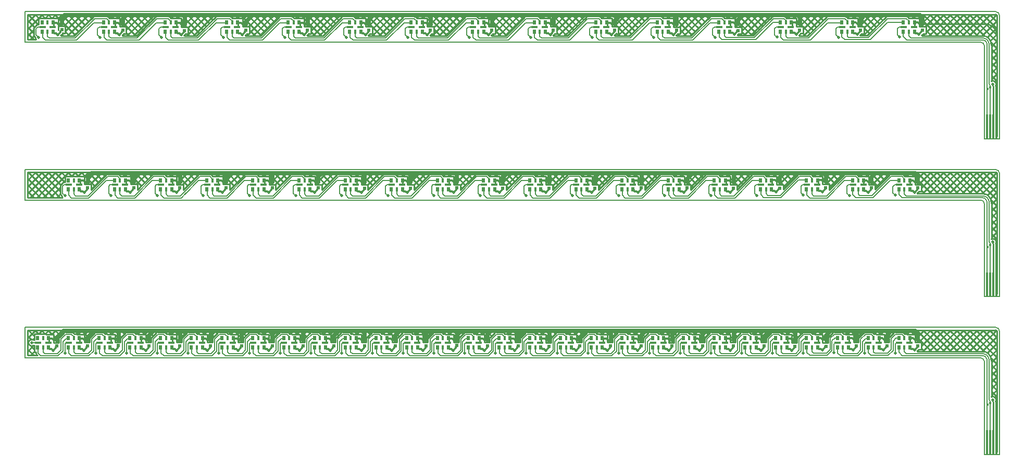
<source format=gtl>
G04*
G04 #@! TF.GenerationSoftware,Altium Limited,Altium Designer,19.0.12 (326)*
G04*
G04 Layer_Physical_Order=1*
G04 Layer_Color=255*
%FSLAX44Y44*%
%MOMM*%
G71*
G01*
G75*
%ADD10C,0.2413*%
%ADD11C,0.2540*%
%ADD12C,0.1524*%
%ADD13R,0.3000X4.0000*%
%ADD14R,0.5000X0.8000*%
%ADD15R,0.3000X0.8000*%
%ADD16R,1.0000X0.3000*%
%ADD17R,0.6000X0.6000*%
%ADD18C,0.2032*%
%ADD19C,0.6350*%
%ADD20C,0.3048*%
%ADD21C,0.1270*%
%ADD22C,0.5080*%
%ADD23C,0.4064*%
D10*
X1580119Y714640D02*
G03*
X1578140Y716618I-1979J0D01*
G01*
X1435483Y712251D02*
G03*
X1433008Y713279I-2474J-2465D01*
G01*
X1435478Y712256D02*
G03*
X1433008Y713279I-2470J-2470D01*
G01*
X1402198D02*
G03*
X1399724Y712251I0J-3492D01*
G01*
X1402198Y713279D02*
G03*
X1399729Y712256I0J-3492D01*
G01*
X1305521Y713279D02*
G03*
X1303051Y712256I0J-3492D01*
G01*
X1335656Y712251D02*
G03*
X1333182Y713279I-2474J-2465D01*
G01*
X1335652Y712256D02*
G03*
X1333182Y713279I-2470J-2470D01*
G01*
X1236413Y712256D02*
G03*
X1233944Y713279I-2470J-2470D01*
G01*
X1305521Y713279D02*
G03*
X1303047Y712251I0J-3492D01*
G01*
X1216629Y713279D02*
G03*
X1214159Y712256I0J-3492D01*
G01*
X1216629Y713279D02*
G03*
X1214154Y712251I0J-3492D01*
G01*
X1236418D02*
G03*
X1233944Y713279I-2474J-2465D01*
G01*
X1135651Y712256D02*
G03*
X1133182Y713279I-2470J-2470D01*
G01*
X1135656Y712251D02*
G03*
X1133182Y713279I-2474J-2465D01*
G01*
X1115940D02*
G03*
X1113471Y712256I0J-3492D01*
G01*
X1115940Y713279D02*
G03*
X1113466Y712251I0J-3492D01*
G01*
X1016011Y713279D02*
G03*
X1013541Y712256I0J-3492D01*
G01*
X1016011Y713279D02*
G03*
X1013536Y712251I0J-3492D01*
G01*
X1035656D02*
G03*
X1033182Y713279I-2474J-2465D01*
G01*
X1035651Y712256D02*
G03*
X1033182Y713279I-2470J-2470D01*
G01*
X935651Y712256D02*
G03*
X933182Y713279I-2470J-2470D01*
G01*
X915131D02*
G03*
X912661Y712256I0J-3492D01*
G01*
X835651D02*
G03*
X833182Y713279I-2470J-2470D01*
G01*
X814950D02*
G03*
X812481Y712256I0J-3492D01*
G01*
X935656Y712251D02*
G03*
X933182Y713279I-2474J-2465D01*
G01*
X915131D02*
G03*
X912656Y712251I0J-3492D01*
G01*
X835656D02*
G03*
X833182Y713279I-2474J-2465D01*
G01*
X814950D02*
G03*
X812476Y712251I0J-3492D01*
G01*
X1458182Y681605D02*
G03*
X1458672Y683145I-4718J2350D01*
G01*
X1357937Y682113D02*
G03*
X1358206Y683145I-4938J1841D01*
G01*
X1578501Y599612D02*
G03*
X1578401Y600498I-4001J0D01*
G01*
Y600498D02*
G03*
X1578994Y602928I-4677J2430D01*
G01*
X1566288Y678296D02*
G03*
X1558299Y681605I-7988J-7988D01*
G01*
X1571375Y666015D02*
G03*
X1566288Y678296I-17368J0D01*
G01*
X1578501Y599612D02*
G03*
X1578401Y600498I-4001J0D01*
G01*
X1578994Y602928D02*
G03*
X1571375Y607646I-5271J0D01*
G01*
X1258807Y681526D02*
G03*
X1259433Y683321I-4583J2603D01*
G01*
X1158659Y682288D02*
G03*
X1158929Y683321I-4938J1841D01*
G01*
X960943Y684573D02*
G03*
X961506Y685270I-3008J3008D01*
G01*
X960935Y684565D02*
G03*
X961506Y685270I-3001J3016D01*
G01*
X861447Y684573D02*
G03*
X861957Y685190I-3008J3008D01*
G01*
X861439Y684565D02*
G03*
X861957Y685190I-3001J3016D01*
G01*
X1059163Y681526D02*
G03*
X1059433Y682559I-4938J1841D01*
G01*
X958659Y681526D02*
G03*
X958929Y682559I-4938J1841D01*
G01*
X859163Y681526D02*
G03*
X859433Y682559I-4938J1841D01*
G01*
X635656Y712251D02*
G03*
X633182Y713279I-2474J-2465D01*
G01*
X718430Y713279D02*
G03*
X715956Y712251I0J-3492D01*
G01*
X635651Y712256D02*
G03*
X633182Y713279I-2470J-2470D01*
G01*
X735651Y712256D02*
G03*
X733182Y713279I-2470J-2470D01*
G01*
X718430D02*
G03*
X715961Y712256I0J-3492D01*
G01*
X617846Y713279D02*
G03*
X615377Y712256I0J-3492D01*
G01*
X617846Y713279D02*
G03*
X615372Y712251I0J-3492D01*
G01*
X535656Y712251D02*
G03*
X533182Y713279I-2474J-2465D01*
G01*
X535652Y712256D02*
G03*
X533182Y713279I-2470J-2470D01*
G01*
X735656Y712251D02*
G03*
X733182Y713279I-2474J-2465D01*
G01*
X435656Y712251D02*
G03*
X433182Y713279I-2474J-2465D01*
G01*
X518024Y713279D02*
G03*
X515555Y712256I0J-3492D01*
G01*
X435651Y712256D02*
G03*
X433182Y713279I-2470J-2470D01*
G01*
X416424D02*
G03*
X413955Y712256I0J-3492D01*
G01*
X416424Y713279D02*
G03*
X413950Y712251I0J-3492D01*
G01*
X518024Y713279D02*
G03*
X515550Y712251I0J-3492D01*
G01*
X335652Y712256D02*
G03*
X333182Y713279I-2470J-2470D01*
G01*
X335656Y712251D02*
G03*
X333182Y713279I-2474J-2465D01*
G01*
X312514Y713279D02*
G03*
X310045Y712256I0J-3492D01*
G01*
X312514Y713279D02*
G03*
X310040Y712251I0J-3492D01*
G01*
X214494Y713279D02*
G03*
X212025Y712256I0J-3492D01*
G01*
X214494Y713279D02*
G03*
X212020Y712251I0J-3492D01*
G01*
X135651Y712256D02*
G03*
X133182Y713279I-2470J-2470D01*
G01*
X235651Y712256D02*
G03*
X233182Y713279I-2470J-2470D01*
G01*
X235656Y712251D02*
G03*
X233182Y713279I-2474J-2465D01*
G01*
X135656Y712251D02*
G03*
X133182Y713279I-2474J-2465D01*
G01*
X113402Y713279D02*
G03*
X110933Y712256I0J-3492D01*
G01*
X113402Y713279D02*
G03*
X110928Y712251I0J-3492D01*
G01*
X21025Y699739D02*
G03*
X18607Y698649I231J-3739D01*
G01*
X21025Y699739D02*
G03*
X18601Y698643I231J-3739D01*
G01*
X758659Y681526D02*
G03*
X758929Y682559I-4938J1841D01*
G01*
X659163Y681526D02*
G03*
X659433Y682559I-4938J1842D01*
G01*
X461439Y684566D02*
G03*
X461957Y685190I-3001J3016D01*
G01*
X461447Y684573D02*
G03*
X461957Y685190I-3008J3008D01*
G01*
X558659Y681526D02*
G03*
X558929Y682559I-4938J1841D01*
G01*
X459163Y681526D02*
G03*
X459433Y682559I-4938J1841D01*
G01*
X358659Y681526D02*
G03*
X358929Y682559I-4938J1841D01*
G01*
X160929Y684574D02*
G03*
X161439Y685189I-3008J3008D01*
G01*
X160921Y684566D02*
G03*
X161439Y685189I-3001J3016D01*
G01*
X158645Y681526D02*
G03*
X158915Y682559I-4938J1841D01*
G01*
X259163Y681526D02*
G03*
X259433Y682559I-4938J1842D01*
G01*
X60921Y684565D02*
G03*
X61891Y686053I-3001J3016D01*
G01*
X60929Y684573D02*
G03*
X61891Y686053I-3008J3008D01*
G01*
X15705Y695747D02*
G03*
X14607Y693098I2649J-2649D01*
G01*
X15711Y695753D02*
G03*
X14607Y693098I2643J-2655D01*
G01*
X58645Y681526D02*
G03*
X58914Y682559I-4938J1841D01*
G01*
X17246Y678768D02*
G03*
X18501Y675381I5270J27D01*
G01*
X14607Y682958D02*
G03*
X15705Y680309I3747J0D01*
G01*
X14607Y682958D02*
G03*
X15711Y680303I3747J0D01*
G01*
X1435599Y712135D02*
X1440082Y716618D01*
X1438666D02*
X1445423Y709862D01*
X1427890Y716618D02*
X1431230Y713279D01*
X1474500Y716618D02*
X1559500D01*
X1578140D01*
X1444102Y709862D02*
X1450859Y716618D01*
X1404414Y713279D02*
X1407753Y716618D01*
X1395561D02*
X1399828Y712352D01*
X1341679Y716618D02*
X1348436Y709862D01*
X1425966Y713279D02*
X1429306Y716618D01*
X1417114D02*
X1420453Y713279D01*
X1454268Y709252D02*
X1461635Y716618D01*
X1454268Y698475D02*
X1472411Y716618D01*
X1384785D02*
X1394438Y706965D01*
X1567982Y716618D02*
X1580119Y704482D01*
X1463300Y696731D02*
X1483188Y716618D01*
X1354268Y706238D02*
X1364648Y716618D01*
X1355537Y696731D02*
X1375425Y716618D01*
X1347116Y709862D02*
X1353872Y716618D01*
X1374008D02*
X1389050Y701577D01*
X1374008Y716618D02*
X1389050Y701577D01*
X1309350Y716618D02*
X1312690Y713279D01*
X1318203D02*
X1321543Y716618D01*
X1307427Y713279D02*
X1310767Y716618D01*
X1328979Y713279D02*
X1332319Y716618D01*
X1330903D02*
X1334502Y713020D01*
X1320127Y716618D02*
X1323466Y713279D01*
X1221216Y713279D02*
X1224556Y716618D01*
X1223140D02*
X1226480Y713279D01*
X1212364Y716618D02*
X1215803Y713179D01*
X1298574Y716618D02*
X1302994Y712198D01*
X1231993Y713279D02*
X1235333Y716618D01*
X1277021D02*
X1292218Y701422D01*
X1258724Y696905D02*
X1278438Y716618D01*
X1254306Y703263D02*
X1267662Y716618D01*
X1337192Y710715D02*
X1343096Y716618D01*
X1287798D02*
X1297606Y706810D01*
X1190811Y716618D02*
X1204667Y702763D01*
X1180035Y716618D02*
X1199278Y697375D01*
X1154268Y700212D02*
X1170675Y716618D01*
X1250129Y709862D02*
X1256885Y716618D01*
X1201587D02*
X1210055Y708151D01*
X1578917Y716459D02*
X1579959Y715417D01*
X1435483Y712251D02*
X1437503Y710231D01*
X1402198Y713279D02*
X1433008D01*
X1406337Y716618D02*
X1409677Y713279D01*
X1415190D02*
X1418530Y716618D01*
X1335656Y712251D02*
X1337677Y710231D01*
X1441287Y709862D02*
X1454268D01*
Y696731D02*
Y709862D01*
X1437503Y710231D02*
X1441287D01*
X1454268Y696731D02*
X1464885D01*
X1454268Y701016D02*
X1458554Y696731D01*
X1341287Y709862D02*
X1354268D01*
Y696731D02*
Y709862D01*
X1337677Y710231D02*
X1341287D01*
X1354268Y696731D02*
X1364419D01*
X1354268Y704029D02*
X1361567Y696731D01*
X1305521Y713279D02*
X1328817D01*
X1328846Y713279D02*
X1333182D01*
X1216629Y713279D02*
X1233944D01*
X1244693Y716618D02*
X1251449Y709862D01*
X1254306Y696905D02*
Y709862D01*
X1241286D02*
X1254306D01*
Y696905D02*
X1264884D01*
X1254306Y707005D02*
X1264407Y696905D01*
X1239721Y710230D02*
X1246109Y716618D01*
X1233916D02*
X1240304Y710230D01*
X1238438D02*
X1241286D01*
X1236418Y712251D02*
X1238438Y710230D01*
X1115377Y716618D02*
X1118717Y713279D01*
X1104601Y716618D02*
X1111217Y710002D01*
X1036324Y711583D02*
X1041359Y716618D01*
X1126153D02*
X1129493Y713279D01*
X1134672Y712945D02*
X1138346Y716618D01*
X1124230Y713279D02*
X1127570Y716618D01*
X1016467Y713279D02*
X1019807Y716618D01*
X1018390D02*
X1021730Y713279D01*
X1007614Y716618D02*
X1012759Y711473D01*
X1029166Y716618D02*
X1032506Y713279D01*
X1027243D02*
X1030583Y716618D01*
X1136929D02*
X1143686Y709862D01*
X1093824Y716618D02*
X1105829Y704614D01*
X1083048Y716618D02*
X1100441Y699226D01*
X1153142Y709862D02*
X1159899Y716618D01*
X1142366Y709862D02*
X1149122Y716618D01*
X1039943D02*
X1046699Y709862D01*
X1045379D02*
X1052135Y716618D01*
X996837D02*
X1007371Y706085D01*
X1054268Y697199D02*
X1073688Y716618D01*
X1054268Y707975D02*
X1062912Y716618D01*
X930256Y713279D02*
X933596Y716618D01*
X932180D02*
X938568Y710231D01*
X921403Y716618D02*
X924743Y713279D01*
X942956Y716618D02*
X949712Y709862D01*
X948392D02*
X955149Y716618D01*
X937984Y710231D02*
X944372Y716618D01*
X840998Y710231D02*
X847386Y716618D01*
X835193D02*
X841949Y709862D01*
X833268Y713278D02*
X836609Y716618D01*
X910627D02*
X914117Y713128D01*
X851406Y709862D02*
X858162Y716618D01*
X899851D02*
X908437Y708032D01*
X954230Y704924D02*
X965925Y716618D01*
X889074D02*
X903049Y702644D01*
X986061Y716618D02*
X1001982Y700697D01*
X956813Y696731D02*
X976701Y716618D01*
X845969D02*
X852726Y709862D01*
X802864Y716618D02*
X809854Y709629D01*
X792088Y716618D02*
X804465Y704241D01*
X878298Y716618D02*
X897661Y697255D01*
X854306Y701986D02*
X868938Y716618D01*
X1115940Y713279D02*
X1133182D01*
X1037676Y710231D02*
X1041287D01*
X1016011Y713279D02*
X1033182D01*
X1135656Y712251D02*
X1137676Y710230D01*
X1141286D01*
X1035656Y712251D02*
X1037676Y710231D01*
X1141286Y709862D02*
X1154268D01*
X1041287Y709862D02*
X1054268D01*
X941287D02*
X954230D01*
Y696731D02*
Y709862D01*
X937677Y710231D02*
X941287D01*
X954230Y696731D02*
X964885D01*
X954230Y705344D02*
X962844Y696731D01*
X919480Y713279D02*
X922820Y716618D01*
X915131Y713279D02*
X933182D01*
X822493D02*
X825833Y716618D01*
X824417D02*
X827757Y713279D01*
X813640Y716618D02*
X816980Y713279D01*
X814950D02*
X833182D01*
X935656Y712251D02*
X937677Y710231D01*
X854306Y696651D02*
X864885D01*
X854306D02*
Y709862D01*
X835656Y712251D02*
X837676Y710231D01*
X841287Y709862D02*
X854306D01*
X837676Y710231D02*
X841287D01*
X1557206Y716618D02*
X1580119Y693706D01*
X1546429Y716618D02*
X1580119Y682929D01*
X1523608Y681605D02*
X1558622Y716618D01*
X1545160Y681605D02*
X1579567Y716011D01*
X1555937Y681605D02*
X1580119Y705786D01*
X1534384Y681605D02*
X1569398Y716618D01*
X1480503Y681605D02*
X1515517Y716618D01*
X1481772D02*
X1516785Y681605D01*
X1469726D02*
X1504740Y716618D01*
X1514100D02*
X1549114Y681605D01*
X1512832D02*
X1547845Y716618D01*
X1535653D02*
X1580119Y672153D01*
Y518382D02*
Y714640D01*
X1524877Y716618D02*
X1560023Y681472D01*
X1569583Y673698D02*
X1580119Y684234D01*
X1564715Y679606D02*
X1580119Y695010D01*
X1491279Y681605D02*
X1526293Y716618D01*
X1492548D02*
X1527562Y681605D01*
X1470995Y716618D02*
X1506009Y681605D01*
X1503324Y716618D02*
X1538338Y681605D01*
X1502055D02*
X1537069Y716618D01*
X1364419Y694836D02*
X1386201Y716618D01*
X1464885Y687539D02*
X1493964Y716618D01*
X1363232D02*
X1383662Y696189D01*
X1460793Y685270D02*
X1464885D01*
Y696731D01*
X1458672Y683145D02*
X1460679Y685152D01*
X1364419Y693879D02*
X1372885Y685413D01*
X1364419Y685270D02*
Y696731D01*
X1352456Y716618D02*
X1378273Y690801D01*
X1360327Y685270D02*
X1364419D01*
X1358206Y683145D02*
X1360213Y685152D01*
X1460219Y716618D02*
X1495233Y681605D01*
X1464885Y690400D02*
X1473680Y681605D01*
X1449443Y716618D02*
X1484457Y681605D01*
X1460018Y684491D02*
X1462904Y681605D01*
X1458950D02*
X1462615Y685270D01*
X1362471Y682113D02*
X1396977Y716618D01*
X1369585Y682113D02*
X1399724Y712251D01*
X1362252Y685270D02*
X1365409Y682113D01*
X1578501Y596405D02*
X1580119Y598023D01*
X1578501Y587561D02*
X1580119Y585943D01*
X1578501Y598337D02*
X1580119Y596719D01*
X1578501Y576784D02*
X1580119Y575166D01*
X1578501Y564076D02*
X1580119Y565694D01*
X1578501Y585629D02*
X1580119Y587247D01*
X1578501Y556726D02*
Y599612D01*
Y566008D02*
X1580119Y564390D01*
X1578501Y574853D02*
X1580119Y576471D01*
X1578730Y553530D02*
X1580119Y554918D01*
X1578730Y544225D02*
X1580119Y542837D01*
X1578730Y555002D02*
X1580119Y553614D01*
X1578730Y533449D02*
X1580119Y532061D01*
X1578730Y542754D02*
X1580119Y544142D01*
X1578730Y531977D02*
X1580119Y533365D01*
X1578730Y522673D02*
X1580119Y521285D01*
X1578730Y518382D02*
Y556726D01*
Y518382D02*
X1580119D01*
X1578730Y521201D02*
X1580119Y522589D01*
X1571375Y653937D02*
X1580119Y662681D01*
X1571375Y659344D02*
X1580119Y650600D01*
X1570705Y670790D02*
X1580119Y661377D01*
X1571375Y648568D02*
X1580119Y639824D01*
X1571375Y643161D02*
X1580119Y651905D01*
X1458182Y681605D02*
X1558299D01*
X1357937Y682113D02*
X1369585D01*
X1571375Y664713D02*
X1580119Y673457D01*
X1571375Y637792D02*
X1580119Y629048D01*
X1571375Y621608D02*
X1580119Y630352D01*
X1571375Y632384D02*
X1580119Y641128D01*
X1571375Y610832D02*
X1580119Y619576D01*
X1571375Y627015D02*
X1580119Y618271D01*
X1571375Y616239D02*
X1580119Y607495D01*
X1577703Y606384D02*
X1580119Y608800D01*
X1571375Y607646D02*
Y666015D01*
X1169258Y716618D02*
X1193890Y691987D01*
X1165265Y689656D02*
X1192227Y716618D01*
X1158482D02*
X1188502Y686599D01*
X1266245Y716618D02*
X1286830Y696034D01*
X1264884Y692289D02*
X1289214Y716618D01*
X1255469D02*
X1281441Y690646D01*
X1160801Y695968D02*
X1181451Y716618D01*
X1072272D02*
X1095052Y693838D01*
X1065139Y686517D02*
X1095241Y716618D01*
X1154268Y699280D02*
X1157579Y695968D01*
X1154268D02*
Y709862D01*
X1264898Y681526D02*
X1299991Y716618D01*
X1272321Y681526D02*
X1303047Y712251D01*
X1179449Y682288D02*
X1213780Y716618D01*
X1264884Y685443D02*
Y696905D01*
X1184191Y682288D02*
X1214154Y712251D01*
X1147706Y716618D02*
X1182037Y682288D01*
X1168673D02*
X1203004Y716618D01*
X1081701Y681526D02*
X1116793Y716618D01*
X1082741Y681526D02*
X1113466Y712251D01*
X1070924Y681526D02*
X1106017Y716618D01*
X1063988Y696143D02*
X1084464Y716618D01*
X1061495D02*
X1089664Y688449D01*
X964509Y716618D02*
X991206Y689921D01*
X1054268Y696143D02*
Y709862D01*
Y702293D02*
X1060419Y696143D01*
X975285Y716618D02*
X996594Y695309D01*
X964885Y694026D02*
X987478Y716618D01*
X867522D02*
X892273Y691867D01*
X864885Y691012D02*
X890491Y716618D01*
X859747Y696651D02*
X879715Y716618D01*
X854306Y697505D02*
X855161Y696651D01*
X1050719Y716618D02*
X1084276Y683061D01*
X973938Y681526D02*
X1009030Y716618D01*
X953732D02*
X985818Y684533D01*
X982811Y681526D02*
X1013536Y712251D01*
X963161Y681526D02*
X998254Y716618D01*
X866175Y681526D02*
X901267Y716618D01*
X876951Y681526D02*
X912044Y716618D01*
X856746D02*
X886885Y686479D01*
X881932Y681526D02*
X912656Y712251D01*
X854306Y708281D02*
X881062Y681526D01*
X1264884Y696426D02*
X1276053Y685258D01*
X1165265Y684508D02*
Y695968D01*
X1154268D02*
X1165265D01*
X1261552Y685443D02*
X1264884D01*
X1259433Y683321D02*
X1261439Y685327D01*
X1160115Y684508D02*
X1165265D01*
X1061552Y684682D02*
X1065139D01*
Y696143D01*
X1059433Y682559D02*
X1061439Y684565D01*
X1158929Y683321D02*
X1160115Y684508D01*
X1158928Y683319D02*
X1160116Y684508D01*
X1264884Y685650D02*
X1269009Y681526D01*
X1165265Y688283D02*
X1171260Y682288D01*
X1258807Y681526D02*
X1272321D01*
X1158659Y682288D02*
X1184191D01*
X1061329Y684455D02*
X1064259Y681526D01*
X1065139Y691422D02*
X1075035Y681526D01*
X1060148D02*
X1063304Y684682D01*
X1159190Y683582D02*
X1160484Y682288D01*
X1054268Y696143D02*
X1065139D01*
X964885Y685270D02*
Y696731D01*
X961506Y685270D02*
X964885D01*
X861957Y685190D02*
X864885D01*
Y696651D01*
X958929Y682559D02*
X960935Y684565D01*
X964885Y694690D02*
X978049Y681526D01*
X963529Y685270D02*
X967272Y681526D01*
X1059163D02*
X1082741D01*
X958659D02*
X982811D01*
X864885Y686927D02*
X870285Y681526D01*
X859433Y682559D02*
X861439Y684565D01*
X859163Y681526D02*
X881932D01*
X716654Y716618D02*
X719993Y713279D01*
X725506D02*
X728846Y716618D01*
X636962Y710945D02*
X642636Y716618D01*
X735448Y712444D02*
X739623Y716618D01*
X743643Y709862D02*
X750399Y716618D01*
X727430D02*
X730770Y713279D01*
X619667Y716618D02*
X623007Y713279D01*
X617742Y713277D02*
X621083Y716618D01*
X608890D02*
X614315Y711194D01*
X630443Y716618D02*
X633847Y713215D01*
X628520Y713279D02*
X631860Y716618D01*
X738206D02*
X744962Y709862D01*
X754268Y709712D02*
X761175Y716618D01*
X705877D02*
X713100Y709395D01*
X781311Y716618D02*
X799077Y698852D01*
X754268Y698935D02*
X771952Y716618D01*
X646656Y709862D02*
X653412Y716618D01*
X654268Y706698D02*
X664188Y716618D01*
X641219D02*
X647976Y709862D01*
X695101Y716618D02*
X707712Y704007D01*
X684325Y716618D02*
X702324Y698619D01*
X522680Y716618D02*
X526020Y713279D01*
X531533D02*
X534873Y716618D01*
X452682Y709862D02*
X459439Y716618D01*
X533456D02*
X539844Y710230D01*
X539261D02*
X545649Y716618D01*
X4381D02*
X1474500D01*
X425693D02*
X429033Y713279D01*
X434347Y713079D02*
X437886Y716618D01*
X423770Y713279D02*
X427110Y716618D01*
X447246D02*
X454002Y709862D01*
X436470Y716618D02*
X443226Y709862D01*
X549669Y709862D02*
X556425Y716618D01*
X554230Y703647D02*
X567202Y716618D01*
X544233D02*
X550989Y709862D01*
X598114Y716618D02*
X608927Y705806D01*
X587338Y716618D02*
X603539Y700418D01*
X404141Y716618D02*
X411229Y709530D01*
X393364Y716618D02*
X405841Y704142D01*
X382588Y716618D02*
X400453Y698754D01*
X454306Y700710D02*
X470215Y716618D01*
X441906Y709862D02*
X448662Y716618D01*
X718430Y713279D02*
X733182D01*
X617846Y713279D02*
X633182D01*
X735656Y712251D02*
X737676Y710231D01*
X741287D01*
Y709862D02*
X754268D01*
X641287D02*
X654268D01*
X635656Y712251D02*
X637676Y710231D01*
X641287D01*
X535656Y712251D02*
X537677Y710230D01*
X541287Y709862D02*
X554230D01*
X537677Y710230D02*
X541287D01*
X520757Y713279D02*
X524096Y716618D01*
X511904D02*
X515936Y712586D01*
X518024Y713279D02*
X533182D01*
X416424Y713279D02*
X433182D01*
X414917Y716618D02*
X418257Y713279D01*
X501127Y716618D02*
X510522Y707224D01*
X490351Y716618D02*
X505134Y701835D01*
X461024Y696651D02*
X480991Y716618D01*
X454306Y696651D02*
X465057D01*
X437677Y710231D02*
X441287D01*
X454306Y696651D02*
Y709862D01*
X435656Y712251D02*
X437677Y710231D01*
X454306Y698782D02*
X456437Y696651D01*
X441287Y709862D02*
X454306D01*
X316007Y713279D02*
X319347Y716618D01*
X317930D02*
X321270Y713279D01*
X307154Y716618D02*
X310893Y712879D01*
X328707Y716618D02*
X332046Y713279D01*
X336094Y711814D02*
X340899Y716618D01*
X326783Y713279D02*
X330123Y716618D01*
X220944D02*
X224283Y713279D01*
X229796D02*
X233136Y716618D01*
X219020Y713279D02*
X222360Y716618D01*
X237600Y710306D02*
X243913Y716618D01*
X231720D02*
X238108Y710231D01*
X339483Y716618D02*
X346239Y709863D01*
X344920D02*
X351676Y716618D01*
X296378D02*
X305393Y707604D01*
X354268Y697658D02*
X373228Y716618D01*
X354268Y708435D02*
X362452Y716618D01*
X247932Y709862D02*
X254689Y716618D01*
X254268Y705421D02*
X265465Y716618D01*
X242496D02*
X249252Y709862D01*
X285601Y716618D02*
X300004Y702215D01*
X274825Y716618D02*
X294616Y696827D01*
X134733Y716618D02*
X141120Y710231D01*
X140538D02*
X146926Y716618D01*
X132810Y713279D02*
X136150Y716618D01*
X210167D02*
X213619Y713167D01*
X150946Y709863D02*
X157702Y716618D01*
X145509D02*
X152265Y709863D01*
X26970Y716618D02*
X33358Y710230D01*
X32775D02*
X39163Y716618D01*
X4381Y714166D02*
X6834Y716618D01*
X102404D02*
X108850Y710173D01*
X53959Y709862D02*
X60715Y716618D01*
X154216Y702356D02*
X168478Y716618D01*
X177838D02*
X197113Y697344D01*
X91628Y716618D02*
X103462Y704785D01*
X199391Y716618D02*
X207889Y708120D01*
X188615Y716618D02*
X202501Y702732D01*
X37746Y716618D02*
X44503Y709862D01*
X54216Y699343D02*
X71492Y716618D01*
X5417D02*
X21805Y700230D01*
X80851Y716618D02*
X98074Y699397D01*
X63164Y697514D02*
X82268Y716618D01*
X328108Y713279D02*
X333182D01*
X312514Y713279D02*
X328056D01*
X214494Y713279D02*
X233182D01*
X335656Y712251D02*
X337677Y710231D01*
X341287D01*
X237676Y710231D02*
X241287D01*
X341287Y709863D02*
X354268D01*
X241287Y709862D02*
X254268D01*
X235656Y712251D02*
X237676Y710231D01*
X135656Y712251D02*
X137676Y710231D01*
X141287Y709863D02*
X154216D01*
X137676Y710231D02*
X141287D01*
X123957Y716618D02*
X127296Y713279D01*
X122033Y713279D02*
X125373Y716618D01*
X123789Y713279D02*
X133182D01*
X113402Y713279D02*
X123741D01*
X113180Y716618D02*
X116520Y713279D01*
X33286Y710230D02*
X41287D01*
X22826D02*
X32826D01*
X41287Y709862D02*
X54216D01*
X43183D02*
X49939Y716618D01*
X16194D02*
X22826Y709987D01*
X54440Y697514D02*
X65901D01*
X54216Y700149D02*
X56851Y697514D01*
X21025Y700230D02*
X22466D01*
Y709710D01*
X4381Y703390D02*
X17610Y716618D01*
X770535D02*
X793689Y693464D01*
X764885Y687999D02*
X793504Y716618D01*
X759759D02*
X788301Y688076D01*
X754268Y696485D02*
Y709862D01*
X762594Y696485D02*
X782728Y716618D01*
X673548D02*
X696936Y693231D01*
X665139Y696016D02*
X685741Y716618D01*
X662772D02*
X691548Y687843D01*
X654697Y696351D02*
X674965Y716618D01*
X654268Y696351D02*
Y709862D01*
X576562Y716618D02*
X598150Y695030D01*
X769188Y681526D02*
X804280Y716618D01*
X779964Y681526D02*
X815057Y716618D01*
X682977Y681526D02*
X718070Y716618D01*
X781751Y681526D02*
X812476Y712251D01*
X748982Y716618D02*
X782913Y682688D01*
X665139Y685240D02*
X696517Y716618D01*
X672201Y681526D02*
X707294Y716618D01*
X651996D02*
X686160Y682455D01*
X685231Y681526D02*
X715956Y712251D01*
X584647Y681526D02*
X615372Y712251D01*
X479575Y716618D02*
X499746Y696447D01*
X468798Y716618D02*
X494358Y691059D01*
X465057Y689908D02*
X491768Y716618D01*
X565139Y693003D02*
X588754Y716618D01*
X565785D02*
X592762Y689641D01*
X557756Y696396D02*
X577978Y716618D01*
X363909Y696523D02*
X384005Y716618D01*
X365139Y686976D02*
X394781Y716618D01*
X361035D02*
X389676Y687978D01*
X458022Y716618D02*
X488970Y685671D01*
X371812Y716618D02*
X395065Y693366D01*
X564438Y681526D02*
X599531Y716618D01*
X575214Y681526D02*
X610307Y716618D01*
X555009D02*
X587374Y684253D01*
X484825Y681526D02*
X515550Y712251D01*
X478228Y681526D02*
X513320Y716618D01*
X381241Y681526D02*
X416333Y716618D01*
X467452Y681526D02*
X502544Y716618D01*
X350259D02*
X384288Y682589D01*
X383225Y681526D02*
X413950Y712251D01*
X370465Y681526D02*
X405557Y716618D01*
X754268Y696485D02*
X764885D01*
Y685024D02*
Y696485D01*
X754268Y700556D02*
X758340Y696485D01*
X761334Y685024D02*
X764885D01*
X758929Y682559D02*
X760935Y684565D01*
X654268Y696351D02*
X665139D01*
X654268Y703570D02*
X661487Y696351D01*
X665139Y684890D02*
Y696351D01*
X565139Y684936D02*
Y696396D01*
X661733Y684890D02*
X665139D01*
X659433Y682559D02*
X661439Y684566D01*
X760209Y683839D02*
X762523Y681526D01*
X764885Y689940D02*
X773299Y681526D01*
X758782Y681896D02*
X761909Y685024D01*
X758659Y681526D02*
X781751D01*
X662172Y684890D02*
X665536Y681526D01*
X665139Y692699D02*
X676312Y681526D01*
X661425D02*
X664789Y684890D01*
X659163Y681526D02*
X685231D01*
X554230Y706621D02*
X564455Y696396D01*
X554230D02*
X565139D01*
X554230D02*
Y709862D01*
X564455Y696396D02*
X565139Y695713D01*
X561266Y684936D02*
X565139D01*
X461957Y685190D02*
X465057D01*
Y696651D01*
X459433Y682559D02*
X461439Y684566D01*
X565139Y684936D02*
X568549Y681526D01*
X565139Y695713D02*
X579325Y681526D01*
X558929Y682559D02*
X560935Y684565D01*
X558659Y681526D02*
X584647D01*
X459593Y682719D02*
X460786Y681526D01*
X465057Y688031D02*
X471562Y681526D01*
X454306Y709558D02*
X482338Y681526D01*
X459163D02*
X484825D01*
X265139Y694739D02*
X287018Y716618D01*
X264049D02*
X289228Y691439D01*
X255590Y695967D02*
X276241Y716618D01*
X354268Y701833D02*
X359578Y696523D01*
X354268D02*
X365139D01*
X354268D02*
Y709863D01*
X254268Y695967D02*
Y709862D01*
X167062Y716618D02*
X191725Y691956D01*
X164995Y691582D02*
X190031Y716618D01*
X254268Y695967D02*
X265139D01*
X254268Y704847D02*
X263147Y695967D01*
X262701Y681526D02*
X297794Y716618D01*
X273478Y681526D02*
X308570Y716618D01*
X253272D02*
X283840Y686051D01*
X365139Y685062D02*
Y696523D01*
X279315Y681526D02*
X310040Y712251D01*
X165715Y681526D02*
X200807Y716618D01*
X176492Y681526D02*
X211584Y716618D01*
X165715Y681526D02*
X200807Y716618D01*
X181295Y681526D02*
X212020Y712251D01*
X164995Y685189D02*
Y696650D01*
X159286D02*
X179255Y716618D01*
X70075D02*
X92685Y694008D01*
X65901Y689475D02*
X93044Y716618D01*
X154216Y696650D02*
X164995D01*
X154216D02*
Y709863D01*
X4381Y692614D02*
X28386Y716618D01*
X54216Y691030D02*
Y709862D01*
X4381Y706878D02*
X15610Y695649D01*
X54440Y691383D02*
Y697514D01*
X15711Y695753D02*
X18601Y698643D01*
X156286Y716618D02*
X186336Y686568D01*
X79504Y681526D02*
X114597Y716618D01*
X68728Y681526D02*
X103820Y716618D01*
X154216Y707912D02*
X180602Y681526D01*
X80203Y681526D02*
X110928Y712251D01*
X59299Y716618D02*
X87297Y688620D01*
X48523Y716618D02*
X81909Y683232D01*
X4381Y675381D02*
Y716618D01*
X65901Y686053D02*
Y697514D01*
X4381Y696102D02*
X14607Y685876D01*
X361363Y685062D02*
X365139D01*
X359689Y681526D02*
X363224Y685062D01*
X265139Y684506D02*
Y695967D01*
X358929Y682559D02*
X360936Y684566D01*
X261380Y684506D02*
X265139D01*
X161439Y685189D02*
X164995D01*
X259433Y682559D02*
X261380Y684506D01*
X158915Y682559D02*
X160921Y684566D01*
X360847Y684478D02*
X363799Y681526D01*
X365139Y690963D02*
X374575Y681526D01*
X265139Y693976D02*
X277589Y681526D01*
X358659Y681526D02*
X383225D01*
X259163Y681526D02*
X279315D01*
X164995Y686357D02*
X169825Y681526D01*
X263832Y684506D02*
X266812Y681526D01*
X158645Y681526D02*
X181295D01*
X61891Y686053D02*
X65901D01*
X58901Y682475D02*
X62479Y686053D01*
X58914Y682559D02*
X60921Y684565D01*
X14607Y682958D02*
Y693098D01*
X4381Y681837D02*
X14607Y692063D01*
X59972Y683616D02*
X62063Y681526D01*
X65901Y688464D02*
X72839Y681526D01*
X58645D02*
X80203D01*
X4381Y675381D02*
X18501D01*
X4381Y685325D02*
X14325Y675381D01*
X15711Y680303D02*
X17246Y678768D01*
X8702Y675381D02*
X14879Y681558D01*
X1580119Y457640D02*
G03*
X1578140Y459618I-1979J0D01*
G01*
X1428192Y455251D02*
G03*
X1425718Y456278I-2474J-2465D01*
G01*
X1428188Y455256D02*
G03*
X1425718Y456278I-2470J-2470D01*
G01*
X1408478D02*
G03*
X1406004Y455251I0J-3492D01*
G01*
X1334749Y456278D02*
G03*
X1332280Y455256I0J-3492D01*
G01*
X1334749Y456278D02*
G03*
X1332275Y455251I0J-3492D01*
G01*
X1408478Y456278D02*
G03*
X1406008Y455256I0J-3492D01*
G01*
X1353361D02*
G03*
X1350892Y456278I-2470J-2470D01*
G01*
X1353366Y455251D02*
G03*
X1350892Y456278I-2474J-2465D01*
G01*
X1279123Y455256D02*
G03*
X1276654Y456278I-2470J-2470D01*
G01*
X1259025D02*
G03*
X1256556Y455256I0J-3492D01*
G01*
X1203361D02*
G03*
X1200892Y456278I-2470J-2470D01*
G01*
X1184813D02*
G03*
X1182344Y455256I0J-3492D01*
G01*
X1259025Y456278D02*
G03*
X1256551Y455251I0J-3492D01*
G01*
X1279128D02*
G03*
X1276654Y456278I-2474J-2465D01*
G01*
X1184813D02*
G03*
X1182339Y455251I0J-3492D01*
G01*
X1203366D02*
G03*
X1200892Y456278I-2474J-2465D01*
G01*
X1109787Y456279D02*
G03*
X1107318Y455256I0J-3492D01*
G01*
X1109787Y456279D02*
G03*
X1107313Y455251I0J-3492D01*
G01*
X1128392D02*
G03*
X1125918Y456279I-2474J-2465D01*
G01*
X1128388Y455256D02*
G03*
X1125918Y456279I-2470J-2470D01*
G01*
X1034787Y456278D02*
G03*
X1032318Y455256I0J-3492D01*
G01*
X1034787Y456278D02*
G03*
X1032313Y455251I0J-3492D01*
G01*
X978361Y455256D02*
G03*
X975892Y456278I-2470J-2470D01*
G01*
X1053361Y455256D02*
G03*
X1050892Y456278I-2470J-2470D01*
G01*
X1053366Y455251D02*
G03*
X1050892Y456278I-2474J-2465D01*
G01*
X959787D02*
G03*
X957318Y455256I0J-3492D01*
G01*
X959787Y456278D02*
G03*
X957313Y455251I0J-3492D01*
G01*
X903366D02*
G03*
X900892Y456278I-2474J-2465D01*
G01*
X978366Y455251D02*
G03*
X975892Y456278I-2474J-2465D01*
G01*
X884787D02*
G03*
X882317Y455256I0J-3492D01*
G01*
X884787Y456278D02*
G03*
X882313Y455251I0J-3492D01*
G01*
X828366D02*
G03*
X825892Y456278I-2474J-2465D01*
G01*
X903361Y455256D02*
G03*
X900892Y456278I-2470J-2470D01*
G01*
X1450892Y424604D02*
G03*
X1451382Y426145I-4718J2350D01*
G01*
X1578401Y343498D02*
G03*
X1578994Y345928I-4677J2430D01*
G01*
X1571375Y409015D02*
G03*
X1566288Y421296I-17368J0D01*
G01*
D02*
G03*
X1558299Y424604I-7988J-7988D01*
G01*
X1578994Y345928D02*
G03*
X1571375Y350646I-5271J0D01*
G01*
X1578501Y342612D02*
G03*
X1578401Y343498I-4001J0D01*
G01*
X1578501Y342612D02*
G03*
X1578401Y343498I-4001J0D01*
G01*
X809787Y456278D02*
G03*
X807318Y455256I0J-3492D01*
G01*
X753366Y455251D02*
G03*
X750892Y456279I-2474J-2465D01*
G01*
X753362Y455256D02*
G03*
X750892Y456279I-2470J-2470D01*
G01*
X828361Y455256D02*
G03*
X825892Y456278I-2470J-2470D01*
G01*
X734787Y456279D02*
G03*
X732318Y455256I0J-3492D01*
G01*
X678361Y455256D02*
G03*
X675892Y456278I-2470J-2470D01*
G01*
X659787D02*
G03*
X657318Y455256I0J-3492D01*
G01*
X809787Y456278D02*
G03*
X807313Y455251I0J-3492D01*
G01*
X734787Y456279D02*
G03*
X732313Y455251I0J-3492D01*
G01*
X678366Y455251D02*
G03*
X675892Y456278I-2474J-2465D01*
G01*
X659787D02*
G03*
X657313Y455251I0J-3492D01*
G01*
X584787Y456279D02*
G03*
X582318Y455256I0J-3492D01*
G01*
X584787Y456279D02*
G03*
X582313Y455251I0J-3492D01*
G01*
X603366D02*
G03*
X600892Y456279I-2474J-2465D01*
G01*
X603361Y455256D02*
G03*
X600892Y456279I-2470J-2470D01*
G01*
X509773Y456278D02*
G03*
X507304Y455256I0J-3492D01*
G01*
X509773Y456278D02*
G03*
X507299Y455251I0J-3492D01*
G01*
X528366D02*
G03*
X525892Y456278I-2474J-2465D01*
G01*
X528361Y455256D02*
G03*
X525892Y456278I-2470J-2470D01*
G01*
X434825D02*
G03*
X432355Y455256I0J-3492D01*
G01*
X434825Y456278D02*
G03*
X432351Y455251I0J-3492D01*
G01*
X378361Y455256D02*
G03*
X375892Y456278I-2470J-2470D01*
G01*
X453361Y455256D02*
G03*
X450892Y456278I-2470J-2470D01*
G01*
X303361Y455256D02*
G03*
X300892Y456278I-2470J-2470D01*
G01*
X284787D02*
G03*
X282317Y455256I0J-3492D01*
G01*
X359763Y456278D02*
G03*
X357294Y455256I0J-3492D01*
G01*
X453366Y455251D02*
G03*
X450892Y456278I-2474J-2465D01*
G01*
X378366Y455251D02*
G03*
X375892Y456278I-2474J-2465D01*
G01*
X359763D02*
G03*
X357289Y455251I0J-3492D01*
G01*
X303366D02*
G03*
X300892Y456278I-2474J-2465D01*
G01*
X228361Y455256D02*
G03*
X225892Y456278I-2470J-2470D01*
G01*
X209787D02*
G03*
X207318Y455256I0J-3492D01*
G01*
X284787Y456278D02*
G03*
X282313Y455251I0J-3492D01*
G01*
X228366D02*
G03*
X225892Y456278I-2474J-2465D01*
G01*
X134787D02*
G03*
X132318Y455256I0J-3492D01*
G01*
X134787Y456278D02*
G03*
X132313Y455251I0J-3492D01*
G01*
X209787Y456278D02*
G03*
X207313Y455251I0J-3492D01*
G01*
X153361Y455256D02*
G03*
X150892Y456278I-2470J-2470D01*
G01*
X153366Y455251D02*
G03*
X150892Y456278I-2474J-2465D01*
G01*
X63654Y442747D02*
G03*
X61005Y441649I0J-3747D01*
G01*
X63654Y442747D02*
G03*
X60999Y441643I0J-3747D01*
G01*
X59009Y439653D02*
G03*
X57906Y436998I2643J-2655D01*
G01*
X59003Y439647D02*
G03*
X57906Y436998I2649J-2649D01*
G01*
Y425370D02*
G03*
X59003Y422721I3747J0D01*
G01*
X57906Y425370D02*
G03*
X59009Y422715I3747J0D01*
G01*
X59956Y421768D02*
G03*
X61211Y418382I5270J28D01*
G01*
X1474500Y459618D02*
X1559500D01*
X1433694Y453231D02*
X1440082Y459618D01*
X1425958Y456270D02*
X1429306Y459618D01*
X1559500D02*
X1578140D01*
X1350532Y456278D02*
X1353872Y459618D01*
X1406337D02*
X1409677Y456278D01*
X1341679Y459618D02*
X1345019Y456278D01*
X1417114Y459618D02*
X1420454Y456278D01*
X1415190D02*
X1418530Y459618D01*
X1427890D02*
X1434646Y452862D01*
X1438666Y459618D02*
X1445423Y452862D01*
X1395561Y459618D02*
X1402966Y452213D01*
X1567982Y459618D02*
X1580119Y447482D01*
X1444102Y452862D02*
X1450859Y459618D01*
X1358260Y453231D02*
X1364648Y459618D01*
X1363232D02*
X1369988Y452862D01*
X1352456Y459618D02*
X1358844Y453231D01*
X1384785Y459618D02*
X1397578Y446825D01*
X1368668Y452862D02*
X1375425Y459618D01*
X1277021D02*
X1283409Y453231D01*
X1282826D02*
X1289214Y459618D01*
X1275098Y456278D02*
X1278438Y459618D01*
X1339756Y456278D02*
X1343096Y459618D01*
X1330903D02*
X1334275Y456246D01*
X1188887Y456278D02*
X1192227Y459618D01*
X1199664Y456278D02*
X1203004Y459618D01*
X1180035D02*
X1183594Y456059D01*
X1207392Y453231D02*
X1213780Y459618D01*
X1201587D02*
X1207975Y453231D01*
X1287798Y459618D02*
X1294554Y452862D01*
X1293234D02*
X1299991Y459618D01*
X1233916D02*
X1247417Y446117D01*
X1320127Y459618D02*
X1328385Y451361D01*
X1309350Y459618D02*
X1322996Y445972D01*
X1212364Y459618D02*
X1219120Y452862D01*
X1169258Y459618D02*
X1177982Y450894D01*
X1147004Y446724D02*
X1159899Y459618D01*
X1221978Y446264D02*
X1235333Y459618D01*
X1217800Y452862D02*
X1224556Y459618D01*
X1578917Y459459D02*
X1579959Y458417D01*
X1408478Y456278D02*
X1425718D01*
X1334749D02*
X1350892D01*
X1428192Y455251D02*
X1430213Y453231D01*
X1433996D01*
X1355386D02*
X1358996D01*
X1433996Y452862D02*
X1446978D01*
X1358996D02*
X1371978D01*
X1353366Y455251D02*
X1355386Y453231D01*
X1279128Y455251D02*
X1281148Y453231D01*
X1283996Y452862D02*
X1297016D01*
X1281148Y453231D02*
X1283996D01*
X1266245Y459618D02*
X1269585Y456278D01*
X1264322D02*
X1267662Y459618D01*
X1259025Y456278D02*
X1276654D01*
X1255469Y459618D02*
X1258815Y456272D01*
X1190811Y459618D02*
X1194151Y456278D01*
X1184813D02*
X1200892D01*
X1244693Y459618D02*
X1252805Y451506D01*
X1208997Y452862D02*
X1221978D01*
X1205386Y453231D02*
X1208997D01*
X1142366Y452862D02*
X1149122Y459618D01*
X1203366Y455251D02*
X1205386Y453231D01*
X1115377Y459618D02*
X1118717Y456279D01*
X1124230D02*
X1127570Y459618D01*
X1113453Y456279D02*
X1116793Y459618D01*
X1131958Y453231D02*
X1138346Y459618D01*
X1126153D02*
X1132541Y453231D01*
X1038019Y456278D02*
X1041359Y459618D01*
X1039943D02*
X1043283Y456278D01*
X1029166Y459618D02*
X1032999Y455786D01*
X1104601Y459618D02*
X1108282Y455937D01*
X1048795Y456278D02*
X1052135Y459618D01*
X1066932Y452862D02*
X1073688Y459618D01*
X1071940Y447094D02*
X1084464Y459618D01*
X1061495D02*
X1068252Y452862D01*
X1136929Y459618D02*
X1143686Y452862D01*
X1093824Y459618D02*
X1102752Y450690D01*
X1018390Y459618D02*
X1027535Y450473D01*
X997016Y447604D02*
X1009030Y459618D01*
X991497Y452862D02*
X998254Y459618D01*
X1056524Y453231D02*
X1062912Y459618D01*
X1050719D02*
X1057107Y453231D01*
X962585Y456278D02*
X965925Y459618D01*
X964509D02*
X967849Y456278D01*
X953732Y459618D02*
X957737Y455614D01*
X975285Y459618D02*
X981673Y453231D01*
X973361Y456278D02*
X976701Y459618D01*
X887151Y456278D02*
X890491Y459618D01*
X878298D02*
X882495Y455421D01*
X830304Y453313D02*
X836609Y459618D01*
X897927Y456278D02*
X901267Y459618D01*
X889074D02*
X892414Y456278D01*
X910627Y459618D02*
X917384Y452862D01*
X916063D02*
X922820Y459618D01*
X905656Y453231D02*
X912044Y459618D01*
X986061D02*
X992818Y452862D01*
X981090Y453231D02*
X987478Y459618D01*
X846978Y448434D02*
X858162Y459618D01*
X840629Y452862D02*
X847386Y459618D01*
X899851D02*
X906239Y453231D01*
X867522Y459618D02*
X877101Y450039D01*
X1109787Y456279D02*
X1125918D01*
X1034787Y456278D02*
X1050892D01*
X1128392Y455251D02*
X1130413Y453231D01*
X1134023D01*
X1055386Y453231D02*
X1058997D01*
X1134023Y452862D02*
X1147004D01*
X1058997Y452862D02*
X1071940D01*
X1053366Y455251D02*
X1055386Y453231D01*
X978366Y455251D02*
X980386Y453231D01*
X983997Y452862D02*
X997016D01*
X980386Y453231D02*
X983997D01*
X959787Y456278D02*
X975892D01*
X884787D02*
X900892D01*
X942956Y459618D02*
X952318Y450256D01*
X921978Y448000D02*
X933596Y459618D01*
X903366Y455251D02*
X905386Y453231D01*
X908997Y452862D02*
X921978D01*
X905386Y453231D02*
X908997D01*
X835193Y459618D02*
X841949Y452862D01*
X828366Y455251D02*
X830386Y453231D01*
X833997Y452862D02*
X846978D01*
X830386Y453231D02*
X833997D01*
X1557206Y459618D02*
X1580119Y436706D01*
X1546429Y459618D02*
X1580119Y425929D01*
X1534384Y424604D02*
X1569398Y459618D01*
X1555937Y424604D02*
X1580119Y448786D01*
X1545160Y424604D02*
X1579567Y459011D01*
X1481772Y459618D02*
X1516785Y424604D01*
X1512832D02*
X1547845Y459618D01*
X1480503Y424604D02*
X1515517Y459618D01*
X1523608Y424604D02*
X1558622Y459618D01*
X1514100D02*
X1549114Y424604D01*
X1535653Y459618D02*
X1580119Y415153D01*
Y261381D02*
Y457640D01*
X1524877Y459618D02*
X1560023Y424472D01*
X1569583Y416698D02*
X1580119Y427234D01*
X1564715Y422606D02*
X1580119Y438010D01*
X1491279Y424604D02*
X1526293Y459618D01*
X1492548D02*
X1527562Y424604D01*
X1470995Y459618D02*
X1506009Y424604D01*
X1503324Y459618D02*
X1538338Y424604D01*
X1502055D02*
X1537069Y459618D01*
X1452523Y439730D02*
X1472411Y459618D01*
X1457594Y434025D02*
X1483188Y459618D01*
X1446978Y444961D02*
X1461635Y459618D01*
X1453502Y428270D02*
X1457594D01*
X1446978Y439730D02*
X1457594D01*
X1446978D02*
Y452862D01*
X1382128Y431376D02*
X1406004Y455251D01*
X1382128Y433993D02*
X1407753Y459618D01*
X1457594Y428270D02*
Y439730D01*
X1446978Y440531D02*
X1447778Y439730D01*
X1458950Y424604D02*
X1493964Y459618D01*
X1460219D02*
X1495233Y424604D01*
X1449443Y459618D02*
X1484457Y424604D01*
X1469726D02*
X1504740Y459618D01*
X1450892Y424604D02*
X1558299D01*
X1451382Y426145D02*
X1453389Y428152D01*
X1457594Y429914D02*
X1462904Y424604D01*
X1446978Y451307D02*
X1473680Y424604D01*
X1451238Y425494D02*
X1452128Y424604D01*
X1578501Y339405D02*
X1580119Y341023D01*
X1578501Y330561D02*
X1580119Y328943D01*
X1578501Y341337D02*
X1580119Y339719D01*
X1578501Y319784D02*
X1580119Y318166D01*
X1578501Y328629D02*
X1580119Y330247D01*
X1578501Y317853D02*
X1580119Y319471D01*
X1578501Y299727D02*
Y342612D01*
Y307076D02*
X1580119Y308694D01*
X1578501Y309008D02*
X1580119Y307390D01*
X1578730Y296530D02*
X1580119Y297918D01*
X1578730Y287225D02*
X1580119Y285837D01*
X1578730Y298002D02*
X1580119Y296614D01*
X1578730Y276449D02*
X1580119Y275061D01*
X1578730Y285754D02*
X1580119Y287142D01*
X1578730Y274977D02*
X1580119Y276365D01*
X1578730Y265673D02*
X1580119Y264285D01*
X1578730Y261381D02*
Y299727D01*
Y261381D02*
X1580119D01*
X1578730Y264201D02*
X1580119Y265589D01*
X1571375Y386161D02*
X1580119Y394905D01*
X1571375Y391568D02*
X1580119Y382824D01*
X1571375Y402344D02*
X1580119Y393600D01*
X1571375Y380792D02*
X1580119Y372048D01*
X1571375Y375384D02*
X1580119Y384128D01*
X1571375Y407713D02*
X1580119Y416457D01*
X1571375Y396937D02*
X1580119Y405681D01*
X1570705Y413790D02*
X1580119Y404377D01*
X1571375Y370015D02*
X1580119Y361272D01*
X1571375Y353832D02*
X1580119Y362576D01*
X1571375Y364608D02*
X1580119Y373352D01*
X1577703Y349384D02*
X1580119Y351800D01*
X1571375Y359239D02*
X1580119Y350495D01*
X1571375Y350646D02*
Y409015D01*
X1371978Y445396D02*
X1386201Y459618D01*
X1301829Y439905D02*
X1321543Y459618D01*
X1298574D02*
X1317608Y440584D01*
X1374008Y459618D02*
X1392190Y441437D01*
X1374008Y459618D02*
X1392190Y441437D01*
X1158482Y459618D02*
X1172594Y445506D01*
X1147706Y459618D02*
X1167206Y440118D01*
X1083048Y459618D02*
X1097364Y445302D01*
X1297016Y445868D02*
X1310767Y459618D01*
X1223140D02*
X1242029Y440729D01*
X1377089Y439730D02*
X1396977Y459618D01*
X1307594Y434894D02*
X1332319Y459618D01*
X1232974Y435708D02*
X1256885Y459618D01*
X1307594Y430570D02*
X1332275Y455251D01*
X1232974Y431674D02*
X1256551Y455251D01*
X1225459Y438969D02*
X1246109Y459618D01*
X1157875Y436042D02*
X1181451Y459618D01*
X1150199Y439143D02*
X1170675Y459618D01*
X1157875Y430787D02*
X1182339Y455251D01*
X1147004Y439143D02*
Y452862D01*
X1007614Y459618D02*
X1022147Y445085D01*
X999838Y439650D02*
X1019807Y459618D01*
X996837D02*
X1016759Y439697D01*
X1075353Y439730D02*
X1095241Y459618D01*
X1072272D02*
X1091976Y439914D01*
X856746Y459618D02*
X871713Y444651D01*
X921403Y459618D02*
X941542Y439480D01*
X848670Y439351D02*
X868938Y459618D01*
X932180D02*
X946930Y444868D01*
X924238Y439484D02*
X944372Y459618D01*
X1082595Y436196D02*
X1106017Y459618D01*
X1082595Y430532D02*
X1107313Y455251D01*
X1007595Y436630D02*
X1030583Y459618D01*
X1007595Y430532D02*
X1032313Y455251D01*
X932595Y430532D02*
X957313Y455251D01*
X932595Y437064D02*
X955149Y459618D01*
X857849Y437752D02*
X879715Y459618D01*
X857849Y430787D02*
X882313Y455251D01*
X845969Y459618D02*
X866325Y439263D01*
X1297016Y439905D02*
Y452862D01*
X1371978Y439730D02*
Y452862D01*
X1297016Y450400D02*
X1307512Y439905D01*
X1371978Y439730D02*
X1382128D01*
X1297016Y439905D02*
X1307594D01*
X1147004Y449544D02*
X1157405Y439143D01*
X1221978Y438969D02*
Y452862D01*
X1081383Y439730D02*
X1082595Y438519D01*
X1221978Y438969D02*
X1232974D01*
X1147004Y439143D02*
X1157875D01*
X1371978Y450872D02*
X1386802Y436049D01*
X1307594Y430570D02*
Y439905D01*
X1221978Y450004D02*
X1236641Y435341D01*
X1382128Y431376D02*
Y439730D01*
X1307594Y439822D02*
X1312220Y435196D01*
X1232974Y431674D02*
Y438969D01*
X1157875Y430787D02*
Y439143D01*
X1082595Y430532D02*
Y439730D01*
X1157875Y438673D02*
X1161818Y434730D01*
X1082595Y438519D02*
X1086588Y434526D01*
X1071940Y449174D02*
X1081383Y439730D01*
X1071940D02*
Y452862D01*
X997016Y448664D02*
X1006029Y439650D01*
X1071940Y439730D02*
X1082595D01*
X997016Y439650D02*
X1007595D01*
X997016D02*
Y452862D01*
X921978Y439484D02*
Y452862D01*
X846978Y439351D02*
Y452862D01*
X921978Y439484D02*
X932595D01*
X921978Y448268D02*
X930761Y439484D01*
X1006029Y439650D02*
X1007595Y438085D01*
Y430532D02*
Y439650D01*
X932595Y430532D02*
Y439484D01*
X1007595Y438085D02*
X1011371Y434309D01*
X932595Y437651D02*
X936154Y434092D01*
X857849Y430787D02*
Y439351D01*
X846978Y447834D02*
X855461Y439351D01*
X857849Y436963D02*
X860937Y433875D01*
X846978Y439351D02*
X857849D01*
X747059Y456279D02*
X750399Y459618D01*
X811717Y456278D02*
X815057Y459618D01*
X738206D02*
X741546Y456279D01*
X822493Y456278D02*
X825833Y459618D01*
X813640D02*
X816980Y456278D01*
X662772Y459618D02*
X666112Y456278D01*
X671625D02*
X674965Y459618D01*
X660848Y456278D02*
X664188Y459618D01*
X736283Y456279D02*
X739623Y459618D01*
X673548D02*
X677106Y456060D01*
X759759Y459618D02*
X766515Y452862D01*
X765195D02*
X771952Y459618D01*
X755087Y453530D02*
X761175Y459618D01*
X824417D02*
X830805Y453231D01*
X802864Y459618D02*
X807272Y455210D01*
X679870Y453747D02*
X685741Y459618D01*
X684325D02*
X691081Y452862D01*
X651996Y459618D02*
X656838Y454776D01*
X748982Y459618D02*
X753153Y455448D01*
X727430Y459618D02*
X732055Y454993D01*
X587338Y459618D02*
X590678Y456279D01*
X596191D02*
X599531Y459618D01*
X585415Y456279D02*
X588754Y459618D01*
X598114D02*
X601509Y456224D01*
X4381Y459618D02*
X1474500D01*
X511904D02*
X515244Y456278D01*
X520756D02*
X524096Y459618D01*
X509980Y456278D02*
X513320Y459618D01*
X576562D02*
X581621Y454559D01*
X522680Y459618D02*
X526022Y456276D01*
X604653Y453964D02*
X610307Y459618D01*
X538893Y452862D02*
X545649Y459618D01*
X533456D02*
X540213Y452862D01*
X614327D02*
X621083Y459618D01*
X608890D02*
X615647Y452862D01*
X458022Y459618D02*
X464779Y452862D01*
X463458D02*
X470215Y459618D01*
X454218Y454398D02*
X459439Y459618D01*
X529436Y454181D02*
X534873Y459618D01*
X501127D02*
X506397Y454349D01*
X809787Y456278D02*
X825892D01*
X734787Y456279D02*
X750892D01*
X659787Y456278D02*
X675892D01*
X753366Y455251D02*
X755387Y453231D01*
X758997Y452862D02*
X771940D01*
X755387Y453231D02*
X758997D01*
X678366Y455251D02*
X680386Y453231D01*
X683997Y452862D02*
X697016D01*
X680386Y453231D02*
X683997D01*
X584787Y456279D02*
X600892D01*
X509773Y456278D02*
X525892D01*
X603366Y455251D02*
X605387Y453231D01*
X608997D01*
X530386D02*
X533997D01*
X608997Y452862D02*
X621978D01*
X533997D02*
X546978D01*
X528366Y455251D02*
X530386Y453231D01*
X453366Y455251D02*
X455386Y453231D01*
X458997Y452862D02*
X471926D01*
X455386Y453231D02*
X458997D01*
X436470Y459618D02*
X439810Y456278D01*
X434534Y456266D02*
X437886Y459618D01*
X371812D02*
X375152Y456278D01*
X447246Y459618D02*
X450586Y456278D01*
X445322D02*
X448662Y459618D01*
X294454Y456278D02*
X297794Y459618D01*
X296378D02*
X299718Y456278D01*
X285601Y459618D02*
X288941Y456278D01*
X369888D02*
X373228Y459618D01*
X361035D02*
X364375Y456278D01*
X379001Y454615D02*
X384005Y459618D01*
X382588D02*
X389344Y452862D01*
X359035Y456202D02*
X362452Y459618D01*
X425693D02*
X431206Y454106D01*
X388024Y452862D02*
X394781Y459618D01*
X303784Y454832D02*
X308570Y459618D01*
X307154D02*
X313910Y452862D01*
X283383Y455984D02*
X287018Y459618D01*
X350259D02*
X355958Y453920D01*
X312590Y452862D02*
X319347Y459618D01*
X219020Y456278D02*
X222360Y459618D01*
X220944D02*
X224284Y456278D01*
X210167Y459618D02*
X213507Y456278D01*
X274825Y459618D02*
X280753Y453691D01*
X228567Y455050D02*
X233136Y459618D01*
X134733D02*
X138073Y456278D01*
X143586D02*
X146926Y459618D01*
X4381Y457166D02*
X6834Y459618D01*
X153350Y455267D02*
X157702Y459618D01*
X145509D02*
X148849Y456278D01*
X199391Y459618D02*
X205536Y453474D01*
X123957Y459618D02*
X130319Y453256D01*
X86288Y452862D02*
X93044Y459618D01*
X237156Y452862D02*
X243913Y459618D01*
X231720D02*
X238476Y452862D01*
X70075Y459618D02*
X76463Y453231D01*
X59299Y459618D02*
X65687Y453231D01*
X80851Y459618D02*
X87608Y452862D01*
X75880Y453231D02*
X82268Y459618D01*
X434825Y456278D02*
X450892D01*
X284787D02*
X300892D01*
X359763D02*
X375892D01*
X378366Y455251D02*
X380386Y453231D01*
X383997Y452862D02*
X397040D01*
X380386Y453231D02*
X383997D01*
X303366Y455251D02*
X305386Y453231D01*
X308997Y452862D02*
X321978D01*
X305386Y453231D02*
X308997D01*
X209787Y456278D02*
X225892D01*
X134787D02*
X150892D01*
X228366Y455251D02*
X230386Y453231D01*
X233997D01*
X153366Y455251D02*
X155386Y453231D01*
X233997Y452862D02*
X246978D01*
X155386Y453231D02*
X158996D01*
X75997Y453231D02*
X83997D01*
Y452862D02*
X97016D01*
X65536Y453231D02*
X75536D01*
X716654Y459618D02*
X726667Y449605D01*
X771940Y448831D02*
X782728Y459618D01*
X705877D02*
X721279Y444217D01*
X792088Y459618D02*
X801884Y449822D01*
X781311Y459618D02*
X796496Y444434D01*
X621978Y449737D02*
X631860Y459618D01*
X641219D02*
X651450Y449388D01*
X565785Y459618D02*
X576233Y449171D01*
X697016Y449341D02*
X707294Y459618D01*
X689761Y452862D02*
X696517Y459618D01*
X770535D02*
X791108Y439046D01*
X707766Y438539D02*
X728846Y459618D01*
X698102Y439650D02*
X718070Y459618D01*
X782849Y438187D02*
X804280Y459618D01*
X773282Y439397D02*
X793504Y459618D01*
X630443D02*
X646062Y444000D01*
X622540Y439523D02*
X642636Y459618D01*
X619667D02*
X640674Y438612D01*
X695101Y459618D02*
X715891Y438829D01*
X632849Y439055D02*
X653412Y459618D01*
X490351D02*
X501009Y448961D01*
X479575Y459618D02*
X495621Y443573D01*
X471926Y450553D02*
X480991Y459618D01*
X555009D02*
X570845Y443783D01*
X546978Y450171D02*
X556425Y459618D01*
X397040Y451101D02*
X405557Y459618D01*
X339483D02*
X350570Y448532D01*
X328707Y459618D02*
X345182Y443144D01*
X414917Y459618D02*
X425818Y448718D01*
X404141Y459618D02*
X420430Y443330D01*
X482575Y439650D02*
X502544Y459618D01*
X544233D02*
X565457Y438395D01*
X471926Y439777D02*
X491768Y459618D01*
X557327Y438967D02*
X577978Y459618D01*
X546978Y439395D02*
X567202Y459618D01*
X332096Y440038D02*
X351676Y459618D01*
X393364D02*
X415041Y437942D01*
X317930Y459618D02*
X339793Y437755D01*
X407142Y439650D02*
X427110Y459618D01*
X397040Y440325D02*
X416333Y459618D01*
X771940Y447437D02*
X779981Y439397D01*
X771940D02*
Y452862D01*
X697016Y439650D02*
X707766D01*
X782849Y436529D02*
X785720Y433658D01*
X771940Y439397D02*
X782849D01*
X697016Y439650D02*
Y452862D01*
Y446927D02*
X704293Y439650D01*
X621978Y439523D02*
Y452862D01*
Y439523D02*
X632849D01*
X621978Y446531D02*
X628987Y439523D01*
X782849Y430786D02*
X807313Y455251D01*
X707766Y430704D02*
X732313Y455251D01*
X707766Y430704D02*
Y439650D01*
X782849Y430786D02*
Y439397D01*
X707766Y436177D02*
X710503Y433441D01*
X632849Y430787D02*
Y439523D01*
Y430787D02*
X657313Y455251D01*
X557849Y430787D02*
Y438967D01*
X632849Y435661D02*
X635285Y433223D01*
X557849Y435226D02*
X560068Y433006D01*
X546978Y446097D02*
X554108Y438967D01*
X546978D02*
Y452862D01*
X471926Y445715D02*
X477991Y439650D01*
X546978Y438967D02*
X557849D01*
X471926Y439650D02*
X482705D01*
X397040Y439650D02*
Y452862D01*
X471926Y439650D02*
Y452862D01*
X321978Y440697D02*
X340899Y459618D01*
X397040Y439650D02*
X407849D01*
X397040Y445167D02*
X402556Y439650D01*
X557849Y430787D02*
X582313Y455251D01*
X482705Y430657D02*
X507299Y455251D01*
X468798Y459618D02*
X490233Y438185D01*
X482705Y434936D02*
X484844Y432796D01*
X482705Y430657D02*
Y439650D01*
X407849Y430748D02*
X432351Y455251D01*
X332689Y430651D02*
X357289Y455251D01*
X407849Y434358D02*
X409653Y432553D01*
X407849Y430748D02*
Y439650D01*
X246978Y451908D02*
X254689Y459618D01*
X253272D02*
X269976Y442915D01*
X188615Y459618D02*
X200147Y448086D01*
X321978Y451474D02*
X330123Y459618D01*
X264049D02*
X275364Y448303D01*
X156286Y459618D02*
X163042Y452862D01*
X161722D02*
X168478Y459618D01*
X113180D02*
X124931Y447868D01*
X177838Y459618D02*
X194759Y442697D01*
X171940Y452303D02*
X179255Y459618D01*
X246978Y441131D02*
X265465Y459618D01*
X242496D02*
X264588Y437526D01*
X182848Y430883D02*
X211584Y459618D01*
X257848Y430787D02*
X282313Y455251D01*
X256273Y439650D02*
X276241Y459618D01*
X171940Y441527D02*
X190031Y459618D01*
X180973Y439785D02*
X200807Y459618D01*
X167062D02*
X189371Y437309D01*
X182848Y430787D02*
X207313Y455251D01*
X180973Y439785D02*
X200807Y459618D01*
X102404D02*
X119542Y442480D01*
X97016Y442038D02*
X114597Y459618D01*
X91628D02*
X114154Y437092D01*
X107959Y431428D02*
X136150Y459618D01*
X105779Y440025D02*
X125373Y459618D01*
X37746D02*
X58439Y438925D01*
X4381Y435614D02*
X28386Y459618D01*
X4381Y446390D02*
X17610Y459618D01*
X97016Y452814D02*
X103820Y459618D01*
X48523D02*
X64910Y443231D01*
X26970Y459618D02*
X57906Y428683D01*
X19478Y418382D02*
X60715Y459618D01*
X16194D02*
X57431Y418382D01*
X107959Y430897D02*
X132313Y455251D01*
X30255Y418382D02*
X71492Y459618D01*
X4381Y424837D02*
X39163Y459618D01*
X4381Y418382D02*
Y459618D01*
X8702Y418382D02*
X49939Y459618D01*
X5417D02*
X46654Y418382D01*
X321978Y444795D02*
X326734Y440038D01*
X321978D02*
Y452862D01*
X246978Y444360D02*
X251688Y439650D01*
X321978Y440038D02*
X332689D01*
X171940Y439785D02*
X182848D01*
X171940D02*
Y452862D01*
Y443965D02*
X176120Y439785D01*
X158996Y452862D02*
X171940D01*
X97016Y440025D02*
X107959D01*
X97016Y443454D02*
X100445Y440025D01*
X257848Y430787D02*
Y439650D01*
X332689Y430651D02*
Y440038D01*
X246978Y439650D02*
X257848D01*
X332689Y434084D02*
X334405Y432367D01*
X257848Y433490D02*
X259200Y432138D01*
X246978Y439650D02*
Y452862D01*
X182848Y430787D02*
Y439785D01*
X107959Y430897D02*
Y440025D01*
X182848Y433056D02*
X183983Y431921D01*
X107959Y432511D02*
X108766Y431704D01*
X65266Y443231D02*
Y452710D01*
X97016Y440025D02*
Y452862D01*
X63736Y443231D02*
X65266D01*
X59009Y439653D02*
X60999Y441643D01*
X57906Y425370D02*
Y436998D01*
X59009Y422715D02*
X59956Y421768D01*
X51807Y418382D02*
X57993Y424567D01*
X4381Y418382D02*
X61211D01*
X4381Y439102D02*
X25102Y418382D01*
X4381Y449878D02*
X35878Y418382D01*
X41031D02*
X57906Y435256D01*
X4381Y428326D02*
X14325Y418382D01*
X1580119Y200640D02*
G03*
X1578140Y202619I-1979J0D01*
G01*
X1415152Y199279D02*
G03*
X1412682Y198256I0J-3492D01*
G01*
X1415152Y199279D02*
G03*
X1412678Y198251I0J-3492D01*
G01*
X1378323Y198256D02*
G03*
X1375854Y199279I-2470J-2470D01*
G01*
X1378328Y198251D02*
G03*
X1375854Y199279I-2474J-2465D01*
G01*
X1428188Y198256D02*
G03*
X1425718Y199279I-2470J-2470D01*
G01*
X1428192Y198251D02*
G03*
X1425718Y199279I-2474J-2465D01*
G01*
X1329123Y198256D02*
G03*
X1326654Y199279I-2470J-2470D01*
G01*
X1315737D02*
G03*
X1313268Y198256I0J-3492D01*
G01*
X1366461Y199279D02*
G03*
X1363992Y198256I0J-3492D01*
G01*
X1329128Y198251D02*
G03*
X1326654Y199279I-2474J-2465D01*
G01*
X1366461D02*
G03*
X1363987Y198251I0J-3492D01*
G01*
X1315737Y199279D02*
G03*
X1313263Y198251I0J-3492D01*
G01*
X1266499Y199279D02*
G03*
X1264030Y198256I0J-3492D01*
G01*
X1228366Y198251D02*
G03*
X1225892Y199279I-2474J-2465D01*
G01*
X1228361Y198256D02*
G03*
X1225892Y199279I-2470J-2470D01*
G01*
X1278361Y198256D02*
G03*
X1275892Y199279I-2470J-2470D01*
G01*
X1278366Y198251D02*
G03*
X1275892Y199279I-2474J-2465D01*
G01*
X1166499D02*
G03*
X1164029Y198256I0J-3492D01*
G01*
X1166499Y199279D02*
G03*
X1164025Y198251I0J-3492D01*
G01*
X1216499Y199279D02*
G03*
X1214030Y198256I0J-3492D01*
G01*
X1178366Y198251D02*
G03*
X1175892Y199279I-2474J-2465D01*
G01*
X1178361Y198256D02*
G03*
X1175892Y199279I-2470J-2470D01*
G01*
X1266499D02*
G03*
X1264025Y198251I0J-3492D01*
G01*
X1216499Y199279D02*
G03*
X1214025Y198251I0J-3492D01*
G01*
X816499Y199279D02*
G03*
X814030Y198256I0J-3492D01*
G01*
X1078361Y198256D02*
G03*
X1075892Y199279I-2470J-2470D01*
G01*
X1066499D02*
G03*
X1064029Y198256I0J-3492D01*
G01*
X1028366Y198251D02*
G03*
X1025892Y199279I-2474J-2465D01*
G01*
X1128361Y198256D02*
G03*
X1125892Y199279I-2470J-2470D01*
G01*
X1116499D02*
G03*
X1114029Y198256I0J-3492D01*
G01*
X1016499Y199279D02*
G03*
X1014030Y198256I0J-3492D01*
G01*
X978366Y198251D02*
G03*
X975892Y199279I-2474J-2465D01*
G01*
X978362Y198256D02*
G03*
X975892Y199279I-2470J-2470D01*
G01*
X1028362Y198256D02*
G03*
X1025892Y199279I-2470J-2470D01*
G01*
X1016499D02*
G03*
X1014025Y198251I0J-3492D01*
G01*
X1116499Y199279D02*
G03*
X1114025Y198251I0J-3492D01*
G01*
X1128366D02*
G03*
X1125892Y199279I-2474J-2465D01*
G01*
X1066499D02*
G03*
X1064025Y198251I0J-3492D01*
G01*
X1078366D02*
G03*
X1075892Y199279I-2474J-2465D01*
G01*
X928361Y198256D02*
G03*
X925892Y199279I-2470J-2470D01*
G01*
X916499D02*
G03*
X914030Y198256I0J-3492D01*
G01*
X916499Y199279D02*
G03*
X914025Y198251I0J-3492D01*
G01*
X966499Y199279D02*
G03*
X964030Y198256I0J-3492D01*
G01*
X928366Y198251D02*
G03*
X925892Y199279I-2474J-2465D01*
G01*
X828362Y198256D02*
G03*
X825892Y199279I-2470J-2470D01*
G01*
X828366Y198251D02*
G03*
X825892Y199279I-2474J-2465D01*
G01*
X816499D02*
G03*
X814025Y198251I0J-3492D01*
G01*
X878361Y198256D02*
G03*
X875892Y199279I-2470J-2470D01*
G01*
X866499D02*
G03*
X864030Y198256I0J-3492D01*
G01*
X966499Y199279D02*
G03*
X964025Y198251I0J-3492D01*
G01*
X866499Y199279D02*
G03*
X864025Y198251I0J-3492D01*
G01*
X878366D02*
G03*
X875892Y199279I-2474J-2465D01*
G01*
X1405773Y191347D02*
G03*
X1404751Y188877I2470J-2470D01*
G01*
X1405778Y191351D02*
G03*
X1404751Y188877I2465J-2474D01*
G01*
X1356223Y190487D02*
G03*
X1355195Y188013I2465J-2474D01*
G01*
X1306666Y191654D02*
G03*
X1305638Y189179I2465J-2474D01*
G01*
X1306661Y191649D02*
G03*
X1305638Y189179I2470J-2470D01*
G01*
X1356218Y190483D02*
G03*
X1355195Y188013I2470J-2470D01*
G01*
X1578501Y85612D02*
G03*
X1578401Y86498I-4001J0D01*
G01*
X1578501Y85612D02*
G03*
X1578401Y86498I-4001J0D01*
G01*
Y86498D02*
G03*
X1578994Y88928I-4677J2430D01*
G01*
X1566288Y164296D02*
G03*
X1558299Y167605I-7988J-7988D01*
G01*
X1450892D02*
G03*
X1451382Y169145I-4718J2350D01*
G01*
X1571375Y152015D02*
G03*
X1566288Y164296I-17368J0D01*
G01*
X1578994Y88928D02*
G03*
X1571375Y93646I-5271J0D01*
G01*
X1256261Y190487D02*
G03*
X1255234Y188013I2465J-2474D01*
G01*
X1006262Y190487D02*
G03*
X1005234Y188013I2465J-2474D01*
G01*
X906261Y190487D02*
G03*
X905234Y188013I2465J-2474D01*
G01*
X856261Y190487D02*
G03*
X855234Y188013I2465J-2474D01*
G01*
X806262Y190487D02*
G03*
X805234Y188013I2465J-2474D01*
G01*
X956262Y190487D02*
G03*
X955234Y188013I2465J-2474D01*
G01*
X1206261Y190487D02*
G03*
X1205234Y188013I2465J-2474D01*
G01*
X1256256Y190483D02*
G03*
X1255234Y188013I2470J-2470D01*
G01*
X1206256Y190483D02*
G03*
X1205234Y188013I2470J-2470D01*
G01*
X1106261Y190487D02*
G03*
X1105234Y188013I2465J-2474D01*
G01*
X1156261Y190487D02*
G03*
X1155234Y188013I2465J-2474D01*
G01*
X1056261Y190487D02*
G03*
X1055234Y188013I2465J-2474D01*
G01*
X1106256Y190483D02*
G03*
X1105234Y188013I2470J-2470D01*
G01*
X1156256Y190483D02*
G03*
X1155234Y188013I2470J-2470D01*
G01*
X1056256Y190483D02*
G03*
X1055234Y188013I2470J-2470D01*
G01*
X956257Y190483D02*
G03*
X955234Y188013I2470J-2470D01*
G01*
X1006257Y190483D02*
G03*
X1005234Y188013I2470J-2470D01*
G01*
X906257Y190483D02*
G03*
X905234Y188013I2470J-2470D01*
G01*
X806257Y190483D02*
G03*
X805234Y188013I2470J-2470D01*
G01*
X856257Y190483D02*
G03*
X855234Y188013I2470J-2470D01*
G01*
X666499Y199279D02*
G03*
X664030Y198256I0J-3492D01*
G01*
X766513Y199279D02*
G03*
X764039Y198251I0J-3492D01*
G01*
X778380D02*
G03*
X775906Y199279I-2474J-2465D01*
G01*
X666499D02*
G03*
X664025Y198251I0J-3492D01*
G01*
X766513Y199279D02*
G03*
X764044Y198256I0J-3492D01*
G01*
X778375D02*
G03*
X775906Y199279I-2470J-2470D01*
G01*
X728337Y198256D02*
G03*
X725868Y199279I-2470J-2470D01*
G01*
X728342Y198251D02*
G03*
X725868Y199279I-2474J-2465D01*
G01*
X716475D02*
G03*
X714006Y198256I0J-3492D01*
G01*
X716475Y199279D02*
G03*
X714001Y198251I0J-3492D01*
G01*
X678361Y198256D02*
G03*
X675892Y199279I-2470J-2470D01*
G01*
X678366Y198251D02*
G03*
X675892Y199279I-2474J-2465D01*
G01*
X628366Y198251D02*
G03*
X625892Y199279I-2474J-2465D01*
G01*
X628361Y198256D02*
G03*
X625892Y199279I-2470J-2470D01*
G01*
X616499D02*
G03*
X614030Y198256I0J-3492D01*
G01*
X616499Y199279D02*
G03*
X614025Y198251I0J-3492D01*
G01*
X578362Y198256D02*
G03*
X575892Y199279I-2470J-2470D01*
G01*
X578366Y198251D02*
G03*
X575892Y199279I-2474J-2465D01*
G01*
X566499D02*
G03*
X564030Y198256I0J-3492D01*
G01*
X528361Y198256D02*
G03*
X525892Y199279I-2470J-2470D01*
G01*
X566499Y199279D02*
G03*
X564025Y198251I0J-3492D01*
G01*
X528366Y198251D02*
G03*
X525892Y199279I-2474J-2465D01*
G01*
X466499D02*
G03*
X464030Y198256I0J-3492D01*
G01*
X466499Y199279D02*
G03*
X464025Y198251I0J-3492D01*
G01*
X516499Y199279D02*
G03*
X514030Y198256I0J-3492D01*
G01*
X478361D02*
G03*
X475892Y199279I-2470J-2470D01*
G01*
X516499D02*
G03*
X514025Y198251I0J-3492D01*
G01*
X478366D02*
G03*
X475892Y199279I-2474J-2465D01*
G01*
X178361Y198256D02*
G03*
X175892Y199279I-2470J-2470D01*
G01*
X78361Y198256D02*
G03*
X75892Y199279I-2470J-2470D01*
G01*
X78366Y198251D02*
G03*
X75892Y199279I-2474J-2465D01*
G01*
X66499D02*
G03*
X64030Y198256I0J-3492D01*
G01*
X66499Y199279D02*
G03*
X64025Y198251I0J-3492D01*
G01*
X378361Y198256D02*
G03*
X375892Y199279I-2470J-2470D01*
G01*
X378366Y198251D02*
G03*
X375892Y199279I-2474J-2465D01*
G01*
X366499D02*
G03*
X364030Y198256I0J-3492D01*
G01*
X428361D02*
G03*
X425892Y199279I-2470J-2470D01*
G01*
X416499D02*
G03*
X414030Y198256I0J-3492D01*
G01*
X278361D02*
G03*
X275892Y199279I-2470J-2470D01*
G01*
X266499D02*
G03*
X264030Y198256I0J-3492D01*
G01*
X328361D02*
G03*
X325892Y199279I-2470J-2470D01*
G01*
X316499D02*
G03*
X314030Y198256I0J-3492D01*
G01*
X416499Y199279D02*
G03*
X414025Y198251I0J-3492D01*
G01*
X428366D02*
G03*
X425892Y199279I-2474J-2465D01*
G01*
X366499D02*
G03*
X364025Y198251I0J-3492D01*
G01*
X316499Y199279D02*
G03*
X314025Y198251I0J-3492D01*
G01*
X328366D02*
G03*
X325892Y199279I-2474J-2465D01*
G01*
X266499D02*
G03*
X264025Y198251I0J-3492D01*
G01*
X278366D02*
G03*
X275892Y199279I-2474J-2465D01*
G01*
X216499D02*
G03*
X214030Y198256I0J-3492D01*
G01*
X216499Y199279D02*
G03*
X214025Y198251I0J-3492D01*
G01*
X166499Y199279D02*
G03*
X164030Y198256I0J-3492D01*
G01*
X178366Y198251D02*
G03*
X175892Y199279I-2474J-2465D01*
G01*
X228361Y198256D02*
G03*
X225892Y199279I-2470J-2470D01*
G01*
X228366Y198251D02*
G03*
X225892Y199279I-2474J-2465D01*
G01*
X128361Y198256D02*
G03*
X125892Y199279I-2470J-2470D01*
G01*
X166499Y199279D02*
G03*
X164025Y198251I0J-3492D01*
G01*
X128366Y198251D02*
G03*
X125892Y199279I-2474J-2465D01*
G01*
X116499D02*
G03*
X114030Y198256I0J-3492D01*
G01*
X116499Y199279D02*
G03*
X114025Y198251I0J-3492D01*
G01*
X756275Y190487D02*
G03*
X755248Y188013I2465J-2474D01*
G01*
X656261Y190487D02*
G03*
X655234Y188013I2465J-2474D01*
G01*
X706237Y190487D02*
G03*
X705210Y188013I2465J-2474D01*
G01*
X756271Y190483D02*
G03*
X755248Y188013I2470J-2470D01*
G01*
X706232Y190483D02*
G03*
X705210Y188013I2470J-2470D01*
G01*
X606261Y190487D02*
G03*
X605233Y188013I2465J-2474D01*
G01*
X556261Y190487D02*
G03*
X555234Y188013I2465J-2474D01*
G01*
X656257Y190483D02*
G03*
X655234Y188013I2470J-2470D01*
G01*
X606256Y190483D02*
G03*
X605233Y188013I2470J-2470D01*
G01*
X556257Y190483D02*
G03*
X555234Y188013I2470J-2470D01*
G01*
X506261Y190487D02*
G03*
X505233Y188013I2465J-2474D01*
G01*
X506256Y190483D02*
G03*
X505233Y188013I2470J-2470D01*
G01*
X456261Y190487D02*
G03*
X455233Y188013I2465J-2474D01*
G01*
X456256Y190483D02*
G03*
X455233Y188013I2470J-2470D01*
G01*
X406261Y190487D02*
G03*
X405233Y188013I2465J-2474D01*
G01*
X406256Y190483D02*
G03*
X405233Y188013I2470J-2470D01*
G01*
X356261Y190487D02*
G03*
X355233Y188013I2465J-2474D01*
G01*
X356256Y190483D02*
G03*
X355233Y188013I2470J-2470D01*
G01*
X256261Y190487D02*
G03*
X255233Y188013I2465J-2474D01*
G01*
X306261Y190487D02*
G03*
X305233Y188013I2465J-2474D01*
G01*
X156261Y190487D02*
G03*
X155234Y188013I2465J-2474D01*
G01*
X206261Y190487D02*
G03*
X205233Y188013I2465J-2474D01*
G01*
X256256Y190483D02*
G03*
X255233Y188013I2470J-2470D01*
G01*
X306256Y190483D02*
G03*
X305233Y188013I2470J-2470D01*
G01*
X206256Y190483D02*
G03*
X205233Y188013I2470J-2470D01*
G01*
X156257Y190483D02*
G03*
X155234Y188013I2470J-2470D01*
G01*
X106256Y190483D02*
G03*
X105233Y188013I2470J-2470D01*
G01*
X106261Y190487D02*
G03*
X105233Y188013I2465J-2474D01*
G01*
X56257Y190483D02*
G03*
X55234Y188013I2470J-2470D01*
G01*
X56261Y190487D02*
G03*
X55234Y188013I2465J-2474D01*
G01*
X17996Y165354D02*
G03*
X19019Y162884I3492J0D01*
G01*
X17996Y165354D02*
G03*
X19024Y162879I3492J0D01*
G01*
X14513Y186231D02*
G03*
X14514Y177770I-3143J-4231D01*
G01*
X1559500Y202619D02*
X1578140D01*
X1474500D02*
X1559500D01*
X1415190Y199279D02*
X1418530Y202619D01*
X1578917Y202459D02*
X1579959Y201417D01*
X1425958Y199270D02*
X1429306Y202619D01*
X1417114D02*
X1420454Y199279D01*
X1320127Y202619D02*
X1323467Y199279D01*
X1328470Y198769D02*
X1332319Y202619D01*
X1318203Y199279D02*
X1321543Y202619D01*
X1372085Y199279D02*
X1375425Y202619D01*
X1406337D02*
X1411691Y197264D01*
X1363232Y202619D02*
X1366572Y199279D01*
X1390221Y195862D02*
X1396977Y202619D01*
X1427890D02*
X1434646Y195862D01*
X1380081Y196498D02*
X1386201Y202619D01*
X1384785D02*
X1391541Y195862D01*
X1438666Y202619D02*
X1445423Y195862D01*
X1444102D02*
X1450859Y202619D01*
X1433694Y196231D02*
X1440082Y202619D01*
X1336339Y195862D02*
X1343096Y202619D01*
X1347016Y195763D02*
X1353872Y202619D01*
X1330903D02*
X1337659Y195862D01*
X1374008Y202619D02*
X1380396Y196231D01*
X1374008Y202619D02*
X1380396Y196231D01*
X1352456Y202619D02*
X1360405Y194669D01*
X1223140Y202619D02*
X1226541Y199218D01*
X1229666Y196951D02*
X1235333Y202619D01*
X1221216Y199279D02*
X1224556Y202619D01*
X1212364D02*
X1215779Y199203D01*
X1275098Y199279D02*
X1278438Y202619D01*
X1309350D02*
X1313501Y198468D01*
X1266245Y202619D02*
X1269585Y199279D01*
X1158482Y202619D02*
X1163437Y197663D01*
X1131958Y196231D02*
X1138346Y202619D01*
X1126153D02*
X1132541Y196231D01*
X1169258Y202619D02*
X1172598Y199279D01*
X1177641Y198809D02*
X1181451Y202619D01*
X1167335Y199279D02*
X1170675Y202619D01*
X1277021D02*
X1283409Y196231D01*
X1255469Y202619D02*
X1261931Y196157D01*
X1233916Y202619D02*
X1240673Y195862D01*
X1239352D02*
X1246109Y202619D01*
X1287798D02*
X1294554Y195862D01*
X1293234D02*
X1299991Y202619D01*
X1282826Y196231D02*
X1289214Y202619D01*
X1142366Y195862D02*
X1149122Y202619D01*
X1180035D02*
X1186791Y195862D01*
X1136929Y202619D02*
X1143686Y195862D01*
X1196247D02*
X1203004Y202619D01*
X1201587D02*
X1209990Y194216D01*
X1185471Y195862D02*
X1192227Y202619D01*
X1415152Y199279D02*
X1425718D01*
X1315737D02*
X1326654D01*
X1366461D02*
X1375854D01*
X1428192Y198251D02*
X1430213Y196231D01*
X1433996D01*
X1378328Y198251D02*
X1380348Y196231D01*
X1383958Y195862D02*
X1396940D01*
X1433996D02*
X1446978D01*
X1380348Y196231D02*
X1383958D01*
X1329128Y198251D02*
X1331148Y196231D01*
X1333996D01*
X1283996Y195862D02*
X1296978D01*
X1333996D02*
X1347016D01*
X1280386Y196231D02*
X1283996D01*
X1216499Y199279D02*
X1225892D01*
X1266499D02*
X1275892D01*
X1166499D02*
X1175892D01*
X1278366Y198251D02*
X1280386Y196231D01*
X1230386D02*
X1233997D01*
Y195862D02*
X1246978D01*
X1228366Y198251D02*
X1230386Y196231D01*
X1178366Y198251D02*
X1180386Y196231D01*
X1183997D01*
X1128366Y198251D02*
X1130386Y196231D01*
X1133997Y195862D02*
X1147016D01*
X1183997D02*
X1196940D01*
X1130386Y196231D02*
X1133997D01*
X1070348Y199279D02*
X1073688Y202619D01*
X1072272D02*
X1075612Y199279D01*
X1027047Y199082D02*
X1030583Y202619D01*
X1061495D02*
X1065119Y198994D01*
X1115377Y202619D02*
X1118717Y199279D01*
X1124230D02*
X1127570Y202619D01*
X1079231Y197386D02*
X1084464Y202619D01*
X973362Y199279D02*
X976701Y202619D01*
X975285D02*
X981673Y196231D01*
X964509Y202619D02*
X967848Y199279D01*
X1018390Y202619D02*
X1021730Y199279D01*
X1016467Y199279D02*
X1019807Y202619D01*
X1007614D02*
X1013003Y197229D01*
X1083048Y202619D02*
X1089804Y195862D01*
X1050719Y202619D02*
X1059556Y193782D01*
X1039943Y202619D02*
X1046699Y195862D01*
X1045379D02*
X1052135Y202619D01*
X1104601D02*
X1111497Y195723D01*
X1096978Y193580D02*
X1106017Y202619D01*
X1088484Y195862D02*
X1095241Y202619D01*
X981090Y196231D02*
X987478Y202619D01*
X986061D02*
X992818Y195862D01*
X953732Y202619D02*
X961062Y195288D01*
X1029166Y202619D02*
X1035923Y195862D01*
X1034603D02*
X1041359Y202619D01*
X991497Y195862D02*
X998254Y202619D01*
X876345Y199249D02*
X879715Y202619D01*
X910627D02*
X914557Y198689D01*
X867522Y202619D02*
X870862Y199279D01*
X865431Y199111D02*
X868938Y202619D01*
X921403D02*
X924743Y199279D01*
X928797Y197820D02*
X933596Y202619D01*
X919480Y199279D02*
X922820Y202619D01*
X856746D02*
X862569Y196795D01*
X830304Y196313D02*
X836609Y202619D01*
X822493Y199279D02*
X825833Y202619D01*
X816499Y199279D02*
X825892D01*
X813640Y202619D02*
X816980Y199279D01*
X894511Y195862D02*
X901267Y202619D01*
X899851D02*
X909122Y193348D01*
X889074Y202619D02*
X895831Y195862D01*
X937616D02*
X944372Y202619D01*
X947016Y194486D02*
X955149Y202619D01*
X932180D02*
X938936Y195862D01*
X824417Y202619D02*
X830804Y196231D01*
X835193Y202619D02*
X841949Y195862D01*
X802864Y202619D02*
X810628Y194854D01*
X883997Y196124D02*
X890491Y202619D01*
X878298D02*
X885055Y195862D01*
X840629Y195862D02*
X847386Y202619D01*
X1066499Y199279D02*
X1075892D01*
X1116499D02*
X1125892D01*
X1016499Y199279D02*
X1025892D01*
X1080386Y196231D02*
X1083997D01*
Y195862D02*
X1096978D01*
X1078366Y198251D02*
X1080386Y196231D01*
X1028366Y198251D02*
X1030387Y196231D01*
X1033997D01*
X978366Y198251D02*
X980387Y196231D01*
X983997Y195862D02*
X996940D01*
X1033997D02*
X1046978D01*
X980387Y196231D02*
X983997D01*
X916499Y199279D02*
X925892D01*
X966499D02*
X975892D01*
X866499D02*
X875892D01*
X930386Y196231D02*
X933997D01*
X928366Y198251D02*
X930386Y196231D01*
X883997Y195862D02*
X896978D01*
X933997D02*
X947016D01*
X880387Y196231D02*
X883997D01*
X828366Y198251D02*
X830387Y196231D01*
X878366Y198251D02*
X880387Y196231D01*
X833997Y195862D02*
X846978D01*
X830387Y196231D02*
X833997D01*
X1567982Y202619D02*
X1580119Y190482D01*
X1557206Y202619D02*
X1580119Y179706D01*
X1546429Y202619D02*
X1580119Y168929D01*
X1523608Y167605D02*
X1558622Y202619D01*
X1545160Y167605D02*
X1579567Y202011D01*
X1555937Y167605D02*
X1580119Y191786D01*
X1534384Y167605D02*
X1569398Y202619D01*
X1512832Y167605D02*
X1547845Y202619D01*
X1514100D02*
X1549114Y167605D01*
X1503324Y202619D02*
X1538338Y167605D01*
X1452523Y182731D02*
X1472411Y202619D01*
X1457594Y177025D02*
X1483188Y202619D01*
X1446978Y183531D02*
X1447778Y182731D01*
X1524877Y202619D02*
X1560023Y167472D01*
X1535653Y202619D02*
X1580119Y158153D01*
X1481772Y202619D02*
X1516785Y167605D01*
X1502055D02*
X1537069Y202619D01*
X1492548D02*
X1527562Y167605D01*
X1580119Y4381D02*
Y200640D01*
X1491279Y167605D02*
X1526293Y202619D01*
X1458950Y167605D02*
X1493964Y202619D01*
X1460219D02*
X1495233Y167605D01*
X1449443Y202619D02*
X1484457Y167605D01*
X1470995Y202619D02*
X1506009Y167605D01*
X1480503D02*
X1515517Y202619D01*
X1469726Y167605D02*
X1504740Y202619D01*
X1396940Y191805D02*
X1407753Y202619D01*
X1405778Y191351D02*
X1412678Y198251D01*
X1395561Y202619D02*
X1406303Y191876D01*
X1356223Y190487D02*
X1363987Y198251D01*
X1298574Y202619D02*
X1308102Y193090D01*
X1341679Y202619D02*
X1355329Y188969D01*
X1296978Y188830D02*
X1310767Y202619D01*
X1306666Y191654D02*
X1313263Y198251D01*
X1446978Y182731D02*
Y195862D01*
Y194307D02*
X1473680Y167605D01*
X1446978Y187961D02*
X1461635Y202619D01*
X1398642Y182731D02*
X1404751Y188839D01*
Y182731D02*
Y188877D01*
X1396940Y190463D02*
X1404673Y182731D01*
X1347016Y184986D02*
X1364648Y202619D01*
X1396940Y182731D02*
Y195862D01*
X1347016Y182904D02*
Y195862D01*
X1355195Y182904D02*
Y188013D01*
X1347016Y186506D02*
X1350617Y182904D01*
X1571375Y134568D02*
X1580119Y125824D01*
X1577703Y92384D02*
X1580119Y94799D01*
X1571375Y145344D02*
X1580119Y136600D01*
X1571375Y129161D02*
X1580119Y137905D01*
X1578501Y62784D02*
X1580119Y61166D01*
X1578501Y60853D02*
X1580119Y62471D01*
X1578501Y84337D02*
X1580119Y82719D01*
X1578501Y73561D02*
X1580119Y71943D01*
X1578501Y71629D02*
X1580119Y73247D01*
X1578501Y82405D02*
X1580119Y84023D01*
X1578730Y41002D02*
X1580119Y39614D01*
X1578730Y39530D02*
X1580119Y40918D01*
X1578501Y52008D02*
X1580119Y50390D01*
X1578501Y50076D02*
X1580119Y51694D01*
X1578730Y28754D02*
X1580119Y30142D01*
X1578730Y7201D02*
X1580119Y8589D01*
X1578730Y30225D02*
X1580119Y28837D01*
X1578730Y19449D02*
X1580119Y18061D01*
X1578730Y4381D02*
Y42726D01*
X1578501D02*
Y85612D01*
X1578730Y8673D02*
X1580119Y7285D01*
X1578730Y4381D02*
X1580119D01*
X1578730Y17977D02*
X1580119Y19365D01*
X1457594Y171269D02*
Y182731D01*
X1564715Y165606D02*
X1580119Y181010D01*
X1446978Y182731D02*
X1457594D01*
Y172914D02*
X1462904Y167605D01*
X1569583Y159698D02*
X1580119Y170234D01*
X1450892Y167605D02*
X1558299D01*
X1396940Y182731D02*
X1404751D01*
X1453502Y171269D02*
X1457594D01*
X1347016Y182904D02*
X1355195D01*
X1451382Y169145D02*
X1453389Y171152D01*
X1451238Y168494D02*
X1452128Y167605D01*
X1571375Y150713D02*
X1580119Y159457D01*
X1571375Y139937D02*
X1580119Y148681D01*
X1570705Y156790D02*
X1580119Y147377D01*
X1571375Y123792D02*
X1580119Y115048D01*
X1571375Y107608D02*
X1580119Y116352D01*
X1571375Y118384D02*
X1580119Y127128D01*
X1571375Y113015D02*
X1580119Y104271D01*
X1571375Y93646D02*
Y152015D01*
Y102239D02*
X1580119Y93495D01*
X1571375Y96832D02*
X1580119Y105576D01*
X1246978Y192711D02*
X1256885Y202619D01*
X1256261Y190487D02*
X1264025Y198251D01*
X1244693Y202619D02*
X1256543Y190769D01*
X1190811Y202619D02*
X1205238Y188191D01*
X1206261Y190487D02*
X1214025Y198251D01*
X1156261Y190487D02*
X1164025Y198251D01*
X1147706Y202619D02*
X1158049Y192275D01*
X1147016Y189736D02*
X1159899Y202619D01*
X1093824D02*
X1106113Y190330D01*
X1056261Y190487D02*
X1064025Y198251D01*
X1106261Y190487D02*
X1114025Y198251D01*
X1006262Y190487D02*
X1014025Y198251D01*
X1247186Y182143D02*
X1267662Y202619D01*
X1296978Y181968D02*
Y195862D01*
X1196940Y185779D02*
X1213780Y202619D01*
X1246978Y182143D02*
Y195862D01*
X1296978Y193438D02*
X1305638Y184778D01*
X1196940Y182731D02*
Y195862D01*
X1147016Y192532D02*
X1155234Y184314D01*
X1096978Y182803D02*
X1116793Y202619D01*
X1147016Y182651D02*
Y195862D01*
X1046978Y186685D02*
X1062912Y202619D01*
X1096978Y182484D02*
Y195862D01*
X1046978Y182351D02*
Y195862D01*
Y195583D02*
X1055234Y187328D01*
X996837Y202619D02*
X1007615Y191841D01*
X996940Y190528D02*
X1009030Y202619D01*
X956262Y190487D02*
X964025Y198251D01*
X942956Y202619D02*
X955744Y189830D01*
X906261Y190487D02*
X914025Y198251D01*
X846978Y191435D02*
X858162Y202619D01*
X845969D02*
X857181Y191407D01*
X806262Y190487D02*
X814025Y198251D01*
X856261Y190487D02*
X864025Y198251D01*
X947016Y183710D02*
X965925Y202619D01*
X996940Y182397D02*
Y195862D01*
X896978Y187553D02*
X912044Y202619D01*
X996940Y191740D02*
X1005234Y183446D01*
X947016Y182651D02*
Y195862D01*
X796940Y184502D02*
X815057Y202619D01*
X846978Y181968D02*
Y195862D01*
X796940Y182650D02*
Y195862D01*
X896978Y194715D02*
X905234Y186459D01*
X896978Y182523D02*
Y195862D01*
X846978Y190833D02*
X855234Y182578D01*
X1205234Y182731D02*
Y188013D01*
X1196940Y185713D02*
X1199923Y182731D01*
X1204668D02*
X1205234Y183296D01*
X1196940Y182731D02*
X1205234D01*
X1300893Y181968D02*
X1305638Y186713D01*
Y181968D02*
Y189179D01*
X1246978Y189557D02*
X1254392Y182143D01*
X1255234D02*
Y188013D01*
X1296978Y181968D02*
X1305638D01*
X1296978Y182662D02*
X1297672Y181968D01*
X1246978Y182143D02*
X1255234D01*
X1155234Y182651D02*
Y188013D01*
X1105234Y182484D02*
Y188013D01*
X1096978Y188688D02*
X1103182Y182484D01*
X1147016Y182651D02*
X1155234D01*
X1150707D02*
X1155234Y187177D01*
X1096978Y182484D02*
X1105234D01*
X905234Y182523D02*
Y188013D01*
X947016Y187782D02*
X952148Y182651D01*
X955234D02*
Y188013D01*
X947016Y182651D02*
X955234D01*
X805234Y182650D02*
Y188013D01*
X796940Y182650D02*
X805234D01*
X896978Y182523D02*
X905234D01*
X796940Y186990D02*
X801280Y182650D01*
X1046978Y184807D02*
X1049434Y182351D01*
X1055234D02*
Y188013D01*
X999585Y182397D02*
X1005234Y188046D01*
X1046978Y182351D02*
X1055234D01*
X1053420D02*
X1055234Y184164D01*
X996940Y182397D02*
X1005234D01*
Y188013D01*
X855234Y181968D02*
Y188013D01*
X848287Y181968D02*
X855401Y189081D01*
X896978Y183939D02*
X898394Y182523D01*
X902724D02*
X905234Y185032D01*
X846978Y181968D02*
X855234D01*
X770535Y202619D02*
X773875Y199279D01*
X778370Y198261D02*
X782728Y202619D01*
X768612Y199279D02*
X771952Y202619D01*
X716654D02*
X719994Y199279D01*
X766513Y199279D02*
X775906D01*
X759759Y202619D02*
X764083Y198294D01*
X725506Y199279D02*
X728846Y202619D01*
X671625Y199279D02*
X674965Y202619D01*
X673548D02*
X677106Y199061D01*
X662772Y202619D02*
X666131Y199259D01*
X666499Y199279D02*
X675892D01*
X627891Y198650D02*
X631860Y202619D01*
X781311D02*
X788068Y195862D01*
X786748D02*
X793504Y202619D01*
X733235Y196231D02*
X739623Y202619D01*
X743643Y195862D02*
X750399Y202619D01*
X738206D02*
X744962Y195862D01*
X705877Y202619D02*
X712123Y196373D01*
X727430Y202619D02*
X733818Y196231D01*
X689761Y195862D02*
X696517Y202619D01*
X679870Y196747D02*
X685741Y202619D01*
X684325D02*
X691081Y195862D01*
X574638Y199279D02*
X577978Y202619D01*
X608890D02*
X613642Y197868D01*
X565785Y202619D02*
X569125Y199279D01*
X522680Y202619D02*
X526022Y199276D01*
X617743Y199279D02*
X621083Y202619D01*
X619667D02*
X623007Y199279D01*
X4381Y202619D02*
X1474500D01*
X466875Y199279D02*
X470215Y202619D01*
X468798D02*
X472138Y199279D01*
X458022Y202619D02*
X463207Y197433D01*
X520756Y199279D02*
X524096Y202619D01*
X511904D02*
X515416Y199106D01*
X477338Y198965D02*
X480991Y202619D01*
X555009D02*
X561701Y195927D01*
X538893Y195862D02*
X545649Y202619D01*
X533456D02*
X540213Y195862D01*
X582367Y196231D02*
X588754Y202619D01*
X592774Y195862D02*
X599531Y202619D01*
X576562D02*
X582949Y196231D01*
X431498Y196231D02*
X437886Y202619D01*
X436470D02*
X443226Y195862D01*
X425693Y202619D02*
X432081Y196231D01*
X529436Y197181D02*
X534873Y202619D01*
X485011Y195862D02*
X491768Y202619D01*
X441906Y195862D02*
X448662Y202619D01*
X716475Y199279D02*
X725868D01*
X616499D02*
X625892D01*
X778380Y198251D02*
X780400Y196231D01*
X784011D01*
X728342Y198251D02*
X730362Y196231D01*
X733972D01*
Y195862D02*
X747016D01*
X784011D02*
X796940D01*
X683997D02*
X696978D01*
X678366Y198251D02*
X680386Y196231D01*
X628366Y198251D02*
X630386Y196231D01*
X680386Y196231D02*
X683997D01*
X630386Y196231D02*
X633997D01*
X580387Y196231D02*
X583997D01*
X566499Y199279D02*
X575892D01*
X466499Y199279D02*
X475892D01*
X516499D02*
X525892D01*
X578366Y198251D02*
X580387Y196231D01*
X528366Y198251D02*
X530386Y196231D01*
X533997D01*
Y195862D02*
X547016D01*
X483997D02*
X496978D01*
X478366Y198251D02*
X480386Y196231D01*
X428366Y198251D02*
X430386Y196231D01*
X480386D02*
X483997D01*
X433997Y195862D02*
X446978D01*
X430386Y196231D02*
X433997D01*
X369888Y199279D02*
X373228Y202619D01*
X361035D02*
X364811Y198843D01*
X317930Y202619D02*
X321270Y199279D01*
X326690Y199186D02*
X330123Y202619D01*
X414917D02*
X418257Y199279D01*
X423770D02*
X427110Y202619D01*
X371812D02*
X375152Y199279D01*
X219020D02*
X222360Y202619D01*
X220944D02*
X224284Y199279D01*
X175915Y199279D02*
X179255Y202619D01*
X272901Y199279D02*
X276241Y202619D01*
X315966Y199237D02*
X319347Y202619D01*
X264049D02*
X267389Y199279D01*
X274825Y202619D02*
X281213Y196231D01*
X237156Y195862D02*
X243913Y202619D01*
X228567Y198050D02*
X233136Y202619D01*
X231720D02*
X238476Y195862D01*
X379001Y197615D02*
X384005Y202619D01*
X307154D02*
X312773Y196999D01*
X280630Y196231D02*
X287018Y202619D01*
X183643Y196231D02*
X190031Y202619D01*
X188615D02*
X195371Y195862D01*
X177838Y202619D02*
X184595Y195862D01*
X210167Y202619D02*
X214293Y198493D01*
X194051Y195862D02*
X200807Y202619D01*
X194051Y195862D02*
X200807Y202619D01*
X164532Y198672D02*
X168478Y202619D01*
X123957D02*
X128021Y198554D01*
X113180Y202619D02*
X116520Y199279D01*
X122033D02*
X125373Y202619D01*
X167062D02*
X170402Y199279D01*
X166499D02*
X175892D01*
X70075Y202619D02*
X73415Y199279D01*
X78123Y198473D02*
X82268Y202619D01*
X4381Y200166D02*
X6834Y202619D01*
X68152Y199279D02*
X71492Y202619D01*
X66499Y199279D02*
X75892D01*
X156286Y202619D02*
X162339Y196565D01*
X140169Y195862D02*
X146926Y202619D01*
X130074Y196543D02*
X136150Y202619D01*
X80851D02*
X87608Y195862D01*
X21999Y196231D02*
X28386Y202619D01*
X26970D02*
X33358Y196231D01*
X16194Y202619D02*
X22582Y196231D01*
X59299Y202619D02*
X63846Y198072D01*
X32775Y196231D02*
X39163Y202619D01*
X366499Y199279D02*
X375892D01*
X416499D02*
X425892D01*
X266499D02*
X275892D01*
X316499D02*
X325892D01*
X378366Y198251D02*
X380386Y196231D01*
X330386D02*
X333997D01*
X380386D02*
X383997D01*
X328366Y198251D02*
X330386Y196231D01*
X278366Y198251D02*
X280386Y196231D01*
X283997D01*
X216499Y199279D02*
X225892D01*
X116499D02*
X125892D01*
X180386Y196231D02*
X183997D01*
X228366Y198251D02*
X230386Y196231D01*
X178366Y198251D02*
X180386Y196231D01*
X230386Y196231D02*
X233997D01*
Y195862D02*
X246978D01*
X183997D02*
X196940D01*
X80386Y196231D02*
X83997D01*
X128366Y198251D02*
X130386Y196231D01*
X78366Y198251D02*
X80386Y196231D01*
X25997Y196231D02*
X33997D01*
X130386Y196231D02*
X133996D01*
X15536Y196231D02*
X25536D01*
X796940Y195278D02*
X804280Y202619D01*
X748982D02*
X758695Y192906D01*
X696978Y192303D02*
X707294Y202619D01*
X695101D02*
X706735Y190985D01*
X651996Y202619D02*
X660194Y194420D01*
X656261Y190487D02*
X664025Y198251D01*
X646656Y195862D02*
X653412Y202619D01*
X630443D02*
X637200Y195862D01*
X635879D02*
X642636Y202619D01*
X598114D02*
X608253Y192479D01*
X587338Y202619D02*
X594094Y195862D01*
X633997D02*
X646978D01*
X583997D02*
X596940D01*
X756275Y190487D02*
X764039Y198251D01*
X792088Y202619D02*
X805459Y189247D01*
X747016Y188459D02*
X761175Y202619D01*
X698490Y183039D02*
X718070Y202619D01*
X706237Y190487D02*
X714001Y198251D01*
X747016Y182651D02*
Y195862D01*
X696978Y183039D02*
Y195862D01*
X641219Y202619D02*
X655277Y188561D01*
X646978Y185408D02*
X664188Y202619D01*
X596940Y189252D02*
X610307Y202619D01*
X606261Y190487D02*
X614025Y198251D01*
X646978Y182651D02*
Y195862D01*
X596940Y182785D02*
Y195862D01*
X495787D02*
X502544Y202619D01*
X501127D02*
X509760Y193986D01*
X479575Y202619D02*
X486331Y195862D01*
X447246Y202619D02*
X457819Y192045D01*
X547016Y193209D02*
X556425Y202619D01*
X556261Y190487D02*
X564025Y198251D01*
X544233Y202619D02*
X556313Y190539D01*
X404141Y202619D02*
X411267Y195493D01*
X396940Y194001D02*
X405557Y202619D01*
X388024Y195862D02*
X394781Y202619D01*
X382588D02*
X389345Y195862D01*
X383997D02*
X396940D01*
X350259Y202619D02*
X359326Y193552D01*
X496978Y186276D02*
X513320Y202619D01*
X547608Y183025D02*
X567202Y202619D01*
X490351D02*
X505233Y187736D01*
X456261Y190487D02*
X464025Y198251D01*
X506261Y190487D02*
X514025Y198251D01*
X446978Y190158D02*
X459439Y202619D01*
X393364D02*
X405908Y190075D01*
X396940Y183225D02*
X416333Y202619D01*
X347016Y187183D02*
X362452Y202619D01*
X406261Y190487D02*
X414025Y198251D01*
X396940Y182556D02*
Y195862D01*
X356261Y190487D02*
X364025Y198251D01*
X747016Y193808D02*
X755248Y185577D01*
X696978Y183039D02*
X705210D01*
X596940Y193016D02*
X605233Y184723D01*
X705210Y183039D02*
Y188013D01*
X755248Y182651D02*
Y188013D01*
X696978Y189965D02*
X703904Y183039D01*
X655234Y182651D02*
Y188013D01*
X747016Y182651D02*
X755248D01*
X751983D02*
X755248Y185915D01*
X646978Y182651D02*
X655234D01*
X555234Y183025D02*
Y188013D01*
X605233Y182785D02*
Y188013D01*
X547016Y183025D02*
Y195862D01*
X601249Y182785D02*
X605233Y186769D01*
X646978Y186084D02*
X650411Y182651D01*
X596940Y182785D02*
X605233D01*
X446978Y192110D02*
X455233Y183855D01*
X547016Y189059D02*
X553050Y183025D01*
X547016D02*
X555234D01*
X353634D02*
X355233Y184624D01*
X347016Y183025D02*
X355233D01*
X496978Y182651D02*
Y195862D01*
X505233Y182651D02*
Y188013D01*
X455233Y182530D02*
Y188013D01*
X496978Y185215D02*
X499543Y182651D01*
X504128D02*
X505233Y183755D01*
X496978Y182651D02*
X505233D01*
X405233Y182556D02*
Y188013D01*
X446978Y182530D02*
Y195862D01*
X396940Y188267D02*
X402650Y182556D01*
X446978Y182530D02*
X455233D01*
X450126D02*
X455233Y187637D01*
X396940Y182556D02*
X405233D01*
X339483Y202619D02*
X346239Y195862D01*
X344919D02*
X351676Y202619D01*
X334143Y195862D02*
X340899Y202619D01*
X296378D02*
X307385Y191611D01*
X328707Y202619D02*
X335463Y195862D01*
X333997D02*
X347016D01*
X296978Y191026D02*
X308570Y202619D01*
X285601D02*
X292358Y195862D01*
X291038D02*
X297794Y202619D01*
X253272D02*
X260832Y195058D01*
X283997Y195862D02*
X296978D01*
X246978Y194908D02*
X254689Y202619D01*
X199391D02*
X208892Y193118D01*
X256261Y190487D02*
X264025Y198251D01*
X306261Y190487D02*
X314025Y198251D01*
X242496Y202619D02*
X255582Y189533D01*
X246978Y184131D02*
X265465Y202619D01*
X347016Y195085D02*
X355233Y186868D01*
X347016Y183025D02*
Y195862D01*
X296978Y182516D02*
Y195862D01*
X206261Y190487D02*
X214025Y198251D01*
X196940Y187975D02*
X211584Y202619D01*
X156261Y190487D02*
X164025Y198251D01*
X196940Y182787D02*
Y195862D01*
X246978Y182596D02*
Y195862D01*
X196940Y194293D02*
X205233Y186000D01*
X147016Y191932D02*
X157702Y202619D01*
X145509D02*
X156951Y191177D01*
X134733Y202619D02*
X141490Y195862D01*
X96978Y195776D02*
X103820Y202619D01*
X133996Y195862D02*
X147016D01*
X102404Y202619D02*
X110398Y194624D01*
X83997Y195862D02*
X96978D01*
X86288D02*
X93044Y202619D01*
X48523D02*
X58457Y192684D01*
X43182Y195862D02*
X49939Y202619D01*
X33997Y195862D02*
X46978D01*
X37746Y202619D02*
X44503Y195862D01*
X5417Y202619D02*
X15228Y192808D01*
X91628Y202619D02*
X105348Y188899D01*
X96978Y185000D02*
X114597Y202619D01*
X56261Y190487D02*
X64025Y198251D01*
X106261Y190487D02*
X114025Y198251D01*
X147016Y183118D02*
Y195862D01*
X96978Y182985D02*
Y195862D01*
X4381Y189390D02*
X17610Y202619D01*
X46978Y188881D02*
X60715Y202619D01*
X4381Y161381D02*
Y202619D01*
X46978Y193387D02*
X55234Y185131D01*
X46978Y182231D02*
Y195862D01*
X15228Y186231D02*
Y195710D01*
X147016Y190336D02*
X154233Y183118D01*
X148978D02*
X155841Y189981D01*
X155234Y183118D02*
Y188013D01*
X147016Y183118D02*
X155234D01*
X355233Y183025D02*
Y188013D01*
X305233Y182516D02*
Y188013D01*
X296978Y191242D02*
X305233Y182986D01*
X299245Y182516D02*
X305274Y188546D01*
X347016Y184309D02*
X348301Y183025D01*
X296978Y182516D02*
X305233D01*
X246978Y182596D02*
X255233D01*
X246978Y187360D02*
X251742Y182596D01*
X255233D02*
Y188013D01*
X205233Y182787D02*
Y188013D01*
X196940Y183517D02*
X197670Y182787D01*
X202528D02*
X205233Y185492D01*
X196940Y182787D02*
X205233D01*
X105233Y182985D02*
Y188013D01*
X96978Y182985D02*
X105233D01*
X96978Y186492D02*
X100485Y182985D01*
X51104Y182231D02*
X55234Y186360D01*
X12832Y187064D02*
X15228Y189460D01*
X55234Y182231D02*
Y188013D01*
X4381Y192878D02*
X10136Y187124D01*
X46978Y182231D02*
X55234D01*
X4381Y182102D02*
X6501Y179982D01*
X4381Y178614D02*
X6306Y180538D01*
X17996Y165354D02*
Y166826D01*
X15228D02*
X17996D01*
X19024Y162879D02*
X20521Y161381D01*
X4381D02*
X20521D01*
X15228Y166826D02*
Y177770D01*
X4381Y167837D02*
X13946Y177402D01*
X9352Y177131D02*
X15228Y171255D01*
X8702Y161381D02*
X15228Y167908D01*
X4381Y171325D02*
X14325Y161381D01*
D11*
X1575502Y694622D02*
G03*
X1560104Y701000I-15398J-15398D01*
G01*
X1579820Y684197D02*
G03*
X1575502Y694622I-14743J0D01*
G01*
X1459154Y701000D02*
X1560104D01*
X1579820Y598864D02*
Y684197D01*
X46764Y696000D02*
Y702913D01*
X1573724Y600388D02*
Y602928D01*
Y600388D02*
X1574500Y599612D01*
X1579500Y533996D02*
Y597466D01*
X1579528Y597495D01*
Y598572D01*
X1579820Y598864D01*
X1574500Y533996D02*
Y599612D01*
X1573724Y602928D02*
X1574210Y602442D01*
X1574500Y533996D02*
X1574500Y533996D01*
X146765Y696001D02*
Y702914D01*
X247052Y696400D02*
Y702913D01*
X346779Y696001D02*
Y702914D01*
X447053Y696400D02*
Y702914D01*
X546779Y696000D02*
Y702913D01*
X647053Y696400D02*
Y702914D01*
X746779Y696000D02*
Y702913D01*
X847053Y696400D02*
Y702913D01*
X1047053Y696400D02*
Y702913D01*
X946779Y696000D02*
Y702913D01*
X1146078Y696175D02*
X1146548D01*
X1146778Y696405D01*
Y703675D01*
X1247282Y696405D02*
Y703675D01*
X1247052Y696175D02*
X1247282Y696405D01*
X1446292Y696000D02*
X1446522Y696230D01*
Y703500D01*
X1346056Y696230D02*
Y703500D01*
X1345826Y696000D02*
X1346056Y696230D01*
X1345356Y696000D02*
X1345826D01*
X1579820Y341864D02*
Y357866D01*
X1573724Y343388D02*
Y345928D01*
Y343388D02*
X1574500Y342612D01*
X1579500Y276996D02*
Y340466D01*
X1579528Y340495D01*
Y341572D01*
X1579820Y341864D01*
X1574500Y276996D02*
Y342612D01*
X1573724Y345928D02*
X1574210Y345442D01*
X1574500Y276996D02*
X1574500Y276996D01*
X89763Y439400D02*
Y445913D01*
X164488Y439000D02*
Y445913D01*
X239762Y439400D02*
Y445913D01*
X314464Y439000D02*
Y445913D01*
X389762Y439400D02*
Y445913D01*
X464474Y439000D02*
Y445913D01*
X539762Y439400D02*
Y445913D01*
X614489Y439000D02*
Y445913D01*
X689762Y439400D02*
Y445913D01*
X764489Y439000D02*
Y445913D01*
X839762Y439400D02*
Y445913D01*
X914488Y439000D02*
Y445913D01*
X989762Y439400D02*
Y445913D01*
X1139789Y439400D02*
Y445913D01*
X1064488Y439000D02*
Y445913D01*
X1213788Y439175D02*
X1214258D01*
X1214488Y439405D01*
Y446675D01*
X1289992Y439405D02*
Y446675D01*
X1289762Y439175D02*
X1289992Y439405D01*
X1439002Y439000D02*
X1439232Y439230D01*
Y446500D01*
X1363766Y439230D02*
Y446500D01*
X1363536Y439000D02*
X1363766Y439230D01*
X1363066Y439000D02*
X1363536D01*
X1579820Y84864D02*
Y100866D01*
X1573724Y86388D02*
Y88928D01*
Y86388D02*
X1574500Y85612D01*
X1579500Y19996D02*
Y83466D01*
X1579528Y83495D01*
Y84572D01*
X1579820Y84864D01*
X1574500Y19996D02*
Y85612D01*
X1573724Y88928D02*
X1574210Y88442D01*
X1574500Y19996D02*
X1574500Y19996D01*
X39488Y182000D02*
Y188913D01*
X89488Y182000D02*
Y188913D01*
X139762Y182400D02*
Y188913D01*
X189488Y182000D02*
Y188913D01*
X239762Y182400D02*
Y188913D01*
X489488Y182000D02*
Y188913D01*
X539762Y182400D02*
Y188913D01*
X289488Y182000D02*
Y188913D01*
X339762Y182400D02*
Y188913D01*
X389488Y182000D02*
Y188913D01*
X439762Y182400D02*
Y188913D01*
X589488Y182000D02*
Y188913D01*
X639762Y182400D02*
Y188913D01*
X689464Y182000D02*
Y188913D01*
X739738Y182400D02*
Y188913D01*
X789489Y182000D02*
Y188913D01*
X839763Y182400D02*
Y188913D01*
X889489Y182000D02*
Y188913D01*
X939762Y182400D02*
Y188913D01*
X989489Y182000D02*
Y188913D01*
X1039763Y182400D02*
Y188913D01*
X1089488Y182000D02*
Y188913D01*
X1139762Y182400D02*
Y188913D01*
X1239762Y182400D02*
Y188913D01*
X1189488Y182000D02*
Y188913D01*
X1288788Y182175D02*
X1289258D01*
X1289488Y182405D01*
Y189675D01*
X1339992Y182405D02*
Y189675D01*
X1339762Y182175D02*
X1339992Y182405D01*
X1439002Y182000D02*
X1439232Y182230D01*
Y189500D01*
X1388728Y182230D02*
Y189500D01*
X1388498Y182000D02*
X1388728Y182230D01*
X1388028Y182000D02*
X1388498D01*
D12*
X1569500Y599443D02*
G03*
X1568898Y600896I-2055J0D01*
G01*
X1567882Y603349D02*
G03*
X1568898Y600896I3469J0D01*
G01*
X1567882Y666015D02*
G03*
X1563818Y675826I-13875J0D01*
G01*
D02*
G03*
X1558299Y678112I-5519J-5519D01*
G01*
X1561278Y673540D02*
G03*
X1557599Y675064I-3679J-3679D01*
G01*
X1564500Y665761D02*
G03*
X1561278Y673540I-11000J0D01*
G01*
X1216255Y703675D02*
X1228816D01*
X1188073Y675493D02*
X1216255Y703675D01*
X1133400Y675493D02*
X1188073D01*
X1216629Y709786D02*
X1233944D01*
X1185638Y678795D02*
X1216629Y709786D01*
X1139848Y678795D02*
X1185638D01*
X1114109Y702913D02*
X1128816D01*
X1085927Y674731D02*
X1114109Y702913D01*
X1033401Y674731D02*
X1085927D01*
X1115940Y709786D02*
X1133182D01*
X1084187Y678033D02*
X1115940Y709786D01*
X1039849Y678033D02*
X1084187D01*
X1015595Y702913D02*
X1028817D01*
X987413Y674731D02*
X1015595Y702913D01*
X933401Y674731D02*
X987413D01*
X1016011Y709786D02*
X1033182D01*
X984258Y678033D02*
X1016011Y709786D01*
X939849Y678033D02*
X984258D01*
X1332678Y675318D02*
X1374334D01*
X1402516Y703500D01*
X1339126Y678620D02*
X1371032D01*
X1402198Y709786D01*
X1305155Y702913D02*
X1328817D01*
X1276973Y674731D02*
X1305155Y702913D01*
X1233362Y674731D02*
X1276973D01*
X1328817Y709786D02*
X1333182D01*
X1305521Y709786D02*
X1328817D01*
X1273768Y678033D02*
X1305521Y709786D01*
X1239810Y678033D02*
X1273768D01*
X914249Y702913D02*
X928817D01*
X886067Y674731D02*
X914249Y702913D01*
X833401Y674731D02*
X886067D01*
X915131Y709786D02*
X933182D01*
X883378Y678033D02*
X915131Y709786D01*
X839849Y678033D02*
X883378D01*
X111943Y702914D02*
X128817D01*
X33386Y674731D02*
X83760D01*
X111943Y702914D01*
X123789Y709786D02*
X123789D01*
X113402D02*
X123789D01*
X123789Y709787D01*
X81649Y678033D02*
X113402Y709786D01*
X133182Y709787D02*
X137817Y705152D01*
X123789Y709787D02*
X133182D01*
X39834Y678033D02*
X81649D01*
X213717Y702913D02*
X228817D01*
X185536Y674732D02*
X213717Y702913D01*
X133387Y674732D02*
X185536D01*
X214494Y709786D02*
X233182D01*
X182742Y678034D02*
X214494Y709786D01*
X139835Y678034D02*
X182742D01*
X310892Y702914D02*
X328817D01*
X282709Y674731D02*
X310892Y702914D01*
X233400Y674731D02*
X282709D01*
X328108Y709787D02*
X333182D01*
X312514Y709786D02*
X328108D01*
X280762Y678033D02*
X312514Y709786D01*
X239848Y678033D02*
X280762D01*
X414632Y702914D02*
X428817D01*
X386450Y674732D02*
X414632Y702914D01*
X333401Y674732D02*
X386450D01*
X416424Y709786D02*
X433182D01*
X384672Y678034D02*
X416424Y709786D01*
X339849Y678034D02*
X384672D01*
X515723Y702913D02*
X528817D01*
X487542Y674732D02*
X515723Y702913D01*
X433401Y674732D02*
X487542D01*
X518024Y709786D02*
X533182D01*
X486272Y678034D02*
X518024Y709786D01*
X439849Y678034D02*
X486272D01*
X616308Y702914D02*
X628816D01*
X588125Y674731D02*
X616308Y702914D01*
X533401Y674731D02*
X588125D01*
X617846Y709786D02*
X633182D01*
X586093Y678033D02*
X617846Y709786D01*
X539849Y678033D02*
X586093D01*
X717145Y702913D02*
X728817D01*
X688963Y674731D02*
X717145Y702913D01*
X633400Y674731D02*
X688963D01*
X718430Y709786D02*
X733182D01*
X686677Y678033D02*
X718430Y709786D01*
X639848Y678033D02*
X686677D01*
X813919Y702913D02*
X828817D01*
X785737Y674731D02*
X813919Y702913D01*
X733401Y674731D02*
X785737D01*
X814950Y709786D02*
X833182D01*
X783197Y678033D02*
X814950Y709786D01*
X739849Y678033D02*
X783197D01*
X1402198Y709786D02*
X1433008D01*
X37042Y680826D02*
Y688500D01*
X28764Y679353D02*
X33386Y674731D01*
X28764Y679353D02*
Y687913D01*
X37042Y680826D02*
X39834Y678033D01*
X1569500Y597848D02*
Y599443D01*
X1567882Y603349D02*
Y666015D01*
X1569500Y533996D02*
Y597848D01*
X1564500Y533996D02*
Y665761D01*
X1440298Y678112D02*
X1558299D01*
X1437056Y681354D02*
X1440298Y678112D01*
X1437056Y681354D02*
Y688500D01*
X1428056Y680448D02*
Y688500D01*
Y680448D02*
X1433440Y675064D01*
Y675064D02*
X1557599D01*
X1237018Y680826D02*
Y688500D01*
X1337817Y703500D02*
Y705151D01*
X1333182Y709786D02*
X1337817Y705151D01*
X1228740Y679353D02*
Y687913D01*
Y679353D02*
X1233362Y674731D01*
X1237018Y680826D02*
X1239810Y678033D01*
X1037056Y680826D02*
Y688500D01*
X1137816Y703500D02*
Y705151D01*
X1133182Y709786D02*
X1137816Y705151D01*
X1028779Y679353D02*
Y687913D01*
Y679353D02*
X1033401Y674731D01*
X1037056Y680826D02*
X1039849Y678033D01*
X837056Y680826D02*
Y688500D01*
X937817Y703500D02*
Y705151D01*
X933182Y709786D02*
X937817Y705151D01*
X828779Y679353D02*
Y687913D01*
Y679353D02*
X833401Y674731D01*
X837056Y680826D02*
X839849Y678033D01*
X637056Y680826D02*
Y688500D01*
X737817Y703500D02*
Y705151D01*
X733182Y709786D02*
X737817Y705151D01*
X628778Y679353D02*
Y687913D01*
Y679353D02*
X633400Y674731D01*
X637056Y680826D02*
X639848Y678033D01*
X437056Y680826D02*
Y688500D01*
X537817Y703500D02*
Y705151D01*
X533182Y709786D02*
X537817Y705151D01*
X428779Y679354D02*
Y687914D01*
Y679354D02*
X433401Y674732D01*
X437056Y680826D02*
X439849Y678034D01*
X237056Y680826D02*
Y688500D01*
X337817Y703501D02*
Y705152D01*
X333182Y709787D02*
X337817Y705152D01*
X228778Y679353D02*
Y687913D01*
Y679353D02*
X233400Y674731D01*
X237056Y680826D02*
X239848Y678033D01*
X137817Y703501D02*
Y705152D01*
X1433008Y709786D02*
X1437056Y705738D01*
X1233944Y709786D02*
X1237816Y705913D01*
X137042Y680826D02*
X139835Y678034D01*
X128765Y679354D02*
X133387Y674732D01*
X128765Y679354D02*
Y687914D01*
X233182Y709786D02*
X237817Y705151D01*
Y703500D02*
Y705151D01*
X137042Y680826D02*
Y688501D01*
X337056Y680826D02*
X339849Y678034D01*
X328779Y679354D02*
X333401Y674732D01*
X328779Y679354D02*
Y687914D01*
X433182Y709786D02*
X437817Y705152D01*
Y703500D02*
Y705152D01*
X337056Y680826D02*
Y688501D01*
X537056Y680826D02*
X539849Y678033D01*
X528779Y679353D02*
X533401Y674731D01*
X528779Y679353D02*
Y687913D01*
X633182Y709786D02*
X637817Y705152D01*
Y703500D02*
Y705152D01*
X537056Y680826D02*
Y688500D01*
X737056Y680826D02*
X739849Y678033D01*
X728779Y679353D02*
X733401Y674731D01*
X728779Y679353D02*
Y687913D01*
X833182Y709786D02*
X837817Y705151D01*
Y703500D02*
Y705151D01*
X737056Y680826D02*
Y688500D01*
X937056Y680826D02*
Y688500D01*
X1137056Y681588D02*
Y688500D01*
X1037817Y703500D02*
Y705151D01*
X1033182Y709786D02*
X1037817Y705151D01*
X928779Y679353D02*
Y687913D01*
Y679353D02*
X933401Y674731D01*
X937056Y680826D02*
X939849Y678033D01*
X1128778Y680115D02*
Y688675D01*
Y680115D02*
X1133400Y675493D01*
X1137056Y681588D02*
X1139848Y678795D01*
X1237816Y703675D02*
Y705913D01*
X1437056Y703500D02*
Y705738D01*
X1337056Y680690D02*
X1339126Y678620D01*
X1337056Y680690D02*
Y688500D01*
X1328056Y679940D02*
X1332678Y675318D01*
X1328056Y679940D02*
Y688500D01*
X1402516Y703500D02*
X1428056D01*
X1569500Y342443D02*
G03*
X1568898Y343896I-2055J0D01*
G01*
X1567882Y346349D02*
G03*
X1568898Y343896I3469J0D01*
G01*
X1567882Y409015D02*
G03*
X1563818Y418826I-13875J0D01*
G01*
D02*
G03*
X1558299Y421112I-5519J-5519D01*
G01*
X1561278Y416540D02*
G03*
X1557599Y418064I-3679J-3679D01*
G01*
X1564500Y408761D02*
G03*
X1561278Y416540I-11000J0D01*
G01*
X132233Y445913D02*
X146526D01*
X104051Y417732D02*
X132233Y445913D01*
X134787Y452786D02*
X150892D01*
X103035Y421034D02*
X134787Y452786D01*
X179050Y417731D02*
X207232Y445913D01*
X221526D01*
X178034Y421033D02*
X209787Y452786D01*
X254050Y417732D02*
X261774Y425455D01*
X282225Y445913D02*
X296526D01*
X259957Y423645D02*
X282225Y445913D01*
X284787Y452786D02*
X300892D01*
X253034Y421034D02*
X284787Y452786D01*
X357209Y445913D02*
X371526D01*
X329026Y417731D02*
X357209Y445913D01*
X328010Y421033D02*
X359763Y452786D01*
X375892D01*
X432270Y445913D02*
X446526D01*
X404089Y417732D02*
X432270Y445913D01*
X403073Y421034D02*
X434825Y452786D01*
X507218Y445913D02*
X521526D01*
X479036Y417731D02*
X507218Y445913D01*
X509773Y452786D02*
X525892D01*
X478020Y421033D02*
X509773Y452786D01*
X582233Y445913D02*
X596527D01*
X554050Y417731D02*
X582233Y445913D01*
X584787Y452786D02*
X600892D01*
X553034Y421033D02*
X584787Y452786D01*
X657233Y445913D02*
X671526D01*
X629051Y417731D02*
X657233Y445913D01*
X628035Y421033D02*
X659787Y452786D01*
X732233Y445913D02*
X746527D01*
X704051Y417731D02*
X732233Y445913D01*
X703035Y421033D02*
X734787Y452786D01*
X807233Y445913D02*
X821526D01*
X779051Y417731D02*
X807233Y445913D01*
X778035Y421033D02*
X809787Y452786D01*
X882232Y445913D02*
X896526D01*
X854050Y417731D02*
X882232Y445913D01*
X884787Y452786D02*
X900892D01*
X853034Y421033D02*
X884787Y452786D01*
X957232Y445913D02*
X971526D01*
X929050Y417731D02*
X957232Y445913D01*
X959787Y452786D02*
X975892D01*
X928034Y421033D02*
X959787Y452786D01*
X1032232Y445913D02*
X1046526D01*
X1004050Y417731D02*
X1032232Y445913D01*
X1003034Y421033D02*
X1034787Y452786D01*
X1107233Y445913D02*
X1121553D01*
X1079050Y417731D02*
X1107233Y445913D01*
X1078034Y421033D02*
X1109787Y452786D01*
X1182259Y445913D02*
X1196526D01*
X1154077Y417731D02*
X1182259Y445913D01*
X1153061Y421033D02*
X1184813Y452786D01*
X1257232Y446675D02*
X1271526D01*
X1229050Y418493D02*
X1257232Y446675D01*
X1228034Y421795D02*
X1259025Y452786D01*
X1276654D01*
X1332194Y445913D02*
X1346526D01*
X1304012Y417731D02*
X1332194Y445913D01*
X1302996Y421033D02*
X1334749Y452786D01*
X1406510Y446500D02*
X1420766D01*
X1378328Y418318D02*
X1406510Y446500D01*
X1377312Y421620D02*
X1408478Y452786D01*
X1569500Y340848D02*
Y342443D01*
X1567882Y346349D02*
Y409015D01*
X1569500Y276996D02*
Y340848D01*
X1564500Y276996D02*
Y408761D01*
X1433008Y421112D02*
X1558299D01*
X1429766Y424354D02*
X1433008Y421112D01*
X1429766Y424354D02*
Y431500D01*
X1420766Y423448D02*
Y431500D01*
Y423448D02*
X1426150Y418064D01*
X1557599D01*
X1279728Y423826D02*
Y431500D01*
X1355526Y446500D02*
Y448151D01*
X1350892Y452786D02*
X1355526Y448151D01*
X1334749Y452786D02*
X1350892D01*
X1271450Y422353D02*
Y430913D01*
Y422353D02*
X1276072Y417731D01*
X1279728Y423826D02*
X1282520Y421033D01*
X1302996D01*
X1276072Y417731D02*
X1304012D01*
X1129792Y423826D02*
Y431500D01*
X1205526Y446500D02*
Y448151D01*
X1200892Y452786D02*
X1205526Y448151D01*
X1184813Y452786D02*
X1200892D01*
X1121515Y422353D02*
Y430913D01*
Y422353D02*
X1126137Y417731D01*
X1129792Y423826D02*
X1132585Y421033D01*
X1153061D01*
X1126137Y417731D02*
X1154077D01*
X979766Y423826D02*
Y431500D01*
X1055526Y446500D02*
Y448151D01*
X1050892Y452786D02*
X1055526Y448151D01*
X1034787Y452786D02*
X1050892D01*
X971488Y422353D02*
Y430913D01*
Y422353D02*
X976110Y417731D01*
X979766Y423826D02*
X982558Y421033D01*
X1003034D01*
X976110Y417731D02*
X1004050D01*
X829766Y423825D02*
Y431500D01*
X905526Y446500D02*
Y448151D01*
X900892Y452786D02*
X905526Y448151D01*
X821488Y422353D02*
Y430913D01*
Y422353D02*
X826110Y417731D01*
X829766Y423825D02*
X832558Y421033D01*
X853034D01*
X826110Y417731D02*
X854050D01*
X679766Y423826D02*
Y431500D01*
X755527Y446500D02*
Y448151D01*
X750892Y452786D02*
X755527Y448151D01*
X734787Y452786D02*
X750892D01*
X671488Y422353D02*
Y430913D01*
Y422353D02*
X676111Y417731D01*
X679766Y423826D02*
X682559Y421033D01*
X703035D01*
X676111Y417731D02*
X704051D01*
X529766Y423825D02*
Y431500D01*
X605527Y446500D02*
Y448151D01*
X600892Y452786D02*
X605527Y448151D01*
X521488Y422353D02*
Y430913D01*
Y422353D02*
X526110Y417731D01*
X529766Y423825D02*
X532558Y421033D01*
X553034D01*
X526110Y417731D02*
X554050D01*
X379804Y423826D02*
Y431500D01*
X455526Y446500D02*
Y448151D01*
X450892Y452786D02*
X455526Y448151D01*
X434825Y452786D02*
X450892D01*
X371526Y422354D02*
Y430914D01*
Y422354D02*
X376148Y417732D01*
X379804Y423826D02*
X382597Y421034D01*
X403073D01*
X376148Y417732D02*
X404089D01*
X229766Y423826D02*
Y431500D01*
X305526Y446500D02*
Y448151D01*
X300892Y452786D02*
X305526Y448151D01*
X221488Y422354D02*
Y430914D01*
Y422354D02*
X226110Y417732D01*
X229766Y423826D02*
X232558Y421034D01*
X253034D01*
X226110Y417732D02*
X254050D01*
X79767Y423826D02*
Y431500D01*
X155526Y446500D02*
Y448151D01*
X150892Y452786D02*
X155526Y448151D01*
X71489Y422354D02*
Y430914D01*
Y422354D02*
X76111Y417732D01*
X79767Y423826D02*
X82559Y421034D01*
X103035D01*
X76111Y417732D02*
X104051D01*
X1425718Y452786D02*
X1429766Y448738D01*
X1408478Y452786D02*
X1425718D01*
X1276654D02*
X1280526Y448913D01*
X80527Y446500D02*
Y448151D01*
X151110Y417731D02*
X179050D01*
X157558Y421033D02*
X178034D01*
X154766Y423825D02*
X157558Y421033D01*
X146488Y422353D02*
X151110Y417731D01*
X146488Y422353D02*
Y430913D01*
X209787Y452786D02*
X225892D01*
X230526Y448151D01*
Y446500D02*
Y448151D01*
X154766Y423825D02*
Y431500D01*
X301086Y417731D02*
X329026D01*
X307534Y421033D02*
X328010D01*
X304742Y423825D02*
X307534Y421033D01*
X296464Y422353D02*
X301086Y417731D01*
X296464Y422353D02*
Y430913D01*
X375892Y452786D02*
X380526Y448151D01*
Y446500D02*
Y448151D01*
X304742Y423825D02*
Y431500D01*
X451096Y417731D02*
X479036D01*
X457544Y421033D02*
X478020D01*
X454752Y423826D02*
X457544Y421033D01*
X446474Y422353D02*
X451096Y417731D01*
X446474Y422353D02*
Y430913D01*
X525892Y452786D02*
X530526Y448151D01*
Y446500D02*
Y448151D01*
X454752Y423826D02*
Y431500D01*
X601111Y417731D02*
X629051D01*
X607559Y421033D02*
X628035D01*
X604766Y423826D02*
X607559Y421033D01*
X596489Y422353D02*
X601111Y417731D01*
X596489Y422353D02*
Y430913D01*
X659787Y452786D02*
X675892D01*
X680526Y448151D01*
Y446500D02*
Y448151D01*
X604766Y423826D02*
Y431500D01*
X751111Y417731D02*
X779051D01*
X757559Y421033D02*
X778035D01*
X754766Y423826D02*
X757559Y421033D01*
X746489Y422353D02*
X751111Y417731D01*
X746489Y422353D02*
Y430913D01*
X809787Y452786D02*
X825892D01*
X830526Y448151D01*
Y446500D02*
Y448151D01*
X754766Y423826D02*
Y431500D01*
X901110Y417731D02*
X929050D01*
X907558Y421033D02*
X928034D01*
X904766Y423826D02*
X907558Y421033D01*
X896488Y422353D02*
X901110Y417731D01*
X896488Y422353D02*
Y430913D01*
X975892Y452786D02*
X980526Y448151D01*
Y446500D02*
Y448151D01*
X904766Y423826D02*
Y431500D01*
X1054766Y423826D02*
Y431500D01*
X1204766Y424588D02*
Y431500D01*
X1130553Y446500D02*
Y448151D01*
X1125918Y452786D02*
X1130553Y448151D01*
X1109787Y452786D02*
X1125918D01*
X1046488Y422353D02*
Y430913D01*
Y422353D02*
X1051110Y417731D01*
X1054766Y423826D02*
X1057558Y421033D01*
X1078034D01*
X1051110Y417731D02*
X1079050D01*
X1196488Y423115D02*
Y431675D01*
Y423115D02*
X1201110Y418493D01*
X1204766Y424588D02*
X1207558Y421795D01*
X1280526Y446675D02*
Y448913D01*
X1207558Y421795D02*
X1228034D01*
X1201110Y418493D02*
X1229050D01*
X1350388Y418318D02*
X1378328D01*
X1356836Y421620D02*
X1377312D01*
X1429766Y446500D02*
Y448738D01*
X1354766Y423690D02*
X1356836Y421620D01*
X1354766Y423690D02*
Y431500D01*
X1345766Y422940D02*
X1350388Y418318D01*
X1345766Y422940D02*
Y431500D01*
X1569500Y85443D02*
G03*
X1568898Y86896I-2055J0D01*
G01*
X1567882Y89349D02*
G03*
X1568898Y86896I3469J0D01*
G01*
X1567882Y152015D02*
G03*
X1563818Y161826I-13875J0D01*
G01*
D02*
G03*
X1558299Y164112I-5519J-5519D01*
G01*
X1561278Y159540D02*
G03*
X1557599Y161064I-3679J-3679D01*
G01*
X1564500Y151762D02*
G03*
X1561278Y159540I-11000J0D01*
G01*
X1569500Y83848D02*
Y85443D01*
X1567882Y89349D02*
Y152015D01*
X1569500Y19996D02*
Y83848D01*
X1564500Y19996D02*
Y151762D01*
X1433008Y164112D02*
X1558299D01*
X1429766Y167354D02*
X1433008Y164112D01*
X1429766Y167354D02*
Y174500D01*
X1420766Y166448D02*
Y174500D01*
Y166448D02*
X1426150Y161064D01*
X1557599D01*
X1329728Y166826D02*
Y174500D01*
X1361736Y183777D02*
X1366872Y188913D01*
X1361736Y168455D02*
Y183777D01*
X1354012Y160731D02*
X1361736Y168455D01*
X1358688Y188013D02*
X1366461Y195786D01*
X1358688Y169725D02*
Y188013D01*
X1352996Y164033D02*
X1358688Y169725D01*
X1380488Y189500D02*
Y191151D01*
X1375854Y195786D02*
X1380488Y191151D01*
X1366461Y195786D02*
X1375854D01*
X1366872Y188913D02*
X1371488D01*
X1321450Y165353D02*
Y173913D01*
Y165353D02*
X1326072Y160731D01*
X1329728Y166826D02*
X1332520Y164033D01*
X1352996D01*
X1326072Y160731D02*
X1354012D01*
X1229766Y166826D02*
Y174500D01*
X1261774Y183777D02*
X1266910Y188913D01*
X1261774Y168455D02*
Y183777D01*
X1254050Y160731D02*
X1261774Y168455D01*
X1258726Y188013D02*
X1266499Y195786D01*
X1258726Y169725D02*
Y188013D01*
X1253034Y164033D02*
X1258726Y169725D01*
X1280526Y189500D02*
Y191151D01*
X1275892Y195786D02*
X1280526Y191151D01*
X1266499Y195786D02*
X1275892D01*
X1266910Y188913D02*
X1271526D01*
X1221488Y165353D02*
Y173913D01*
Y165353D02*
X1226110Y160731D01*
X1229766Y166826D02*
X1232558Y164033D01*
X1253034D01*
X1226110Y160731D02*
X1254050D01*
X1129766Y166826D02*
Y174500D01*
X1161774Y183777D02*
X1166910Y188913D01*
X1161774Y168455D02*
Y183777D01*
X1154050Y160731D02*
X1161774Y168455D01*
X1158726Y188013D02*
X1166499Y195786D01*
X1158726Y169725D02*
Y188013D01*
X1153034Y164033D02*
X1158726Y169725D01*
X1180526Y189500D02*
Y191151D01*
X1175892Y195786D02*
X1180526Y191151D01*
X1166499Y195786D02*
X1175892D01*
X1166910Y188913D02*
X1171526D01*
X1121488Y165353D02*
Y173913D01*
Y165353D02*
X1126110Y160731D01*
X1129766Y166826D02*
X1132558Y164033D01*
X1153034D01*
X1126110Y160731D02*
X1154050D01*
X1029766Y166826D02*
Y174500D01*
X1061774Y183777D02*
X1066910Y188913D01*
X1061774Y168455D02*
Y183777D01*
X1054050Y160731D02*
X1061774Y168455D01*
X1058726Y188013D02*
X1066499Y195786D01*
X1058726Y169725D02*
Y188013D01*
X1053034Y164033D02*
X1058726Y169725D01*
X1080526Y189500D02*
Y191151D01*
X1075892Y195786D02*
X1080526Y191151D01*
X1066499Y195786D02*
X1075892D01*
X1066910Y188913D02*
X1071526D01*
X1021488Y165353D02*
Y173913D01*
Y165353D02*
X1026110Y160731D01*
X1029766Y166826D02*
X1032558Y164033D01*
X1053034D01*
X1026110Y160731D02*
X1054050D01*
X929766Y166826D02*
Y174500D01*
X961774Y183777D02*
X966910Y188913D01*
X961774Y168455D02*
Y183777D01*
X954051Y160731D02*
X961774Y168455D01*
X958726Y188013D02*
X966499Y195786D01*
X958726Y169725D02*
Y188013D01*
X953035Y164033D02*
X958726Y169725D01*
X980527Y189500D02*
Y191151D01*
X975892Y195786D02*
X980527Y191151D01*
X966499Y195786D02*
X975892D01*
X966910Y188913D02*
X971527D01*
X921489Y165353D02*
Y173913D01*
Y165353D02*
X926111Y160731D01*
X929766Y166826D02*
X932559Y164033D01*
X953035D01*
X926111Y160731D02*
X954051D01*
X829766Y166826D02*
Y174500D01*
X861774Y183777D02*
X866910Y188913D01*
X861774Y168455D02*
Y183777D01*
X854051Y160731D02*
X861774Y168455D01*
X858726Y188013D02*
X866499Y195786D01*
X858726Y169725D02*
Y188013D01*
X853035Y164033D02*
X858726Y169725D01*
X880527Y189500D02*
Y191151D01*
X875892Y195786D02*
X880527Y191151D01*
X866499Y195786D02*
X875892D01*
X866910Y188913D02*
X871526D01*
X821488Y165353D02*
Y173913D01*
Y165353D02*
X826111Y160731D01*
X829766Y166826D02*
X832559Y164033D01*
X853035D01*
X826111Y160731D02*
X854051D01*
X729780Y166826D02*
Y174500D01*
X761788Y183777D02*
X766924Y188913D01*
X761788Y168455D02*
Y183777D01*
X754065Y160732D02*
X761788Y168455D01*
X758740Y188013D02*
X766513Y195786D01*
X758740Y169725D02*
Y188013D01*
X753049Y164034D02*
X758740Y169725D01*
X780541Y189500D02*
Y191152D01*
X775906Y195786D02*
X780541Y191152D01*
X766513Y195786D02*
X775906D01*
X766924Y188913D02*
X771541D01*
X721503Y165354D02*
Y173913D01*
Y165354D02*
X726125Y160732D01*
X729780Y166826D02*
X732573Y164034D01*
X753049D01*
X726125Y160732D02*
X754065D01*
X629766Y166826D02*
Y174500D01*
X661774Y183777D02*
X666910Y188913D01*
X661774Y168455D02*
Y183777D01*
X654051Y160732D02*
X661774Y168455D01*
X658726Y188013D02*
X666499Y195786D01*
X658726Y169725D02*
Y188013D01*
X653035Y164034D02*
X658726Y169725D01*
X680527Y189500D02*
Y191152D01*
X675892Y195786D02*
X680527Y191152D01*
X666499Y195786D02*
X675892D01*
X666910Y188913D02*
X671526D01*
X621488Y165354D02*
Y173913D01*
Y165354D02*
X626110Y160732D01*
X629766Y166826D02*
X632559Y164034D01*
X653035D01*
X626110Y160732D02*
X654051D01*
X529766Y166826D02*
Y174500D01*
X561774Y183777D02*
X566910Y188913D01*
X561774Y168455D02*
Y183777D01*
X554051Y160732D02*
X561774Y168455D01*
X558726Y188013D02*
X566499Y195786D01*
X558726Y169725D02*
Y188013D01*
X553035Y164034D02*
X558726Y169725D01*
X580527Y189500D02*
Y191152D01*
X575892Y195786D02*
X580527Y191152D01*
X566499Y195786D02*
X575892D01*
X566910Y188913D02*
X571527D01*
X521489Y165354D02*
Y173913D01*
Y165354D02*
X526111Y160732D01*
X529766Y166826D02*
X532559Y164034D01*
X553035D01*
X526111Y160732D02*
X554051D01*
X429766Y166826D02*
Y174500D01*
X461774Y183777D02*
X466910Y188913D01*
X461774Y168455D02*
Y183777D01*
X454050Y160731D02*
X461774Y168455D01*
X458726Y188013D02*
X466499Y195786D01*
X458726Y169725D02*
Y188013D01*
X453034Y164033D02*
X458726Y169725D01*
X480526Y189500D02*
Y191151D01*
X475892Y195786D02*
X480526Y191151D01*
X466499Y195786D02*
X475892D01*
X466910Y188913D02*
X471526D01*
X421488Y165353D02*
Y173913D01*
Y165353D02*
X426110Y160731D01*
X429766Y166826D02*
X432558Y164033D01*
X453034D01*
X426110Y160731D02*
X454050D01*
X329766Y166826D02*
Y174500D01*
X361774Y183777D02*
X366910Y188913D01*
X361774Y168455D02*
Y183777D01*
X354050Y160731D02*
X361774Y168455D01*
X358726Y188013D02*
X366499Y195786D01*
X358726Y169725D02*
Y188013D01*
X353034Y164033D02*
X358726Y169725D01*
X380526Y189500D02*
Y191151D01*
X375892Y195786D02*
X380526Y191151D01*
X366499Y195786D02*
X375892D01*
X366910Y188913D02*
X371526D01*
X321488Y165353D02*
Y173913D01*
Y165353D02*
X326110Y160731D01*
X329766Y166826D02*
X332558Y164033D01*
X353034D01*
X326110Y160731D02*
X354050D01*
X229766Y166826D02*
Y174500D01*
X261774Y183777D02*
X266910Y188913D01*
X261774Y168455D02*
Y183777D01*
X254050Y160731D02*
X261774Y168455D01*
X258726Y188013D02*
X266499Y195786D01*
X258726Y169725D02*
Y188013D01*
X253034Y164033D02*
X258726Y169725D01*
X280526Y189500D02*
Y191151D01*
X275892Y195786D02*
X280526Y191151D01*
X266499Y195786D02*
X275892D01*
X266910Y188913D02*
X271526D01*
X221488Y165353D02*
Y173913D01*
Y165353D02*
X226110Y160731D01*
X229766Y166826D02*
X232558Y164033D01*
X253034D01*
X226110Y160731D02*
X254050D01*
X129766Y166826D02*
Y174500D01*
X161774Y183777D02*
X166910Y188913D01*
X161774Y168455D02*
Y183777D01*
X154051Y160732D02*
X161774Y168455D01*
X158726Y188013D02*
X166499Y195786D01*
X158726Y169725D02*
Y188013D01*
X153034Y164034D02*
X158726Y169725D01*
X180527Y189500D02*
Y191152D01*
X175892Y195786D02*
X180527Y191152D01*
X166499Y195786D02*
X175892D01*
X166910Y188913D02*
X171527D01*
X121489Y165354D02*
Y173913D01*
Y165354D02*
X126110Y160732D01*
X129766Y166826D02*
X132558Y164034D01*
X153034D01*
X126110Y160732D02*
X154051D01*
X1425718Y195786D02*
X1429766Y191738D01*
X1415152Y195786D02*
X1425718D01*
X1408243Y188877D02*
X1415152Y195786D01*
X1408243Y170589D02*
Y188877D01*
X1326654Y195786D02*
X1330526Y191913D01*
X1309130Y189179D02*
X1315737Y195786D01*
X1326654D01*
X29766Y166826D02*
Y174500D01*
X61774Y183777D02*
X66910Y188913D01*
X61774Y168455D02*
Y183777D01*
X54050Y160732D02*
X61774Y168455D01*
X58726Y188013D02*
X66499Y195786D01*
X58726Y169725D02*
Y188013D01*
X53035Y164034D02*
X58726Y169725D01*
X80527Y189500D02*
Y191152D01*
X75892Y195786D02*
X80527Y191152D01*
X66499Y195786D02*
X75892D01*
X66910Y188913D02*
X71526D01*
X21488Y165354D02*
Y173913D01*
Y165354D02*
X26110Y160732D01*
X29766Y166826D02*
X32559Y164034D01*
X53035D01*
X26110Y160732D02*
X54050D01*
X76110Y160731D02*
X104050D01*
X82558Y164033D02*
X103034D01*
X79766Y166826D02*
X82558Y164033D01*
X71488Y165353D02*
X76110Y160731D01*
X71488Y165353D02*
Y173913D01*
X116910Y188913D02*
X121526D01*
X116499Y195786D02*
X125892D01*
X130526Y191151D01*
Y189500D02*
Y191151D01*
X103034Y164033D02*
X108726Y169725D01*
Y188013D01*
X116499Y195786D01*
X104050Y160731D02*
X111774Y168455D01*
Y183777D01*
X116910Y188913D01*
X79766Y166826D02*
Y174500D01*
X176110Y160731D02*
X204050D01*
X182558Y164033D02*
X203034D01*
X179766Y166826D02*
X182558Y164033D01*
X171488Y165353D02*
X176110Y160731D01*
X171488Y165353D02*
Y173913D01*
X216910Y188913D02*
X221526D01*
X216499Y195786D02*
X225892D01*
X230526Y191151D01*
Y189500D02*
Y191151D01*
X203034Y164033D02*
X208726Y169725D01*
Y188013D01*
X216499Y195786D01*
X204050Y160731D02*
X211774Y168455D01*
Y183777D01*
X216910Y188913D01*
X179766Y166826D02*
Y174500D01*
X476110Y160731D02*
X504050D01*
X482558Y164033D02*
X503034D01*
X479766Y166826D02*
X482558Y164033D01*
X471488Y165353D02*
X476110Y160731D01*
X471488Y165353D02*
Y173913D01*
X516910Y188913D02*
X521526D01*
X516499Y195786D02*
X525892D01*
X530526Y191151D01*
Y189500D02*
Y191151D01*
X503034Y164033D02*
X508726Y169725D01*
Y188013D01*
X516499Y195786D01*
X504050Y160731D02*
X511774Y168455D01*
Y183777D01*
X516910Y188913D01*
X479766Y166826D02*
Y174500D01*
X276110Y160731D02*
X304050D01*
X282558Y164033D02*
X303034D01*
X279766Y166826D02*
X282558Y164033D01*
X271488Y165353D02*
X276110Y160731D01*
X271488Y165353D02*
Y173913D01*
X316910Y188913D02*
X321526D01*
X316499Y195786D02*
X325892D01*
X330526Y191151D01*
Y189500D02*
Y191151D01*
X303034Y164033D02*
X308726Y169725D01*
Y188013D01*
X316499Y195786D01*
X304050Y160731D02*
X311774Y168455D01*
Y183777D01*
X316910Y188913D01*
X279766Y166826D02*
Y174500D01*
X376110Y160731D02*
X404050D01*
X382558Y164033D02*
X403034D01*
X379766Y166826D02*
X382558Y164033D01*
X371488Y165353D02*
X376110Y160731D01*
X371488Y165353D02*
Y173913D01*
X416910Y188913D02*
X421526D01*
X416499Y195786D02*
X425892D01*
X430526Y191151D01*
Y189500D02*
Y191151D01*
X403034Y164033D02*
X408726Y169725D01*
Y188013D01*
X416499Y195786D01*
X404050Y160731D02*
X411774Y168455D01*
Y183777D01*
X416910Y188913D01*
X379766Y166826D02*
Y174500D01*
X576110Y160731D02*
X604050D01*
X582558Y164033D02*
X603034D01*
X579766Y166826D02*
X582558Y164033D01*
X571488Y165353D02*
X576110Y160731D01*
X571488Y165353D02*
Y173913D01*
X616910Y188913D02*
X621526D01*
X616499Y195786D02*
X625892D01*
X630526Y191151D01*
Y189500D02*
Y191151D01*
X603034Y164033D02*
X608726Y169725D01*
Y188013D01*
X616499Y195786D01*
X604050Y160731D02*
X611774Y168455D01*
Y183777D01*
X616910Y188913D01*
X579766Y166826D02*
Y174500D01*
X676086Y160731D02*
X704026D01*
X682534Y164033D02*
X703010D01*
X679742Y166826D02*
X682534Y164033D01*
X671464Y165353D02*
X676086Y160731D01*
X671464Y165353D02*
Y173913D01*
X716886Y188913D02*
X721502D01*
X716475Y195786D02*
X725868D01*
X730502Y191151D01*
Y189500D02*
Y191151D01*
X703010Y164033D02*
X708702Y169725D01*
Y188013D01*
X716475Y195786D01*
X704026Y160731D02*
X711750Y168455D01*
Y183777D01*
X716886Y188913D01*
X679742Y166826D02*
Y174500D01*
X776111Y160732D02*
X804051D01*
X782559Y164034D02*
X803035D01*
X779766Y166826D02*
X782559Y164034D01*
X771489Y165354D02*
X776111Y160732D01*
X771489Y165354D02*
Y173913D01*
X816910Y188913D02*
X821527D01*
X816499Y195786D02*
X825892D01*
X830527Y191152D01*
Y189500D02*
Y191152D01*
X803035Y164034D02*
X808726Y169725D01*
Y188013D01*
X816499Y195786D01*
X804051Y160732D02*
X811774Y168455D01*
Y183777D01*
X816910Y188913D01*
X779766Y166826D02*
Y174500D01*
X876111Y160731D02*
X904051D01*
X882559Y164033D02*
X903035D01*
X879766Y166826D02*
X882559Y164033D01*
X871488Y165353D02*
X876111Y160731D01*
X871488Y165353D02*
Y173913D01*
X916910Y188913D02*
X921526D01*
X916499Y195786D02*
X925892D01*
X930527Y191151D01*
Y189500D02*
Y191151D01*
X903035Y164033D02*
X908726Y169725D01*
Y188013D01*
X916499Y195786D01*
X904051Y160731D02*
X911774Y168455D01*
Y183777D01*
X916910Y188913D01*
X879766Y166826D02*
Y174500D01*
X976111Y160731D02*
X1004051D01*
X982559Y164033D02*
X1003035D01*
X979766Y166826D02*
X982559Y164033D01*
X971489Y165353D02*
X976111Y160731D01*
X971489Y165353D02*
Y173913D01*
X1016910Y188913D02*
X1021527D01*
X1016499Y195786D02*
X1025892D01*
X1030527Y191151D01*
Y189500D02*
Y191151D01*
X1003035Y164033D02*
X1008726Y169725D01*
Y188013D01*
X1016499Y195786D01*
X1004051Y160731D02*
X1011774Y168455D01*
Y183777D01*
X1016910Y188913D01*
X979766Y166826D02*
Y174500D01*
X1076110Y160731D02*
X1104050D01*
X1082558Y164033D02*
X1103034D01*
X1079766Y166826D02*
X1082558Y164033D01*
X1071488Y165353D02*
X1076110Y160731D01*
X1071488Y165353D02*
Y173913D01*
X1116910Y188913D02*
X1121526D01*
X1116499Y195786D02*
X1125892D01*
X1130526Y191151D01*
Y189500D02*
Y191151D01*
X1103034Y164033D02*
X1108726Y169725D01*
Y188013D01*
X1116499Y195786D01*
X1104050Y160731D02*
X1111774Y168455D01*
Y183777D01*
X1116910Y188913D01*
X1079766Y166826D02*
Y174500D01*
X1179766Y166826D02*
Y174500D01*
X1279766Y167588D02*
Y174500D01*
X1211774Y183777D02*
X1216910Y188913D01*
X1211774Y168455D02*
Y183777D01*
X1204050Y160731D02*
X1211774Y168455D01*
X1208726Y188013D02*
X1216499Y195786D01*
X1208726Y169725D02*
Y188013D01*
X1203034Y164033D02*
X1208726Y169725D01*
X1230526Y189500D02*
Y191151D01*
X1225892Y195786D02*
X1230526Y191151D01*
X1216499Y195786D02*
X1225892D01*
X1216910Y188913D02*
X1221526D01*
X1171488Y165353D02*
Y173913D01*
Y165353D02*
X1176110Y160731D01*
X1179766Y166826D02*
X1182558Y164033D01*
X1203034D01*
X1176110Y160731D02*
X1204050D01*
X1309130Y170891D02*
Y189179D01*
X1303034Y164795D02*
X1309130Y170891D01*
X1316910Y189675D02*
X1321526D01*
X1271488Y166115D02*
Y174675D01*
Y166115D02*
X1276110Y161493D01*
X1279766Y167588D02*
X1282558Y164795D01*
X1330526Y189675D02*
Y191913D01*
X1312178Y184944D02*
X1316910Y189675D01*
X1282558Y164795D02*
X1303034D01*
X1276110Y161493D02*
X1304050D01*
X1312178Y169621D01*
Y184944D01*
X1411418Y169446D02*
Y184768D01*
X1403290Y161318D02*
X1411418Y169446D01*
X1375350Y161318D02*
X1403290D01*
X1402274Y164620D02*
X1408243Y170589D01*
X1381798Y164620D02*
X1402274D01*
X1411418Y184768D02*
X1416150Y189500D01*
X1429766D02*
Y191738D01*
X1379728Y166690D02*
X1381798Y164620D01*
X1379728Y166690D02*
Y174500D01*
X1370728Y165940D02*
X1375350Y161318D01*
X1370728Y165940D02*
Y174500D01*
X1416150Y189500D02*
X1420766D01*
D13*
X1564500Y533996D02*
D03*
X1569500D02*
D03*
X1574500D02*
D03*
X1579500D02*
D03*
X1564500Y276996D02*
D03*
X1569500D02*
D03*
X1574500D02*
D03*
X1579500D02*
D03*
X1564500Y19996D02*
D03*
X1569500D02*
D03*
X1574500D02*
D03*
X1579500D02*
D03*
D14*
X28056Y688500D02*
D03*
X46056D02*
D03*
X28056Y703500D02*
D03*
X46056D02*
D03*
X1446056Y703500D02*
D03*
X1428056D02*
D03*
X1446056Y688500D02*
D03*
X1428056D02*
D03*
X1328056D02*
D03*
X1346056D02*
D03*
X1328056Y703500D02*
D03*
X1346056D02*
D03*
X1246056Y703500D02*
D03*
X1228056D02*
D03*
X1246056Y688500D02*
D03*
X1228056D02*
D03*
X1128056D02*
D03*
X1146056D02*
D03*
X1128056Y703500D02*
D03*
X1146056D02*
D03*
X1046056Y703500D02*
D03*
X1028056D02*
D03*
X1046056Y688500D02*
D03*
X1028056D02*
D03*
X928056D02*
D03*
X946056D02*
D03*
X928056Y703500D02*
D03*
X946056D02*
D03*
X846056D02*
D03*
X828056D02*
D03*
X846056Y688500D02*
D03*
X828056D02*
D03*
X728056D02*
D03*
X746056D02*
D03*
X728056Y703500D02*
D03*
X746056D02*
D03*
X646056Y703500D02*
D03*
X628056D02*
D03*
X646056Y688500D02*
D03*
X628056D02*
D03*
X528056Y688500D02*
D03*
X546056D02*
D03*
X528056Y703500D02*
D03*
X546056D02*
D03*
X446056Y703500D02*
D03*
X428056D02*
D03*
X446056Y688500D02*
D03*
X428056D02*
D03*
X328056Y688501D02*
D03*
X346056D02*
D03*
X328056Y703501D02*
D03*
X346056D02*
D03*
X246056Y703500D02*
D03*
X228056D02*
D03*
X246056Y688500D02*
D03*
X228056D02*
D03*
X128056Y688501D02*
D03*
X146056D02*
D03*
X128056Y703501D02*
D03*
X146056D02*
D03*
X1438766Y446500D02*
D03*
X1420766D02*
D03*
X1438766Y431500D02*
D03*
X1420766D02*
D03*
X1345766D02*
D03*
X1363766D02*
D03*
X1345766Y446500D02*
D03*
X1363766D02*
D03*
X1288766D02*
D03*
X1270766D02*
D03*
X1288766Y431500D02*
D03*
X1270766D02*
D03*
X1195766D02*
D03*
X1213766D02*
D03*
X1195766Y446500D02*
D03*
X1213766D02*
D03*
X1138792Y446500D02*
D03*
X1120792D02*
D03*
X1138792Y431500D02*
D03*
X1120792D02*
D03*
X1045766Y431500D02*
D03*
X1063766D02*
D03*
X1045766Y446500D02*
D03*
X1063766D02*
D03*
X988766D02*
D03*
X970766D02*
D03*
X988766Y431500D02*
D03*
X970766D02*
D03*
X895766D02*
D03*
X913766D02*
D03*
X895766Y446500D02*
D03*
X913766D02*
D03*
X838766D02*
D03*
X820766D02*
D03*
X838766Y431500D02*
D03*
X820766D02*
D03*
X745766D02*
D03*
X763766D02*
D03*
X745766Y446500D02*
D03*
X763766D02*
D03*
X688766D02*
D03*
X670766D02*
D03*
X688766Y431500D02*
D03*
X670766D02*
D03*
X595766D02*
D03*
X613766D02*
D03*
X595766Y446500D02*
D03*
X613766D02*
D03*
X538766D02*
D03*
X520766D02*
D03*
X538766Y431500D02*
D03*
X520766D02*
D03*
X445766D02*
D03*
X463766D02*
D03*
X445766Y446500D02*
D03*
X463766D02*
D03*
X388766D02*
D03*
X370766D02*
D03*
X388766Y431500D02*
D03*
X370766D02*
D03*
X295766D02*
D03*
X313766D02*
D03*
X295766Y446500D02*
D03*
X313766D02*
D03*
X238766D02*
D03*
X220766D02*
D03*
X238766Y431500D02*
D03*
X220766D02*
D03*
X145766D02*
D03*
X163766D02*
D03*
X145766Y446500D02*
D03*
X163766D02*
D03*
X88766Y446500D02*
D03*
X70766D02*
D03*
X88766Y431500D02*
D03*
X70766D02*
D03*
X1438766Y189500D02*
D03*
X1420766D02*
D03*
X1438766Y174500D02*
D03*
X1420766D02*
D03*
X1370728D02*
D03*
X1388728D02*
D03*
X1370728Y189500D02*
D03*
X1388728D02*
D03*
X1338766D02*
D03*
X1320766D02*
D03*
X1338766Y174500D02*
D03*
X1320766D02*
D03*
X1270766D02*
D03*
X1288766D02*
D03*
X1270766Y189500D02*
D03*
X1288766D02*
D03*
X1238766D02*
D03*
X1220766D02*
D03*
X1238766Y174500D02*
D03*
X1220766D02*
D03*
X1170766D02*
D03*
X1188766D02*
D03*
X1170766Y189500D02*
D03*
X1188766D02*
D03*
X1138766D02*
D03*
X1120766D02*
D03*
X1138766Y174500D02*
D03*
X1120766D02*
D03*
X1070766D02*
D03*
X1088766D02*
D03*
X1070766Y189500D02*
D03*
X1088766D02*
D03*
X1038766Y189500D02*
D03*
X1020766D02*
D03*
X1038766Y174500D02*
D03*
X1020766D02*
D03*
X970766Y174500D02*
D03*
X988766D02*
D03*
X970766Y189500D02*
D03*
X988766D02*
D03*
X938766Y189500D02*
D03*
X920766D02*
D03*
X938766Y174500D02*
D03*
X920766D02*
D03*
X870766Y174500D02*
D03*
X888766D02*
D03*
X870766Y189500D02*
D03*
X888766D02*
D03*
X838766Y189500D02*
D03*
X820766D02*
D03*
X838766Y174500D02*
D03*
X820766D02*
D03*
X770780D02*
D03*
X788780D02*
D03*
X770780Y189500D02*
D03*
X788780D02*
D03*
X738742Y189500D02*
D03*
X720742D02*
D03*
X738742Y174500D02*
D03*
X720742D02*
D03*
X670766Y174500D02*
D03*
X688766D02*
D03*
X670766Y189500D02*
D03*
X688766D02*
D03*
X638766Y189500D02*
D03*
X620766D02*
D03*
X638766Y174500D02*
D03*
X620766D02*
D03*
X570766Y174500D02*
D03*
X588766D02*
D03*
X570766Y189500D02*
D03*
X588766D02*
D03*
X538766Y189500D02*
D03*
X520766D02*
D03*
X538766Y174500D02*
D03*
X520766D02*
D03*
X470766D02*
D03*
X488766D02*
D03*
X470766Y189500D02*
D03*
X488766D02*
D03*
X438766D02*
D03*
X420766D02*
D03*
X438766Y174500D02*
D03*
X420766D02*
D03*
X370766D02*
D03*
X388766D02*
D03*
X370766Y189500D02*
D03*
X388766D02*
D03*
X338766D02*
D03*
X320766D02*
D03*
X338766Y174500D02*
D03*
X320766D02*
D03*
X270766D02*
D03*
X288766D02*
D03*
X270766Y189500D02*
D03*
X288766D02*
D03*
X238766D02*
D03*
X220766D02*
D03*
X238766Y174500D02*
D03*
X220766D02*
D03*
X170766Y174500D02*
D03*
X188766D02*
D03*
X170766Y189500D02*
D03*
X188766D02*
D03*
X138766Y189500D02*
D03*
X120766D02*
D03*
X138766Y174500D02*
D03*
X120766D02*
D03*
X70766Y174500D02*
D03*
X88766D02*
D03*
X70766Y189500D02*
D03*
X88766D02*
D03*
X38766Y189500D02*
D03*
X20766D02*
D03*
X38766Y174500D02*
D03*
X20766D02*
D03*
D15*
X37056Y703500D02*
D03*
Y688500D02*
D03*
X1437056Y688500D02*
D03*
Y703500D02*
D03*
X1337056D02*
D03*
Y688500D02*
D03*
X1237056Y688500D02*
D03*
Y703500D02*
D03*
X1137056D02*
D03*
Y688500D02*
D03*
X1037056Y688500D02*
D03*
Y703500D02*
D03*
X937056D02*
D03*
Y688500D02*
D03*
X837056D02*
D03*
Y703500D02*
D03*
X737056D02*
D03*
Y688500D02*
D03*
X637056Y688500D02*
D03*
Y703500D02*
D03*
X537056Y703500D02*
D03*
Y688500D02*
D03*
X437056Y688500D02*
D03*
Y703500D02*
D03*
X337056Y703501D02*
D03*
Y688501D02*
D03*
X237056Y688500D02*
D03*
Y703500D02*
D03*
X137056Y703501D02*
D03*
Y688501D02*
D03*
X1429766Y431500D02*
D03*
Y446500D02*
D03*
X1354766D02*
D03*
Y431500D02*
D03*
X1279766D02*
D03*
Y446500D02*
D03*
X1204766D02*
D03*
Y431500D02*
D03*
X1129792Y431500D02*
D03*
Y446500D02*
D03*
X1054766Y446500D02*
D03*
Y431500D02*
D03*
X979766D02*
D03*
Y446500D02*
D03*
X904766D02*
D03*
Y431500D02*
D03*
X829766D02*
D03*
Y446500D02*
D03*
X754766D02*
D03*
Y431500D02*
D03*
X679766D02*
D03*
Y446500D02*
D03*
X604766D02*
D03*
Y431500D02*
D03*
X529766D02*
D03*
Y446500D02*
D03*
X454766D02*
D03*
Y431500D02*
D03*
X379766D02*
D03*
Y446500D02*
D03*
X304766D02*
D03*
Y431500D02*
D03*
X229766D02*
D03*
Y446500D02*
D03*
X154766D02*
D03*
Y431500D02*
D03*
X79766Y431500D02*
D03*
Y446500D02*
D03*
X1429766Y174500D02*
D03*
Y189500D02*
D03*
X1379728D02*
D03*
Y174500D02*
D03*
X1329766D02*
D03*
Y189500D02*
D03*
X1279766D02*
D03*
Y174500D02*
D03*
X1229766D02*
D03*
Y189500D02*
D03*
X1179766D02*
D03*
Y174500D02*
D03*
X1129766D02*
D03*
Y189500D02*
D03*
X1079766D02*
D03*
Y174500D02*
D03*
X1029766Y174500D02*
D03*
Y189500D02*
D03*
X979766Y189500D02*
D03*
Y174500D02*
D03*
X929766Y174500D02*
D03*
Y189500D02*
D03*
X879766Y189500D02*
D03*
Y174500D02*
D03*
X829766Y174500D02*
D03*
Y189500D02*
D03*
X779780D02*
D03*
Y174500D02*
D03*
X729742Y174500D02*
D03*
Y189500D02*
D03*
X679766Y189500D02*
D03*
Y174500D02*
D03*
X629766Y174500D02*
D03*
Y189500D02*
D03*
X579766Y189500D02*
D03*
Y174500D02*
D03*
X529766Y174500D02*
D03*
Y189500D02*
D03*
X479766D02*
D03*
Y174500D02*
D03*
X429766D02*
D03*
Y189500D02*
D03*
X379766D02*
D03*
Y174500D02*
D03*
X329766D02*
D03*
Y189500D02*
D03*
X279766D02*
D03*
Y174500D02*
D03*
X229766D02*
D03*
Y189500D02*
D03*
X179766Y189500D02*
D03*
Y174500D02*
D03*
X129766Y174500D02*
D03*
Y189500D02*
D03*
X79766Y189500D02*
D03*
Y174500D02*
D03*
X29766Y174500D02*
D03*
Y189500D02*
D03*
D16*
X28756Y696000D02*
D03*
X45356D02*
D03*
X1445356Y696000D02*
D03*
X1428756D02*
D03*
X1328756D02*
D03*
X1345356D02*
D03*
X1245356Y696000D02*
D03*
X1228756D02*
D03*
X1128756D02*
D03*
X1145356D02*
D03*
X1045356Y696000D02*
D03*
X1028756D02*
D03*
X928756D02*
D03*
X945356D02*
D03*
X845356D02*
D03*
X828756D02*
D03*
X728756D02*
D03*
X745356D02*
D03*
X645356Y696000D02*
D03*
X628756D02*
D03*
X528756Y696000D02*
D03*
X545356D02*
D03*
X445356Y696000D02*
D03*
X428756D02*
D03*
X328756Y696001D02*
D03*
X345356D02*
D03*
X245356Y696000D02*
D03*
X228756D02*
D03*
X128756Y696001D02*
D03*
X145356D02*
D03*
X1438066Y439000D02*
D03*
X1421466D02*
D03*
X1346466D02*
D03*
X1363066D02*
D03*
X1288066D02*
D03*
X1271466D02*
D03*
X1196466D02*
D03*
X1213066D02*
D03*
X1138092Y439000D02*
D03*
X1121492D02*
D03*
X1046466Y439000D02*
D03*
X1063066D02*
D03*
X988066D02*
D03*
X971466D02*
D03*
X896466D02*
D03*
X913066D02*
D03*
X838066D02*
D03*
X821466D02*
D03*
X746466D02*
D03*
X763066D02*
D03*
X688066D02*
D03*
X671466D02*
D03*
X596466D02*
D03*
X613066D02*
D03*
X538066D02*
D03*
X521466D02*
D03*
X446466D02*
D03*
X463066D02*
D03*
X388066D02*
D03*
X371466D02*
D03*
X296466D02*
D03*
X313066D02*
D03*
X238066D02*
D03*
X221466D02*
D03*
X146466D02*
D03*
X163066D02*
D03*
X88066Y439000D02*
D03*
X71466D02*
D03*
X1438066Y182000D02*
D03*
X1421466D02*
D03*
X1371428D02*
D03*
X1388028D02*
D03*
X1338066D02*
D03*
X1321466D02*
D03*
X1271466D02*
D03*
X1288066D02*
D03*
X1238066D02*
D03*
X1221466D02*
D03*
X1171466D02*
D03*
X1188066D02*
D03*
X1138066D02*
D03*
X1121466D02*
D03*
X1071466D02*
D03*
X1088066D02*
D03*
X1038066Y182000D02*
D03*
X1021466D02*
D03*
X971466Y182000D02*
D03*
X988066D02*
D03*
X938066Y182000D02*
D03*
X921466D02*
D03*
X871466Y182000D02*
D03*
X888066D02*
D03*
X838066Y182000D02*
D03*
X821466D02*
D03*
X771480D02*
D03*
X788080D02*
D03*
X738042Y182000D02*
D03*
X721442D02*
D03*
X671466Y182000D02*
D03*
X688066D02*
D03*
X638066Y182000D02*
D03*
X621466D02*
D03*
X571466Y182000D02*
D03*
X588066D02*
D03*
X538066Y182000D02*
D03*
X521466D02*
D03*
X471466D02*
D03*
X488066D02*
D03*
X438066D02*
D03*
X421466D02*
D03*
X371466D02*
D03*
X388066D02*
D03*
X338066D02*
D03*
X321466D02*
D03*
X271466D02*
D03*
X288066D02*
D03*
X238066D02*
D03*
X221466D02*
D03*
X171466Y182000D02*
D03*
X188066D02*
D03*
X138066Y182000D02*
D03*
X121466D02*
D03*
X71466Y182000D02*
D03*
X88066D02*
D03*
X38066Y182000D02*
D03*
X21466D02*
D03*
D17*
X60170Y691784D02*
D03*
Y701784D02*
D03*
X159264Y690919D02*
D03*
Y700920D02*
D03*
X259408Y690237D02*
D03*
Y700237D02*
D03*
X559408Y690666D02*
D03*
Y700666D02*
D03*
X459326Y690920D02*
D03*
Y700920D02*
D03*
X359408Y690792D02*
D03*
Y700792D02*
D03*
X659408Y690620D02*
D03*
Y700620D02*
D03*
X759154Y690754D02*
D03*
Y700754D02*
D03*
X859154Y690920D02*
D03*
Y700920D02*
D03*
X1059408Y690412D02*
D03*
Y700412D02*
D03*
X959154Y691000D02*
D03*
Y701000D02*
D03*
X1159534Y700238D02*
D03*
Y690238D02*
D03*
X1259154Y701174D02*
D03*
Y691174D02*
D03*
X1358688Y701000D02*
D03*
Y691000D02*
D03*
X1459154Y701000D02*
D03*
Y691000D02*
D03*
X102228Y434294D02*
D03*
Y444294D02*
D03*
X177118Y434054D02*
D03*
Y444054D02*
D03*
X252118Y433920D02*
D03*
Y443920D02*
D03*
X326958Y434308D02*
D03*
Y444308D02*
D03*
X402118Y433920D02*
D03*
Y443920D02*
D03*
X476974Y433919D02*
D03*
Y443919D02*
D03*
X552118Y433237D02*
D03*
Y443237D02*
D03*
X777118Y433666D02*
D03*
Y443666D02*
D03*
X702036Y433920D02*
D03*
Y443920D02*
D03*
X627118Y433792D02*
D03*
Y443792D02*
D03*
X852118Y433620D02*
D03*
Y443620D02*
D03*
X926864Y433754D02*
D03*
Y443754D02*
D03*
X1001864Y433920D02*
D03*
Y443920D02*
D03*
X1152144Y433412D02*
D03*
Y443412D02*
D03*
X1076864Y434000D02*
D03*
Y444000D02*
D03*
X1227244Y443238D02*
D03*
Y433238D02*
D03*
X1301864Y444174D02*
D03*
Y434174D02*
D03*
X1376398Y444000D02*
D03*
Y434000D02*
D03*
X1451864Y444000D02*
D03*
Y434000D02*
D03*
X252188Y176866D02*
D03*
Y186866D02*
D03*
X202200Y177056D02*
D03*
Y187056D02*
D03*
X152228Y177388D02*
D03*
Y187388D02*
D03*
X102290Y177254D02*
D03*
Y187254D02*
D03*
X52228Y176500D02*
D03*
Y186500D02*
D03*
X502118Y176920D02*
D03*
Y186920D02*
D03*
X552228Y177294D02*
D03*
Y187294D02*
D03*
X302118Y176786D02*
D03*
Y186786D02*
D03*
X352372Y177294D02*
D03*
Y187294D02*
D03*
X402182Y176826D02*
D03*
Y186826D02*
D03*
X452372Y176799D02*
D03*
Y186799D02*
D03*
X602118Y177054D02*
D03*
Y187054D02*
D03*
X652118Y176920D02*
D03*
Y186920D02*
D03*
X701958Y177308D02*
D03*
Y187308D02*
D03*
X752094Y176920D02*
D03*
Y186920D02*
D03*
X801988Y176919D02*
D03*
Y186919D02*
D03*
X852118Y176237D02*
D03*
Y186237D02*
D03*
X1002118Y176666D02*
D03*
Y186666D02*
D03*
X952036Y176920D02*
D03*
Y186920D02*
D03*
X902118Y176792D02*
D03*
Y186792D02*
D03*
X1052118Y176620D02*
D03*
Y186620D02*
D03*
X1101864Y176754D02*
D03*
Y186754D02*
D03*
X1151864Y176920D02*
D03*
Y186920D02*
D03*
X1252118Y176412D02*
D03*
Y186412D02*
D03*
X1201864Y177000D02*
D03*
Y187000D02*
D03*
X1302244Y186238D02*
D03*
Y176238D02*
D03*
X1351864Y187174D02*
D03*
Y177174D02*
D03*
X1401360Y187000D02*
D03*
Y177000D02*
D03*
X1451864Y187000D02*
D03*
Y177000D02*
D03*
D18*
X18354Y682958D02*
X22517Y678795D01*
X18354Y682958D02*
Y693098D01*
X21256Y696000D01*
X28756D01*
X118354Y682959D02*
X122517Y678796D01*
X118354Y682959D02*
Y693099D01*
X121256Y696001D01*
X128756D01*
X218354Y682958D02*
X222517Y678795D01*
X218354Y682958D02*
Y693098D01*
X221256Y696000D01*
X228756D01*
X318354Y682959D02*
X322517Y678796D01*
X318354Y682959D02*
Y693099D01*
X321256Y696001D01*
X328756D01*
X418354Y682959D02*
X422517Y678796D01*
X418354Y682959D02*
Y693098D01*
X421256Y696000D01*
X428756D01*
X1418354Y682958D02*
X1422517Y678795D01*
X1418354Y682958D02*
Y693098D01*
X1421256Y696000D01*
X1428756D01*
X1318354Y682958D02*
X1322517Y678795D01*
X1318354Y682958D02*
Y693098D01*
X1321256Y696000D01*
X1328756D01*
X1218354Y682958D02*
X1222517Y678795D01*
X1218354Y682958D02*
Y693098D01*
X1221256Y696000D01*
X1228756D01*
X1118354Y682958D02*
X1122517Y678795D01*
X1118354Y682958D02*
Y693098D01*
X1121256Y696000D01*
X1128756D01*
X1018354Y682958D02*
X1022517Y678795D01*
X1018354Y682958D02*
Y693098D01*
X1021256Y696000D01*
X1028756D01*
X918354Y682958D02*
X922517Y678795D01*
X918354Y682958D02*
Y693098D01*
X921256Y696000D01*
X928756D01*
X818354Y682958D02*
X822517Y678795D01*
X818354Y682958D02*
Y693098D01*
X821256Y696000D01*
X828756D01*
X718354Y682958D02*
X722517Y678795D01*
X718354Y682958D02*
Y693098D01*
X721256Y696000D01*
X728756D01*
X618354Y682958D02*
X622517Y678796D01*
X618354Y682958D02*
Y693098D01*
X621256Y696000D01*
X628756D01*
X521256Y696000D02*
X528756D01*
X518354Y693098D02*
X521256Y696000D01*
X518354Y682958D02*
Y693098D01*
Y682958D02*
X522517Y678795D01*
X1414272Y439000D02*
X1420373D01*
X1411146Y435874D02*
X1414272Y439000D01*
X1411146Y425956D02*
Y435874D01*
Y425956D02*
X1414720Y422382D01*
X1336652Y425370D02*
X1340226Y421795D01*
X1336652Y425370D02*
Y436998D01*
X1338654Y439000D01*
X1346466D01*
X1264158D02*
X1270958D01*
X1261906Y436748D02*
X1264158Y439000D01*
X1261906Y426132D02*
Y436748D01*
Y426132D02*
X1265480Y422557D01*
X1186652Y425370D02*
X1190226Y421795D01*
X1186652Y425370D02*
Y436998D01*
X1188654Y439000D01*
X1196466D01*
X1111678Y425370D02*
X1115253Y421795D01*
X1111678Y425370D02*
Y436998D01*
X1113680Y439000D01*
X1121492D01*
X1036652Y425370D02*
X1040226Y421795D01*
X1036652Y425370D02*
Y436998D01*
X1038654Y439000D01*
X1046466D01*
X961652Y425370D02*
X965226Y421795D01*
X961652Y425370D02*
Y436998D01*
X963654Y439000D01*
X971466D01*
X886652Y425370D02*
X890226Y421795D01*
X886652Y425370D02*
Y436998D01*
X888654Y439000D01*
X896466D01*
X811652Y425370D02*
X815226Y421795D01*
X811652Y425370D02*
Y436998D01*
X813654Y439000D01*
X821466D01*
X736652Y425370D02*
X740227Y421795D01*
X736652Y425370D02*
Y436998D01*
X738654Y439000D01*
X746466D01*
X661652Y425370D02*
X665226Y421795D01*
X661652Y425370D02*
Y436998D01*
X663654Y439000D01*
X671466D01*
X586652Y425370D02*
X590227Y421795D01*
X586652Y425370D02*
Y436998D01*
X588654Y439000D01*
X596466D01*
X511652Y425370D02*
X515226Y421795D01*
X511652Y425370D02*
Y436998D01*
X513654Y439000D01*
X521466D01*
X436652Y425370D02*
X440226Y421795D01*
X436652Y425370D02*
Y436998D01*
X438654Y439000D01*
X446466D01*
X361652Y425370D02*
X365226Y421795D01*
X361652Y425370D02*
Y436998D01*
X363654Y439000D01*
X371466D01*
X286652Y425370D02*
X290226Y421795D01*
X286652Y425370D02*
Y436998D01*
X288654Y439000D01*
X296466D01*
X211652Y425370D02*
X215226Y421795D01*
X211652Y425370D02*
Y436998D01*
X213654Y439000D01*
X221466D01*
X61652Y425370D02*
X65227Y421795D01*
X61652Y425370D02*
Y436998D01*
X63654Y439000D01*
X71466D01*
X138654Y439000D02*
X146466D01*
X136652Y436998D02*
X138654Y439000D01*
X136652Y425370D02*
Y436998D01*
Y425370D02*
X140226Y421795D01*
X1365188Y180772D02*
X1365932Y181516D01*
X1370944D01*
X1371428Y182000D01*
X1365188Y164795D02*
Y180772D01*
X1265226D02*
X1265970Y181516D01*
X1270982D01*
X1271466Y182000D01*
X1265226Y164795D02*
Y180772D01*
X1165226D02*
X1165970Y181516D01*
X1170982D01*
X1171466Y182000D01*
X1165226Y164795D02*
Y180772D01*
X1065226D02*
X1065970Y181516D01*
X1070982D01*
X1071466Y182000D01*
X1065226Y164795D02*
Y180772D01*
X965227Y180772D02*
X965970Y181516D01*
X970982D01*
X971466Y182000D01*
X965227Y164795D02*
Y180772D01*
X865227D02*
X865970Y181516D01*
X870982D01*
X871466Y182000D01*
X865227Y164795D02*
Y180772D01*
X765241Y180773D02*
X765984Y181516D01*
X770996D01*
X771480Y182000D01*
X765241Y164795D02*
Y180773D01*
X665227D02*
X665970Y181516D01*
X670982D01*
X671466Y182000D01*
X665227Y164795D02*
Y180773D01*
X565227D02*
X565970Y181516D01*
X570982D01*
X571466Y182000D01*
X565227Y164795D02*
Y180773D01*
X465226Y180772D02*
X465970Y181516D01*
X470982D01*
X471466Y182000D01*
X465226Y164795D02*
Y180772D01*
X365226D02*
X365970Y181516D01*
X370982D01*
X371466Y182000D01*
X365226Y164795D02*
Y180772D01*
X265226D02*
X265970Y181516D01*
X270982D01*
X271466Y182000D01*
X265226Y164795D02*
Y180772D01*
X165226Y180773D02*
X165970Y181516D01*
X170982D01*
X171466Y182000D01*
X165226Y164795D02*
Y180773D01*
X11370Y182000D02*
X21466D01*
X21466Y182000D01*
X65226Y180773D02*
X65970Y181516D01*
X70982D01*
X71466Y182000D01*
X65226Y164795D02*
Y180773D01*
X115226Y164795D02*
Y180772D01*
X120982Y181516D02*
X121466Y182000D01*
X115970Y181516D02*
X120982D01*
X115226Y180772D02*
X115970Y181516D01*
X215226Y164795D02*
Y180772D01*
X220982Y181516D02*
X221466Y182000D01*
X215970Y181516D02*
X220982D01*
X215226Y180772D02*
X215970Y181516D01*
X515226Y164795D02*
Y180772D01*
X520982Y181516D02*
X521466Y182000D01*
X515970Y181516D02*
X520982D01*
X515226Y180772D02*
X515970Y181516D01*
X315226Y164795D02*
Y180772D01*
X320982Y181516D02*
X321466Y182000D01*
X315970Y181516D02*
X320982D01*
X315226Y180772D02*
X315970Y181516D01*
X415226Y164795D02*
Y180772D01*
X420982Y181516D02*
X421466Y182000D01*
X415970Y181516D02*
X420982D01*
X415226Y180772D02*
X415970Y181516D01*
X615226Y164795D02*
Y180772D01*
X620982Y181516D02*
X621466Y182000D01*
X615970Y181516D02*
X620982D01*
X615226Y180772D02*
X615970Y181516D01*
X715202Y164795D02*
Y180772D01*
X720958Y181516D02*
X721442Y182000D01*
X715946Y181516D02*
X720958D01*
X715202Y180772D02*
X715946Y181516D01*
X815227Y164795D02*
Y180773D01*
X820982Y181516D02*
X821466Y182000D01*
X815970Y181516D02*
X820982D01*
X815227Y180773D02*
X815970Y181516D01*
X915227Y164795D02*
Y180772D01*
X920982Y181516D02*
X921466Y182000D01*
X915970Y181516D02*
X920982D01*
X915227Y180772D02*
X915970Y181516D01*
X1015227Y164795D02*
Y180772D01*
X1020982Y181516D02*
X1021466Y182000D01*
X1015970Y181516D02*
X1020982D01*
X1015227Y180772D02*
X1015970Y181516D01*
X1115226Y164795D02*
Y180772D01*
X1120982Y181516D02*
X1121466Y182000D01*
X1115970Y181516D02*
X1120982D01*
X1115226Y180772D02*
X1115970Y181516D01*
X1215226Y180772D02*
X1215970Y181516D01*
X1220982D01*
X1221466Y182000D01*
X1215226Y164795D02*
Y180772D01*
X1321742Y181691D02*
X1322226Y182175D01*
X1315480Y180035D02*
X1316961Y181516D01*
X1320982D01*
X1321466Y182000D01*
X1315480Y165557D02*
Y180035D01*
X1414720Y165382D02*
Y179860D01*
X1416376Y181516D01*
X1420982D01*
X1421466Y182000D01*
D19*
X64987Y715247D02*
X164987D01*
X60170Y701784D02*
Y710430D01*
X459915Y700414D02*
Y713418D01*
X359411Y704019D02*
X370639Y715247D01*
X159397Y700414D02*
Y709657D01*
X458086Y715247D02*
X459915Y713418D01*
X159397Y709657D02*
X164987Y715247D01*
X859915Y700413D02*
Y713894D01*
X759411Y700413D02*
Y709174D01*
X659914Y700414D02*
Y715247D01*
X1050560D02*
X1454979D01*
X837816D02*
X1050560D01*
X659914D02*
X837816D01*
X458086D02*
X659914D01*
X370639D02*
X458086D01*
X164987D02*
X370639D01*
X60170Y710430D02*
X64987Y715247D01*
X1459154Y701000D02*
Y711072D01*
X1454979Y715247D02*
X1459154Y711072D01*
X1358688Y708140D02*
X1365594Y715046D01*
X1358688Y701000D02*
Y708140D01*
X1255915Y715247D02*
X1259914Y711247D01*
X1159410Y708024D02*
X1165474Y714088D01*
X1159410Y701175D02*
Y708024D01*
X1059915Y700413D02*
Y715247D01*
X1050560D02*
X1059915D01*
X959411Y706304D02*
X968353Y715247D01*
X959411Y700413D02*
Y706304D01*
X858561Y715247D02*
X859915Y713894D01*
X837817Y715247D02*
X858561D01*
X759411Y709174D02*
X765483Y715247D01*
X559411Y708127D02*
X566531Y715247D01*
X559411Y700413D02*
Y708127D01*
X359411Y700414D02*
Y704019D01*
X259914Y700413D02*
Y714681D01*
X259349Y715247D02*
X259914Y714681D01*
X1050560Y715247D02*
X1050560Y715247D01*
X837816Y715247D02*
X837817Y715247D01*
X228412Y715247D02*
X259349D01*
X228412Y715247D02*
X228412Y715247D01*
X1259914Y701175D02*
Y711247D01*
X927120Y443413D02*
Y452174D01*
X702624Y443413D02*
Y456418D01*
X402624Y443413D02*
Y456868D01*
X700795Y458247D02*
X702624D01*
X663349D02*
X700795D01*
X1002624Y443413D02*
Y456894D01*
X852624Y443413D02*
Y458247D01*
X477106Y443413D02*
Y452656D01*
X252624Y443413D02*
Y456768D01*
X102625Y443413D02*
Y452100D01*
X1152651Y458247D02*
X1447689D01*
X108791D02*
X1152651D01*
X1447689D02*
X1451864Y454072D01*
X102625Y452100D02*
X102644D01*
X108791Y458247D01*
X482697Y458247D02*
X496107D01*
X359511Y458247D02*
X401245D01*
X980526Y458247D02*
X1001271D01*
X1376398Y451140D02*
X1383304Y458046D01*
X1383103Y458247D02*
X1383304Y458046D01*
X1376398Y444000D02*
Y451140D01*
X1298625Y458247D02*
X1302624Y454247D01*
X1227120Y451024D02*
X1233184Y457088D01*
X1227120Y444175D02*
Y451024D01*
X1152651Y443413D02*
Y458247D01*
X1077120Y449304D02*
X1086063Y458247D01*
X1077120Y443413D02*
Y449304D01*
X1001271Y458247D02*
X1002624Y456894D01*
X980526Y458247D02*
X1001271D01*
X927120Y452174D02*
X933193Y458247D01*
X777121Y451127D02*
X784241Y458247D01*
X777121Y443413D02*
Y451127D01*
X700795Y458247D02*
X702624Y456418D01*
X627121Y447019D02*
X638349Y458247D01*
X627121Y443413D02*
Y447019D01*
X663349Y458247D02*
X663349Y458247D01*
X552624Y443413D02*
Y457681D01*
X552058Y458247D02*
X552624Y457681D01*
X477106Y452656D02*
X482697Y458247D01*
X401245Y458247D02*
X402624Y456868D01*
X327096Y450856D02*
X334487Y458247D01*
X327096Y443413D02*
Y450856D01*
X251145Y458247D02*
X252624Y456768D01*
X177120Y450776D02*
X184591Y458247D01*
X177120Y443413D02*
Y450776D01*
X980526Y458247D02*
X980526Y458247D01*
X521122D02*
X552058D01*
X521121Y458247D02*
X521122Y458247D01*
X1302624Y444175D02*
Y454247D01*
X1451864Y444000D02*
Y454072D01*
X408677Y201247D02*
X451953D01*
X407991D02*
X408677D01*
X552624Y186413D02*
Y200302D01*
X452624Y186413D02*
Y200575D01*
X551679Y201247D02*
X609591D01*
X509617D02*
X551679D01*
X451953D02*
X509617D01*
X252111D02*
X408677D01*
X807711D02*
X821122D01*
X1052625Y201247D02*
X1130526D01*
X709487Y201247D02*
X751221D01*
X807711D01*
X1130526Y201247D02*
X1243270D01*
X1009241D02*
X1052625D01*
X609591Y201247D02*
X651145D01*
X709487D01*
X209831D02*
X252111D01*
X1243270Y201247D02*
X1348625D01*
X852059Y201247D02*
X913349D01*
X151019Y201247D02*
X209831D01*
X252624Y186413D02*
Y200734D01*
X252111Y201247D02*
X252624Y200734D01*
X1447689Y201247D02*
X1451864Y197072D01*
X1348625Y201247D02*
X1408065D01*
X1401360Y194140D02*
X1408266Y201046D01*
X1408065Y201247D02*
X1447689D01*
X1408065D02*
X1408266Y201046D01*
X1401360Y187000D02*
Y194140D01*
X1348625Y201247D02*
X1352624Y197247D01*
X1302120Y194024D02*
X1308184Y200088D01*
X1302120Y187175D02*
Y194024D01*
X1252624Y186413D02*
Y201247D01*
X1243270D02*
X1252624D01*
X1211063D02*
X1243270D01*
X1202120Y192304D02*
X1211063Y201247D01*
X1202120Y186413D02*
Y192304D01*
X1152624Y186413D02*
Y199894D01*
X1151271Y201247D02*
X1152624Y199894D01*
X1130526Y201247D02*
X1151271D01*
X1108193D02*
X1130526D01*
X1102120Y195174D02*
X1108193Y201247D01*
X1102120Y186413D02*
Y195174D01*
X1052625Y186413D02*
Y201247D01*
X913349D02*
X1009241D01*
X1002121Y194127D02*
X1009241Y201247D01*
X1002121Y186413D02*
Y194127D01*
X952625Y186413D02*
Y199418D01*
X950795Y201247D02*
X952625Y199418D01*
X902121Y190019D02*
X913349Y201247D01*
X902121Y186413D02*
Y190019D01*
X913349Y201247D02*
X913349Y201247D01*
X852625Y186413D02*
Y200681D01*
X852059Y201247D02*
X852625Y200681D01*
X802121Y195657D02*
X807711Y201247D01*
X802121Y186413D02*
Y195657D01*
X752600Y186413D02*
Y199868D01*
X751221Y201247D02*
X752600Y199868D01*
X702096Y193856D02*
X709487Y201247D01*
X702096Y186413D02*
Y193856D01*
X652624Y186413D02*
Y199768D01*
X651145Y201247D02*
X652624Y199768D01*
X602120Y193776D02*
X609591Y201247D01*
X602120Y186413D02*
Y193776D01*
X451953Y201247D02*
X452624Y200575D01*
X402120Y195376D02*
X407991Y201247D01*
X402120Y186413D02*
Y195376D01*
X350861Y201247D02*
X352624Y199483D01*
X120082Y201247D02*
X151019D01*
X352624Y186413D02*
Y199483D01*
X302120Y194690D02*
X308677Y201247D01*
X302120Y186413D02*
Y194690D01*
X551679Y201247D02*
X552624Y200302D01*
X502120Y193750D02*
X509617Y201247D01*
X502120Y186413D02*
Y193750D01*
X202120Y193536D02*
X209831Y201247D01*
X202120Y186413D02*
Y193536D01*
X152624Y186413D02*
Y199642D01*
X151019Y201247D02*
X152624Y199642D01*
X1243270Y201247D02*
X1243270Y201247D01*
X1130526Y201247D02*
X1130526Y201247D01*
X821122Y201247D02*
X852059D01*
X821122Y201247D02*
X821122Y201247D01*
X113349Y201247D02*
X120082D01*
X120082Y201247D02*
X120082Y201247D01*
X63349Y201247D02*
X120082D01*
X52120Y190019D02*
X63349Y201247D01*
X52120Y186413D02*
Y190019D01*
X102120Y186413D02*
Y190018D01*
X113349Y201247D01*
X1352624Y187175D02*
Y197247D01*
X1451864Y187000D02*
Y197072D01*
D20*
X54254Y700413D02*
X59396D01*
X46764Y686413D02*
Y687913D01*
Y686413D02*
X47740Y685437D01*
X51087D01*
X53156Y683367D01*
X53706D01*
X57920Y688937D02*
X59396Y690413D01*
X57920Y687581D02*
Y688937D01*
X53706Y683367D02*
X57920Y687581D01*
X46764Y702913D02*
X51754D01*
X54254Y700413D01*
X1446522Y687000D02*
Y688500D01*
X1247282Y687175D02*
Y688675D01*
X1146778Y687175D02*
Y688675D01*
X247283Y686413D02*
Y687913D01*
Y686413D02*
X248258Y685437D01*
X251605D01*
X253675Y683367D01*
X254224D01*
X258438Y688937D02*
X259914Y690413D01*
X258438Y687581D02*
Y688937D01*
X254224Y683367D02*
X258438Y687581D01*
X252272Y702913D02*
X254772Y700413D01*
X259914D01*
X154255Y700414D02*
X159397D01*
X151755Y702914D02*
X154255Y700414D01*
X146765Y702914D02*
X151755D01*
X153707Y683368D02*
X157921Y687582D01*
Y688938D01*
X159397Y690414D01*
X153157Y683368D02*
X153707D01*
X151087Y685438D02*
X153157Y683368D01*
X147741Y685438D02*
X151087D01*
X146765Y686414D02*
X147741Y685438D01*
X146765Y686414D02*
Y687914D01*
X247052Y702913D02*
X252272D01*
X447283Y686414D02*
Y687914D01*
Y686414D02*
X448259Y685438D01*
X451605D01*
X453675Y683368D01*
X454225D01*
X458439Y688938D02*
X459915Y690414D01*
X458439Y687582D02*
Y688938D01*
X454225Y683368D02*
X458439Y687582D01*
X452273Y702914D02*
X454773Y700414D01*
X459915D01*
X354269Y700414D02*
X359411D01*
X351769Y702914D02*
X354269Y700414D01*
X346779Y702914D02*
X351769D01*
X353721Y683368D02*
X357935Y687582D01*
Y688938D01*
X359411Y690414D01*
X353171Y683368D02*
X353721D01*
X351101Y685438D02*
X353171Y683368D01*
X347755Y685438D02*
X351101D01*
X346779Y686414D02*
X347755Y685438D01*
X346779Y686414D02*
Y687914D01*
X447053Y702914D02*
X452273D01*
X647282Y686413D02*
Y687914D01*
Y686413D02*
X648259Y685437D01*
X651605D01*
X653675Y683367D01*
X654224D01*
X658438Y688938D02*
X659914Y690414D01*
X658438Y687581D02*
Y688938D01*
X654224Y683367D02*
X658438Y687581D01*
X652272Y702914D02*
X654772Y700414D01*
X659914D01*
X554269Y700413D02*
X559411D01*
X551769Y702913D02*
X554269Y700413D01*
X546779Y702913D02*
X551769D01*
X553721Y683367D02*
X557935Y687581D01*
Y688937D01*
X559411Y690413D01*
X553171Y683367D02*
X553721D01*
X551101Y685437D02*
X553171Y683367D01*
X547755Y685437D02*
X551101D01*
X546779Y686413D02*
X547755Y685437D01*
X546779Y686413D02*
Y687913D01*
X647053Y702914D02*
X652272D01*
X847283Y686413D02*
Y687913D01*
Y686413D02*
X848259Y685437D01*
X851605D01*
X853675Y683367D01*
X854225D01*
X858439Y688937D02*
X859915Y690413D01*
X858439Y687581D02*
Y688937D01*
X854225Y683367D02*
X858439Y687581D01*
X852273Y702913D02*
X854773Y700413D01*
X859915D01*
X754269D02*
X759411D01*
X751769Y702913D02*
X754269Y700413D01*
X746779Y702913D02*
X751769D01*
X753721Y683367D02*
X757935Y687581D01*
Y688937D01*
X759411Y690413D01*
X753171Y683367D02*
X753721D01*
X751101Y685437D02*
X753171Y683367D01*
X747755Y685437D02*
X751101D01*
X746779Y686413D02*
X747755Y685437D01*
X746779Y686413D02*
Y687913D01*
X847053Y702913D02*
X852273D01*
X1047053D02*
X1052273D01*
X946779Y686413D02*
Y687913D01*
Y686413D02*
X947755Y685437D01*
X951101D01*
X953171Y683367D01*
X953721D01*
X957935Y688937D02*
X959411Y690413D01*
X957935Y687581D02*
Y688937D01*
X953721Y683367D02*
X957935Y687581D01*
X946779Y702913D02*
X951769D01*
X954269Y700413D01*
X959411D01*
X1054773D02*
X1059915D01*
X1052273Y702913D02*
X1054773Y700413D01*
X1054225Y683367D02*
X1058439Y687581D01*
Y688937D01*
X1059915Y690413D01*
X1053675Y683367D02*
X1054225D01*
X1051605Y685437D02*
X1053675Y683367D01*
X1048259Y685437D02*
X1051605D01*
X1047283Y686413D02*
X1048259Y685437D01*
X1047283Y686413D02*
Y687913D01*
X1146778Y687175D02*
X1147754Y686199D01*
X1151100D01*
X1153170Y684129D01*
X1153720D01*
X1157934Y689699D02*
X1159410Y691175D01*
X1157934Y688343D02*
Y689699D01*
X1153720Y684129D02*
X1157934Y688343D01*
X1146778Y703675D02*
X1151768D01*
X1154268Y701175D01*
X1159410D01*
X1254772D02*
X1259914D01*
X1252272Y703675D02*
X1254772Y701175D01*
X1247282Y703675D02*
X1252272D01*
X1254224Y684129D02*
X1258438Y688343D01*
Y689699D01*
X1259914Y691175D01*
X1253674Y684129D02*
X1254224D01*
X1251605Y686199D02*
X1253674Y684129D01*
X1248258Y686199D02*
X1251605D01*
X1247282Y687175D02*
X1248258Y686199D01*
X1446522Y687000D02*
X1447498Y686024D01*
X1450844D01*
X1452914Y683954D01*
X1453464D01*
X1457678Y689524D02*
X1459154Y691000D01*
X1457678Y688168D02*
Y689524D01*
X1453464Y683954D02*
X1457678Y688168D01*
X1446522Y703500D02*
X1451512D01*
X1454012Y701000D01*
X1459154D01*
X1353546D02*
X1358688D01*
X1351046Y703500D02*
X1353546Y701000D01*
X1346056Y703500D02*
X1351046D01*
X1352998Y683954D02*
X1357212Y688168D01*
Y689524D01*
X1358688Y691000D01*
X1352448Y683954D02*
X1352998D01*
X1350379Y686024D02*
X1352448Y683954D01*
X1347032Y686024D02*
X1350379D01*
X1346056Y687000D02*
X1347032Y686024D01*
X1346056Y687000D02*
Y688500D01*
X1439232Y430000D02*
Y431500D01*
X1289992Y430175D02*
Y431675D01*
X1214488Y430175D02*
Y431675D01*
X89993Y429413D02*
Y430913D01*
Y429413D02*
X90969Y428437D01*
X94315D01*
X96385Y426367D01*
X96935D01*
X101149Y431937D02*
X102625Y433413D01*
X101149Y430581D02*
Y431937D01*
X96935Y426367D02*
X101149Y430581D01*
X94983Y445913D02*
X97483Y443413D01*
X102625D01*
X89763Y445913D02*
X94983D01*
X239992Y429413D02*
Y430913D01*
Y429413D02*
X240968Y428437D01*
X244314D01*
X246385Y426367D01*
X246934D01*
X251148Y431937D02*
X252624Y433413D01*
X251148Y430581D02*
Y431937D01*
X246934Y426367D02*
X251148Y430581D01*
X244982Y445913D02*
X247482Y443413D01*
X252624D01*
X171978Y443413D02*
X177120D01*
X169478Y445913D02*
X171978Y443413D01*
X164488Y445913D02*
X169478D01*
X171430Y426367D02*
X175644Y430581D01*
Y431937D01*
X177120Y433413D01*
X170880Y426367D02*
X171430D01*
X168810Y428437D02*
X170880Y426367D01*
X165464Y428437D02*
X168810D01*
X164488Y429413D02*
X165464Y428437D01*
X164488Y429413D02*
Y430913D01*
X239762Y445913D02*
X244982D01*
X389992Y429413D02*
Y430913D01*
Y429413D02*
X390968Y428437D01*
X394314D01*
X396385Y426367D01*
X396934D01*
X401148Y431937D02*
X402624Y433413D01*
X401148Y430581D02*
Y431937D01*
X396934Y426367D02*
X401148Y430581D01*
X394982Y445913D02*
X397482Y443413D01*
X402624D01*
X321954Y443413D02*
X327096D01*
X319454Y445913D02*
X321954Y443413D01*
X314464Y445913D02*
X319454D01*
X321406Y426367D02*
X325620Y430581D01*
Y431937D01*
X327096Y433413D01*
X320856Y426367D02*
X321406D01*
X318786Y428437D02*
X320856Y426367D01*
X315440Y428437D02*
X318786D01*
X314464Y429413D02*
X315440Y428437D01*
X314464Y429413D02*
Y430913D01*
X389762Y445913D02*
X394982D01*
X539992Y429413D02*
Y430913D01*
Y429413D02*
X540968Y428437D01*
X544314D01*
X546385Y426367D01*
X546934D01*
X551148Y431937D02*
X552624Y433413D01*
X551148Y430581D02*
Y431937D01*
X546934Y426367D02*
X551148Y430581D01*
X544982Y445913D02*
X547482Y443413D01*
X552624D01*
X471964D02*
X477106D01*
X469464Y445913D02*
X471964Y443413D01*
X464474Y445913D02*
X469464D01*
X471416Y426367D02*
X475630Y430581D01*
Y431937D01*
X477106Y433413D01*
X470867Y426367D02*
X471416D01*
X468797Y428437D02*
X470867Y426367D01*
X465450Y428437D02*
X468797D01*
X464474Y429413D02*
X465450Y428437D01*
X464474Y429413D02*
Y430913D01*
X539762Y445913D02*
X544982D01*
X689992Y429413D02*
Y430913D01*
Y429413D02*
X690968Y428437D01*
X694314D01*
X696385Y426367D01*
X696934D01*
X701148Y431937D02*
X702624Y433413D01*
X701148Y430581D02*
Y431937D01*
X696934Y426367D02*
X701148Y430581D01*
X694982Y445913D02*
X697482Y443413D01*
X702624D01*
X621979Y443413D02*
X627121D01*
X619479Y445913D02*
X621979Y443413D01*
X614489Y445913D02*
X619479D01*
X621431Y426367D02*
X625645Y430581D01*
Y431937D01*
X627121Y433413D01*
X620881Y426367D02*
X621431D01*
X618811Y428437D02*
X620881Y426367D01*
X615465Y428437D02*
X618811D01*
X614489Y429413D02*
X615465Y428437D01*
X614489Y429413D02*
Y430913D01*
X689762Y445913D02*
X694982D01*
X839992Y429413D02*
Y430913D01*
Y429413D02*
X840968Y428437D01*
X844314D01*
X846385Y426367D01*
X846934D01*
X851148Y431937D02*
X852624Y433413D01*
X851148Y430581D02*
Y431937D01*
X846934Y426367D02*
X851148Y430581D01*
X844982Y445913D02*
X847482Y443413D01*
X852624D01*
X771979Y443413D02*
X777121D01*
X769479Y445913D02*
X771979Y443413D01*
X764489Y445913D02*
X769479D01*
X771431Y426367D02*
X775645Y430581D01*
Y431937D01*
X777121Y433413D01*
X770881Y426367D02*
X771431D01*
X768811Y428437D02*
X770881Y426367D01*
X765465Y428437D02*
X768811D01*
X764489Y429413D02*
X765465Y428437D01*
X764489Y429413D02*
Y430913D01*
X839762Y445913D02*
X844982D01*
X989992Y429413D02*
Y430913D01*
Y429413D02*
X990968Y428437D01*
X994314D01*
X996385Y426367D01*
X996934D01*
X1001148Y431937D02*
X1002624Y433413D01*
X1001148Y430581D02*
Y431937D01*
X996934Y426367D02*
X1001148Y430581D01*
X994982Y445913D02*
X997482Y443413D01*
X1002624D01*
X921978D02*
X927120D01*
X919478Y445913D02*
X921978Y443413D01*
X914488Y445913D02*
X919478D01*
X921430Y426367D02*
X925644Y430581D01*
Y431937D01*
X927120Y433413D01*
X920881Y426367D02*
X921430D01*
X918811Y428437D02*
X920881Y426367D01*
X915464Y428437D02*
X918811D01*
X914488Y429413D02*
X915464Y428437D01*
X914488Y429413D02*
Y430913D01*
X989762Y445913D02*
X994982D01*
X1139789Y445913D02*
X1145009D01*
X1064488Y429413D02*
Y430913D01*
Y429413D02*
X1065464Y428437D01*
X1068811D01*
X1070881Y426367D01*
X1071430D01*
X1075644Y431937D02*
X1077120Y433413D01*
X1075644Y430581D02*
Y431937D01*
X1071430Y426367D02*
X1075644Y430581D01*
X1064488Y445913D02*
X1069478D01*
X1071978Y443413D01*
X1077120D01*
X1147509Y443413D02*
X1152651D01*
X1145009Y445913D02*
X1147509Y443413D01*
X1146961Y426367D02*
X1151175Y430581D01*
Y431937D01*
X1152651Y433413D01*
X1146411Y426367D02*
X1146961D01*
X1144341Y428437D02*
X1146411Y426367D01*
X1140995Y428437D02*
X1144341D01*
X1140019Y429413D02*
X1140995Y428437D01*
X1140019Y429413D02*
Y430913D01*
X1214488Y430175D02*
X1215464Y429199D01*
X1218811D01*
X1220881Y427129D01*
X1221430D01*
X1225644Y432699D02*
X1227120Y434175D01*
X1225644Y431343D02*
Y432699D01*
X1221430Y427129D02*
X1225644Y431343D01*
X1214488Y446675D02*
X1219478D01*
X1221978Y444175D01*
X1227120D01*
X1297482D02*
X1302624D01*
X1294982Y446675D02*
X1297482Y444175D01*
X1289992Y446675D02*
X1294982D01*
X1296934Y427129D02*
X1301148Y431343D01*
Y432699D01*
X1302624Y434175D01*
X1296384Y427129D02*
X1296934D01*
X1294315Y429199D02*
X1296384Y427129D01*
X1290968Y429199D02*
X1294315D01*
X1289992Y430175D02*
X1290968Y429199D01*
X1439232Y430000D02*
X1440208Y429024D01*
X1443554D01*
X1445624Y426954D01*
X1446174D01*
X1450388Y432524D02*
X1451864Y434000D01*
X1450388Y431168D02*
Y432524D01*
X1446174Y426954D02*
X1450388Y431168D01*
X1439232Y446500D02*
X1444222D01*
X1446722Y444000D01*
X1451864D01*
X1371256D02*
X1376398D01*
X1368756Y446500D02*
X1371256Y444000D01*
X1363766Y446500D02*
X1368756D01*
X1370708Y426954D02*
X1374922Y431168D01*
Y432524D01*
X1376398Y434000D01*
X1370158Y426954D02*
X1370708D01*
X1368088Y429024D02*
X1370158Y426954D01*
X1364742Y429024D02*
X1368088D01*
X1363766Y430000D02*
X1364742Y429024D01*
X1363766Y430000D02*
Y431500D01*
X1439232Y173000D02*
Y174500D01*
X1339992Y173175D02*
Y174675D01*
X1289488Y173175D02*
Y174675D01*
X247482Y186413D02*
X252624D01*
X39488Y172414D02*
Y173913D01*
Y172414D02*
X40465Y171437D01*
X43811D01*
X45881Y169368D01*
X46431D01*
X50644Y174937D02*
X52120Y176413D01*
X50644Y173582D02*
Y174937D01*
X46431Y169368D02*
X50644Y173582D01*
X39488Y188913D02*
X44479D01*
X46979Y186413D01*
X52120D01*
X139992Y172413D02*
Y173913D01*
Y172413D02*
X140968Y171437D01*
X144314D01*
X146384Y169367D01*
X146934D01*
X151148Y174937D02*
X152624Y176413D01*
X151148Y173581D02*
Y174937D01*
X146934Y169367D02*
X151148Y173581D01*
X144982Y188913D02*
X147482Y186413D01*
X152624D01*
X96978D02*
X102120D01*
X94478Y188913D02*
X96978Y186413D01*
X89488Y188913D02*
X94478D01*
X96430Y169367D02*
X100644Y173581D01*
Y174937D01*
X102120Y176413D01*
X95880Y169367D02*
X96430D01*
X93811Y171437D02*
X95880Y169367D01*
X90464Y171437D02*
X93811D01*
X89488Y172413D02*
X90464Y171437D01*
X89488Y172413D02*
Y173913D01*
X139762Y188913D02*
X144982D01*
X239992Y172413D02*
Y173913D01*
Y172413D02*
X240968Y171437D01*
X244314D01*
X246385Y169367D01*
X246934D01*
X251148Y174937D02*
X252624Y176413D01*
X251148Y173581D02*
Y174937D01*
X246934Y169367D02*
X251148Y173581D01*
X244982Y188913D02*
X247482Y186413D01*
X196978D02*
X202120D01*
X194478Y188913D02*
X196978Y186413D01*
X189488Y188913D02*
X194478D01*
X196430Y169367D02*
X200644Y173581D01*
Y174937D01*
X202120Y176413D01*
X195881Y169367D02*
X196430D01*
X193811Y171437D02*
X195881Y169367D01*
X190464Y171437D02*
X193811D01*
X189488Y172413D02*
X190464Y171437D01*
X189488Y172413D02*
Y173913D01*
X239762Y188913D02*
X244982D01*
X539992Y172413D02*
Y173913D01*
Y172413D02*
X540968Y171437D01*
X544314D01*
X546385Y169367D01*
X546934D01*
X551148Y174937D02*
X552624Y176413D01*
X551148Y173581D02*
Y174937D01*
X546934Y169367D02*
X551148Y173581D01*
X544982Y188913D02*
X547482Y186413D01*
X552624D01*
X496978D02*
X502120D01*
X494478Y188913D02*
X496978Y186413D01*
X489488Y188913D02*
X494478D01*
X496430Y169367D02*
X500644Y173581D01*
Y174937D01*
X502120Y176413D01*
X495881Y169367D02*
X496430D01*
X493811Y171437D02*
X495881Y169367D01*
X490464Y171437D02*
X493811D01*
X489488Y172413D02*
X490464Y171437D01*
X489488Y172413D02*
Y173913D01*
X539762Y188913D02*
X544982D01*
X339992Y172413D02*
Y173913D01*
Y172413D02*
X340968Y171437D01*
X344314D01*
X346385Y169367D01*
X346934D01*
X351148Y174937D02*
X352624Y176413D01*
X351148Y173581D02*
Y174937D01*
X346934Y169367D02*
X351148Y173581D01*
X344982Y188913D02*
X347482Y186413D01*
X352624D01*
X296978D02*
X302120D01*
X294478Y188913D02*
X296978Y186413D01*
X289488Y188913D02*
X294478D01*
X296430Y169367D02*
X300644Y173581D01*
Y174937D01*
X302120Y176413D01*
X295881Y169367D02*
X296430D01*
X293811Y171437D02*
X295881Y169367D01*
X290464Y171437D02*
X293811D01*
X289488Y172413D02*
X290464Y171437D01*
X289488Y172413D02*
Y173913D01*
X339762Y188913D02*
X344982D01*
X439992Y172413D02*
Y173913D01*
Y172413D02*
X440968Y171437D01*
X444314D01*
X446385Y169367D01*
X446934D01*
X451148Y174937D02*
X452624Y176413D01*
X451148Y173581D02*
Y174937D01*
X446934Y169367D02*
X451148Y173581D01*
X444982Y188913D02*
X447482Y186413D01*
X452624D01*
X396978D02*
X402120D01*
X394478Y188913D02*
X396978Y186413D01*
X389488Y188913D02*
X394478D01*
X396430Y169367D02*
X400644Y173581D01*
Y174937D01*
X402120Y176413D01*
X395881Y169367D02*
X396430D01*
X393811Y171437D02*
X395881Y169367D01*
X390464Y171437D02*
X393811D01*
X389488Y172413D02*
X390464Y171437D01*
X389488Y172413D02*
Y173913D01*
X439762Y188913D02*
X444982D01*
X639992Y172413D02*
Y173913D01*
Y172413D02*
X640968Y171437D01*
X644315D01*
X646385Y169367D01*
X646934D01*
X651148Y174937D02*
X652624Y176413D01*
X651148Y173581D02*
Y174937D01*
X646934Y169367D02*
X651148Y173581D01*
X644982Y188913D02*
X647482Y186413D01*
X652624D01*
X596978D02*
X602120D01*
X594478Y188913D02*
X596978Y186413D01*
X589488Y188913D02*
X594478D01*
X596430Y169367D02*
X600644Y173581D01*
Y174937D01*
X602120Y176413D01*
X595881Y169367D02*
X596430D01*
X593811Y171437D02*
X595881Y169367D01*
X590464Y171437D02*
X593811D01*
X589488Y172413D02*
X590464Y171437D01*
X589488Y172413D02*
Y173913D01*
X639762Y188913D02*
X644982D01*
X739968Y172413D02*
Y173913D01*
Y172413D02*
X740944Y171437D01*
X744290D01*
X746360Y169367D01*
X746910D01*
X751124Y174937D02*
X752600Y176413D01*
X751124Y173581D02*
Y174937D01*
X746910Y169367D02*
X751124Y173581D01*
X744958Y188913D02*
X747458Y186413D01*
X752600D01*
X696954D02*
X702096D01*
X694454Y188913D02*
X696954Y186413D01*
X689464Y188913D02*
X694454D01*
X696406Y169367D02*
X700620Y173581D01*
Y174937D01*
X702096Y176413D01*
X695856Y169367D02*
X696406D01*
X693786Y171437D02*
X695856Y169367D01*
X690440Y171437D02*
X693786D01*
X689464Y172413D02*
X690440Y171437D01*
X689464Y172413D02*
Y173913D01*
X739738Y188913D02*
X744958D01*
X839993Y172414D02*
Y173913D01*
Y172414D02*
X840969Y171437D01*
X844315D01*
X846385Y169368D01*
X846935D01*
X851149Y174937D02*
X852625Y176413D01*
X851149Y173582D02*
Y174937D01*
X846935Y169368D02*
X851149Y173582D01*
X844983Y188913D02*
X847483Y186413D01*
X852625D01*
X796979D02*
X802121D01*
X794479Y188913D02*
X796979Y186413D01*
X789489Y188913D02*
X794479D01*
X796431Y169368D02*
X800645Y173582D01*
Y174937D01*
X802121Y176413D01*
X795881Y169368D02*
X796431D01*
X793811Y171437D02*
X795881Y169368D01*
X790465Y171437D02*
X793811D01*
X789489Y172414D02*
X790465Y171437D01*
X789489Y172414D02*
Y173913D01*
X839763Y188913D02*
X844983D01*
X939993Y172413D02*
Y173913D01*
Y172413D02*
X940968Y171437D01*
X944315D01*
X946385Y169367D01*
X946935D01*
X951149Y174937D02*
X952625Y176413D01*
X951149Y173581D02*
Y174937D01*
X946935Y169367D02*
X951149Y173581D01*
X944983Y188913D02*
X947483Y186413D01*
X952625D01*
X896979D02*
X902121D01*
X894479Y188913D02*
X896979Y186413D01*
X889489Y188913D02*
X894479D01*
X896431Y169367D02*
X900645Y173581D01*
Y174937D01*
X902121Y176413D01*
X895881Y169367D02*
X896431D01*
X893811Y171437D02*
X895881Y169367D01*
X890464Y171437D02*
X893811D01*
X889489Y172413D02*
X890464Y171437D01*
X889489Y172413D02*
Y173913D01*
X939762Y188913D02*
X944983D01*
X1039993Y172413D02*
Y173913D01*
Y172413D02*
X1040969Y171437D01*
X1044315D01*
X1046385Y169367D01*
X1046935D01*
X1051149Y174937D02*
X1052625Y176413D01*
X1051149Y173581D02*
Y174937D01*
X1046935Y169367D02*
X1051149Y173581D01*
X1044983Y188913D02*
X1047483Y186413D01*
X1052625D01*
X996979D02*
X1002121D01*
X994479Y188913D02*
X996979Y186413D01*
X989489Y188913D02*
X994479D01*
X996431Y169367D02*
X1000645Y173581D01*
Y174937D01*
X1002121Y176413D01*
X995881Y169367D02*
X996431D01*
X993811Y171437D02*
X995881Y169367D01*
X990465Y171437D02*
X993811D01*
X989489Y172413D02*
X990465Y171437D01*
X989489Y172413D02*
Y173913D01*
X1039763Y188913D02*
X1044983D01*
X1139992Y172413D02*
Y173913D01*
Y172413D02*
X1140968Y171437D01*
X1144314D01*
X1146385Y169367D01*
X1146934D01*
X1151148Y174937D02*
X1152624Y176413D01*
X1151148Y173581D02*
Y174937D01*
X1146934Y169367D02*
X1151148Y173581D01*
X1144982Y188913D02*
X1147482Y186413D01*
X1152624D01*
X1096978D02*
X1102120D01*
X1094478Y188913D02*
X1096978Y186413D01*
X1089488Y188913D02*
X1094478D01*
X1096430Y169367D02*
X1100644Y173581D01*
Y174937D01*
X1102120Y176413D01*
X1095881Y169367D02*
X1096430D01*
X1093811Y171437D02*
X1095881Y169367D01*
X1090464Y171437D02*
X1093811D01*
X1089488Y172413D02*
X1090464Y171437D01*
X1089488Y172413D02*
Y173913D01*
X1139762Y188913D02*
X1144982D01*
X1239762D02*
X1244982D01*
X1189488Y172413D02*
Y173913D01*
Y172413D02*
X1190464Y171437D01*
X1193811D01*
X1195881Y169367D01*
X1196430D01*
X1200644Y174937D02*
X1202120Y176413D01*
X1200644Y173581D02*
Y174937D01*
X1196430Y169367D02*
X1200644Y173581D01*
X1189488Y188913D02*
X1194478D01*
X1196978Y186413D01*
X1202120D01*
X1247482D02*
X1252624D01*
X1244982Y188913D02*
X1247482Y186413D01*
X1246934Y169367D02*
X1251148Y173581D01*
Y174937D01*
X1252624Y176413D01*
X1246385Y169367D02*
X1246934D01*
X1244314Y171437D02*
X1246385Y169367D01*
X1240968Y171437D02*
X1244314D01*
X1239992Y172413D02*
X1240968Y171437D01*
X1239992Y172413D02*
Y173913D01*
X1289488Y173175D02*
X1290464Y172199D01*
X1293810D01*
X1295880Y170129D01*
X1296430D01*
X1300644Y175699D02*
X1302120Y177175D01*
X1300644Y174343D02*
Y175699D01*
X1296430Y170129D02*
X1300644Y174343D01*
X1289488Y189675D02*
X1294478D01*
X1296978Y187175D01*
X1302120D01*
X1347482D02*
X1352624D01*
X1344982Y189675D02*
X1347482Y187175D01*
X1339992Y189675D02*
X1344982D01*
X1346934Y170129D02*
X1351148Y174343D01*
Y175699D01*
X1352624Y177175D01*
X1346384Y170129D02*
X1346934D01*
X1344315Y172199D02*
X1346384Y170129D01*
X1340968Y172199D02*
X1344315D01*
X1339992Y173175D02*
X1340968Y172199D01*
X1439232Y173000D02*
X1440208Y172024D01*
X1443554D01*
X1445624Y169954D01*
X1446174D01*
X1450388Y175524D02*
X1451864Y177000D01*
X1450388Y174168D02*
Y175524D01*
X1446174Y169954D02*
X1450388Y174168D01*
X1439232Y189500D02*
X1444222D01*
X1446722Y187000D01*
X1451864D01*
X1396218D02*
X1401360D01*
X1393718Y189500D02*
X1396218Y187000D01*
X1388728Y189500D02*
X1393718D01*
X1395670Y169954D02*
X1399884Y174168D01*
Y175524D01*
X1401360Y177000D01*
X1395120Y169954D02*
X1395670D01*
X1393050Y172024D02*
X1395120Y169954D01*
X1389704Y172024D02*
X1393050D01*
X1388728Y173000D02*
X1389704Y172024D01*
X1388728Y173000D02*
Y174500D01*
D21*
X1559500Y666000D02*
G03*
X1554500Y671000I-5000J0D01*
G01*
X1584500Y714640D02*
G03*
X1578140Y721000I-6360J0D01*
G01*
X0Y671000D02*
Y721000D01*
Y671000D02*
X1554500D01*
X0Y721000D02*
X1474500D01*
X1559500D01*
Y514000D02*
Y666000D01*
X1554500Y671000D02*
X1554500D01*
X1559500Y721000D02*
X1578140D01*
X1584500Y514000D02*
Y714640D01*
X1559500Y514000D02*
X1584500D01*
X1559500Y409000D02*
G03*
X1554500Y414000I-5000J0D01*
G01*
X1584500Y457640D02*
G03*
X1578140Y464000I-6360J0D01*
G01*
X0Y414000D02*
Y464000D01*
Y414000D02*
X1554500D01*
X0Y464000D02*
X1474500D01*
X1559500D01*
Y257000D02*
Y409000D01*
X1554500Y414000D02*
X1554500D01*
X1559500Y464000D02*
X1578140D01*
X1584500Y257000D02*
Y457640D01*
X1559500Y257000D02*
X1584500D01*
X1559500Y152000D02*
G03*
X1554500Y157000I-5000J0D01*
G01*
X1584500Y200640D02*
G03*
X1578140Y207000I-6360J0D01*
G01*
X0Y157000D02*
Y207000D01*
Y157000D02*
X1554500D01*
X0Y207000D02*
X1474500D01*
X1559500D01*
Y0D02*
Y152000D01*
X1554500Y157000D02*
X1554500D01*
X1559500Y207000D02*
X1578140D01*
X1584500Y0D02*
Y200640D01*
X1559500Y0D02*
X1584500D01*
D22*
X53706Y683367D02*
D03*
X22516Y678795D02*
D03*
X1573724Y602928D02*
D03*
X1322517Y678795D02*
D03*
X1122516Y678795D02*
D03*
X922517Y678795D02*
D03*
X722517D02*
D03*
X522517D02*
D03*
X322517Y678796D02*
D03*
X122517Y678796D02*
D03*
X222516Y678795D02*
D03*
X254224Y683367D02*
D03*
X153707Y683368D02*
D03*
X422517Y678796D02*
D03*
X454225Y683368D02*
D03*
X353721Y683368D02*
D03*
X622517Y678795D02*
D03*
X654224Y683367D02*
D03*
X553721Y683367D02*
D03*
X822517Y678795D02*
D03*
X854225Y683367D02*
D03*
X753721D02*
D03*
X953721D02*
D03*
X1054225D02*
D03*
X1022517Y678795D02*
D03*
X1153720Y684129D02*
D03*
X1254224D02*
D03*
X1222770Y679557D02*
D03*
X1422010Y679382D02*
D03*
X1453464Y683954D02*
D03*
X1352998D02*
D03*
X1573724Y345928D02*
D03*
X1340226Y421795D02*
D03*
X1190226D02*
D03*
X1040226D02*
D03*
X890226D02*
D03*
X740227Y421795D02*
D03*
X590227D02*
D03*
X440226Y421795D02*
D03*
X290226D02*
D03*
X140226D02*
D03*
X65227Y421795D02*
D03*
X96935Y426367D02*
D03*
X215226Y421795D02*
D03*
X246934Y426367D02*
D03*
X171430Y426367D02*
D03*
X365226Y421795D02*
D03*
X396934Y426367D02*
D03*
X321406Y426367D02*
D03*
X515226Y421795D02*
D03*
X546934Y426367D02*
D03*
X471416D02*
D03*
X665226Y421795D02*
D03*
X696934Y426367D02*
D03*
X621431Y426367D02*
D03*
X815226Y421795D02*
D03*
X846934Y426367D02*
D03*
X771431Y426367D02*
D03*
X965226Y421795D02*
D03*
X996934Y426367D02*
D03*
X921430D02*
D03*
X1071430D02*
D03*
X1146961Y426367D02*
D03*
X1115253Y421795D02*
D03*
X1221430Y427129D02*
D03*
X1296934D02*
D03*
X1265480Y422557D02*
D03*
X1414720Y422382D02*
D03*
X1446174Y426954D02*
D03*
X1370708D02*
D03*
X1573724Y88928D02*
D03*
X1365188Y164795D02*
D03*
X1265226D02*
D03*
X1165226D02*
D03*
X1065226D02*
D03*
X965227Y164795D02*
D03*
X865227D02*
D03*
X765241Y164795D02*
D03*
X665227D02*
D03*
X565227D02*
D03*
X465226Y164795D02*
D03*
X365226D02*
D03*
X265226D02*
D03*
X165226Y164795D02*
D03*
X11370Y182000D02*
D03*
X46431Y169368D02*
D03*
X65226Y164795D02*
D03*
X115226Y164795D02*
D03*
X146934Y169367D02*
D03*
X96430D02*
D03*
X215226Y164795D02*
D03*
X246934Y169367D02*
D03*
X196430D02*
D03*
X515226Y164795D02*
D03*
X546934Y169367D02*
D03*
X496430D02*
D03*
X315226Y164795D02*
D03*
X346934Y169367D02*
D03*
X296430D02*
D03*
X415226Y164795D02*
D03*
X446934Y169367D02*
D03*
X396430D02*
D03*
X615226Y164795D02*
D03*
X646934Y169367D02*
D03*
X596430D02*
D03*
X715202Y164795D02*
D03*
X746910Y169367D02*
D03*
X696406D02*
D03*
X815227Y164795D02*
D03*
X846935Y169368D02*
D03*
X796431D02*
D03*
X915227Y164795D02*
D03*
X946935Y169367D02*
D03*
X896431D02*
D03*
X1015227Y164795D02*
D03*
X1046935Y169367D02*
D03*
X996431D02*
D03*
X1115226Y164795D02*
D03*
X1146934Y169367D02*
D03*
X1096430D02*
D03*
X1196430D02*
D03*
X1246934D02*
D03*
X1215226Y164795D02*
D03*
X1296430Y170129D02*
D03*
X1346934D02*
D03*
X1315480Y165557D02*
D03*
X1414720Y165382D02*
D03*
X1446174Y169954D02*
D03*
X1395670D02*
D03*
D23*
X1564580Y595054D02*
D03*
X1579820Y598864D02*
D03*
X1569500Y597848D02*
D03*
X1564580Y338054D02*
D03*
X1579820Y341864D02*
D03*
X1569500Y340848D02*
D03*
X1564580Y81054D02*
D03*
X1579820Y84864D02*
D03*
X1569500Y83848D02*
D03*
M02*

</source>
